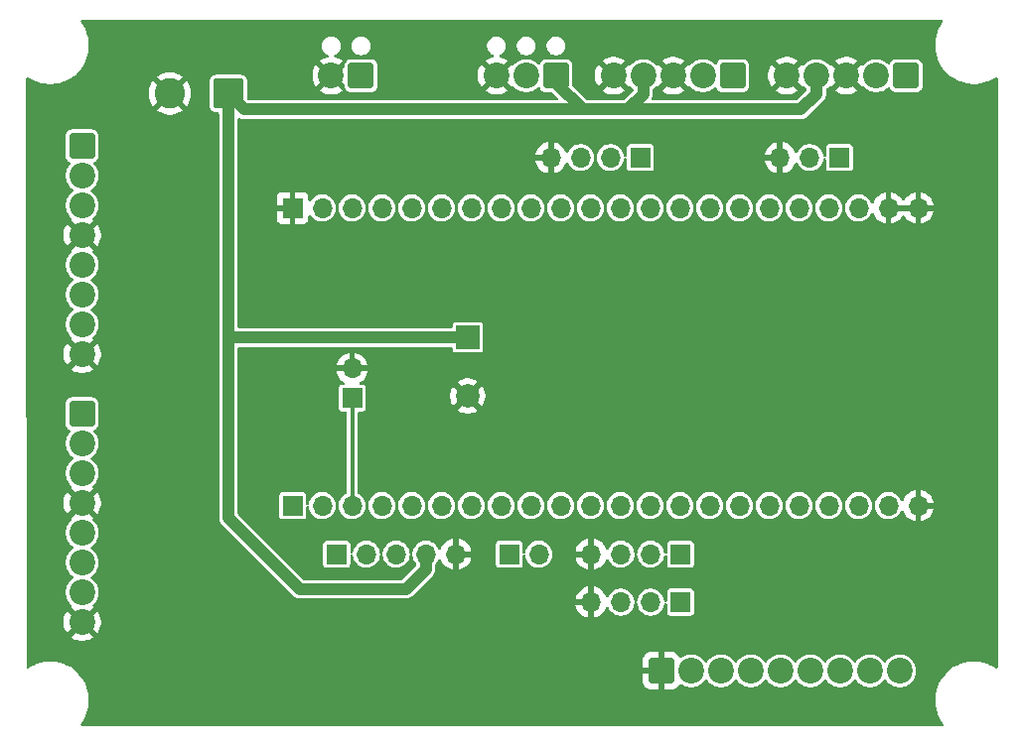
<source format=gbr>
%TF.GenerationSoftware,KiCad,Pcbnew,9.0.0*%
%TF.CreationDate,2025-03-28T17:52:31-06:00*%
%TF.ProjectId,Dark_Passenger_Base_MCU,4461726b-5f50-4617-9373-656e6765725f,1.0*%
%TF.SameCoordinates,Original*%
%TF.FileFunction,Copper,L2,Bot*%
%TF.FilePolarity,Positive*%
%FSLAX46Y46*%
G04 Gerber Fmt 4.6, Leading zero omitted, Abs format (unit mm)*
G04 Created by KiCad (PCBNEW 9.0.0) date 2025-03-28 17:52:31*
%MOMM*%
%LPD*%
G01*
G04 APERTURE LIST*
G04 Aperture macros list*
%AMRoundRect*
0 Rectangle with rounded corners*
0 $1 Rounding radius*
0 $2 $3 $4 $5 $6 $7 $8 $9 X,Y pos of 4 corners*
0 Add a 4 corners polygon primitive as box body*
4,1,4,$2,$3,$4,$5,$6,$7,$8,$9,$2,$3,0*
0 Add four circle primitives for the rounded corners*
1,1,$1+$1,$2,$3*
1,1,$1+$1,$4,$5*
1,1,$1+$1,$6,$7*
1,1,$1+$1,$8,$9*
0 Add four rect primitives between the rounded corners*
20,1,$1+$1,$2,$3,$4,$5,0*
20,1,$1+$1,$4,$5,$6,$7,0*
20,1,$1+$1,$6,$7,$8,$9,0*
20,1,$1+$1,$8,$9,$2,$3,0*%
G04 Aperture macros list end*
%TA.AperFunction,ComponentPad*%
%ADD10R,1.700000X1.700000*%
%TD*%
%TA.AperFunction,ComponentPad*%
%ADD11O,1.700000X1.700000*%
%TD*%
%TA.AperFunction,ComponentPad*%
%ADD12RoundRect,0.249999X-0.850001X0.850001X-0.850001X-0.850001X0.850001X-0.850001X0.850001X0.850001X0*%
%TD*%
%TA.AperFunction,ComponentPad*%
%ADD13C,2.200000*%
%TD*%
%TA.AperFunction,ComponentPad*%
%ADD14RoundRect,0.249999X-0.850001X-0.850001X0.850001X-0.850001X0.850001X0.850001X-0.850001X0.850001X0*%
%TD*%
%TA.AperFunction,ComponentPad*%
%ADD15RoundRect,0.249999X0.850001X0.850001X-0.850001X0.850001X-0.850001X-0.850001X0.850001X-0.850001X0*%
%TD*%
%TA.AperFunction,ComponentPad*%
%ADD16R,2.000000X2.000000*%
%TD*%
%TA.AperFunction,ComponentPad*%
%ADD17C,2.000000*%
%TD*%
%TA.AperFunction,ComponentPad*%
%ADD18RoundRect,0.250000X1.050000X1.050000X-1.050000X1.050000X-1.050000X-1.050000X1.050000X-1.050000X0*%
%TD*%
%TA.AperFunction,ComponentPad*%
%ADD19C,2.600000*%
%TD*%
%TA.AperFunction,Conductor*%
%ADD20C,1.000000*%
%TD*%
%TA.AperFunction,Conductor*%
%ADD21C,0.300000*%
%TD*%
G04 APERTURE END LIST*
D10*
%TO.P,J13,1,Pin_1*%
%TO.N,+3.3V*%
X113919200Y-78841600D03*
D11*
%TO.P,J13,2,Pin_2*%
%TO.N,GPIO15*%
X116459200Y-78841600D03*
%TO.P,J13,3,Pin_3*%
%TO.N,GPIO16*%
X118999200Y-78841600D03*
%TO.P,J13,4,Pin_4*%
%TO.N,+5V*%
X121539200Y-78841600D03*
%TO.P,J13,5,Pin_5*%
%TO.N,GND*%
X124079200Y-78841600D03*
%TD*%
D10*
%TO.P,J1,1,Pin_1*%
%TO.N,+3.3V*%
X110160000Y-74700000D03*
D11*
%TO.P,J1,2,Pin_2*%
X112700000Y-74700000D03*
%TO.P,J1,3,Pin_3*%
%TO.N,RST*%
X115240000Y-74700000D03*
%TO.P,J1,4,Pin_4*%
%TO.N,GPIO4*%
X117780000Y-74700000D03*
%TO.P,J1,5,Pin_5*%
%TO.N,GPIO5*%
X120320000Y-74700000D03*
%TO.P,J1,6,Pin_6*%
%TO.N,GPIO6*%
X122860000Y-74700000D03*
%TO.P,J1,7,Pin_7*%
%TO.N,GPIO7*%
X125400000Y-74700000D03*
%TO.P,J1,8,Pin_8*%
%TO.N,GPIO15*%
X127940000Y-74700000D03*
%TO.P,J1,9,Pin_9*%
%TO.N,GPIO16*%
X130480000Y-74700000D03*
%TO.P,J1,10,Pin_10*%
%TO.N,GPIO17*%
X133020000Y-74700000D03*
%TO.P,J1,11,Pin_11*%
%TO.N,GPIO18*%
X135560000Y-74700000D03*
%TO.P,J1,12,Pin_12*%
%TO.N,SDA*%
X138100000Y-74700000D03*
%TO.P,J1,13,Pin_13*%
%TO.N,unconnected-(J1-Pin_13-Pad13)*%
X140640000Y-74700000D03*
%TO.P,J1,14,Pin_14*%
%TO.N,unconnected-(J1-Pin_14-Pad14)*%
X143180000Y-74700000D03*
%TO.P,J1,15,Pin_15*%
%TO.N,SCL*%
X145720000Y-74700000D03*
%TO.P,J1,16,Pin_16*%
%TO.N,GPIO10*%
X148260000Y-74700000D03*
%TO.P,J1,17,Pin_17*%
%TO.N,GPIO11*%
X150800000Y-74700000D03*
%TO.P,J1,18,Pin_18*%
%TO.N,GPIO12*%
X153340000Y-74700000D03*
%TO.P,J1,19,Pin_19*%
%TO.N,GPIO13*%
X155880000Y-74700000D03*
%TO.P,J1,20,Pin_20*%
%TO.N,GPIO14*%
X158420000Y-74700000D03*
%TO.P,J1,21,Pin_21*%
%TO.N,5VIN*%
X160960000Y-74700000D03*
%TO.P,J1,22,Pin_22*%
%TO.N,GND*%
X163500000Y-74700000D03*
%TD*%
D10*
%TO.P,J11,1,Pin_1*%
%TO.N,+3.3V*%
X143230600Y-82931000D03*
D11*
%TO.P,J11,2,Pin_2*%
%TO.N,SCL*%
X140690600Y-82931000D03*
%TO.P,J11,3,Pin_3*%
%TO.N,SDA*%
X138150600Y-82931000D03*
%TO.P,J11,4,Pin_4*%
%TO.N,GND*%
X135610600Y-82931000D03*
%TD*%
D12*
%TO.P,J15,1,Pin_1*%
%TO.N,+3.3V*%
X92227600Y-43992800D03*
D13*
%TO.P,J15,2,Pin_2*%
%TO.N,GPIO2*%
X92227600Y-46532800D03*
%TO.P,J15,3,Pin_3*%
%TO.N,GPIO41*%
X92227600Y-49072800D03*
%TO.P,J15,4,Pin_4*%
%TO.N,GND*%
X92227600Y-51612800D03*
%TO.P,J15,5,Pin_5*%
%TO.N,+3.3V*%
X92227600Y-54152800D03*
%TO.P,J15,6,Pin_6*%
%TO.N,GPIO40*%
X92227600Y-56692800D03*
%TO.P,J15,7,Pin_7*%
%TO.N,GPIO39*%
X92227600Y-59232800D03*
%TO.P,J15,8,Pin_8*%
%TO.N,GND*%
X92227600Y-61772800D03*
%TD*%
D10*
%TO.P,J16,1,Pin_1*%
%TO.N,RST*%
X115240000Y-65532000D03*
D11*
%TO.P,J16,2,Pin_2*%
%TO.N,GND*%
X115240000Y-62992000D03*
%TD*%
D14*
%TO.P,J18,1,Pin_1*%
%TO.N,GND*%
X141600000Y-88800000D03*
D13*
%TO.P,J18,2,Pin_2*%
%TO.N,GPIO10*%
X144140000Y-88800000D03*
%TO.P,J18,3,Pin_3*%
%TO.N,GPIO11*%
X146680000Y-88800000D03*
%TO.P,J18,4,Pin_4*%
%TO.N,GPIO12*%
X149220000Y-88800000D03*
%TO.P,J18,5,Pin_5*%
%TO.N,GPIO13*%
X151760000Y-88800000D03*
%TO.P,J18,6,Pin_6*%
%TO.N,GPIO14*%
X154300000Y-88800000D03*
%TO.P,J18,7,Pin_7*%
%TO.N,GPIO21*%
X156840000Y-88800000D03*
%TO.P,J18,8,Pin_8*%
%TO.N,GPIO20*%
X159380000Y-88800000D03*
%TO.P,J18,9,Pin_9*%
%TO.N,GPIO19*%
X161920000Y-88800000D03*
%TD*%
D10*
%TO.P,J2,1,Pin_1*%
%TO.N,GND*%
X110160000Y-49300000D03*
D11*
%TO.P,J2,2,Pin_2*%
%TO.N,TX*%
X112700000Y-49300000D03*
%TO.P,J2,3,Pin_3*%
%TO.N,RX*%
X115240000Y-49300000D03*
%TO.P,J2,4,Pin_4*%
%TO.N,GPIO1*%
X117780000Y-49300000D03*
%TO.P,J2,5,Pin_5*%
%TO.N,GPIO2*%
X120320000Y-49300000D03*
%TO.P,J2,6,Pin_6*%
%TO.N,GPIO42*%
X122860000Y-49300000D03*
%TO.P,J2,7,Pin_7*%
%TO.N,GPIO41*%
X125400000Y-49300000D03*
%TO.P,J2,8,Pin_8*%
%TO.N,GPIO40*%
X127940000Y-49300000D03*
%TO.P,J2,9,Pin_9*%
%TO.N,GPIO39*%
X130480000Y-49300000D03*
%TO.P,J2,10,Pin_10*%
%TO.N,GPIO38*%
X133020000Y-49300000D03*
%TO.P,J2,11,Pin_11*%
%TO.N,GPIO37*%
X135560000Y-49300000D03*
%TO.P,J2,12,Pin_12*%
%TO.N,GPIO36*%
X138100000Y-49300000D03*
%TO.P,J2,13,Pin_13*%
%TO.N,GPIO35*%
X140640000Y-49300000D03*
%TO.P,J2,14,Pin_14*%
%TO.N,unconnected-(J2-Pin_14-Pad14)*%
X143180000Y-49300000D03*
%TO.P,J2,15,Pin_15*%
%TO.N,unconnected-(J2-Pin_15-Pad15)*%
X145720000Y-49300000D03*
%TO.P,J2,16,Pin_16*%
%TO.N,GPIO48*%
X148260000Y-49300000D03*
%TO.P,J2,17,Pin_17*%
%TO.N,GPIO47*%
X150800000Y-49300000D03*
%TO.P,J2,18,Pin_18*%
%TO.N,GPIO21*%
X153340000Y-49300000D03*
%TO.P,J2,19,Pin_19*%
%TO.N,GPIO20*%
X155880000Y-49300000D03*
%TO.P,J2,20,Pin_20*%
%TO.N,GPIO19*%
X158420000Y-49300000D03*
%TO.P,J2,21,Pin_21*%
%TO.N,GND*%
X160960000Y-49300000D03*
%TO.P,J2,22,Pin_22*%
X163500000Y-49300000D03*
%TD*%
D10*
%TO.P,J10,1,Pin_1*%
%TO.N,+3.3V*%
X143230600Y-78841600D03*
D11*
%TO.P,J10,2,Pin_2*%
%TO.N,SCL*%
X140690600Y-78841600D03*
%TO.P,J10,3,Pin_3*%
%TO.N,SDA*%
X138150600Y-78841600D03*
%TO.P,J10,4,Pin_4*%
%TO.N,GND*%
X135610600Y-78841600D03*
%TD*%
D15*
%TO.P,J4,1,Pin_1*%
%TO.N,+5V*%
X132624600Y-38000000D03*
D13*
%TO.P,J4,2,Pin_2*%
%TO.N,GPIO42*%
X130084600Y-38000000D03*
%TO.P,J4,3,Pin_3*%
%TO.N,GND*%
X127544600Y-38000000D03*
%TD*%
D16*
%TO.P,C1,1*%
%TO.N,+5V*%
X125090781Y-60335600D03*
D17*
%TO.P,C1,2*%
%TO.N,GND*%
X125090781Y-65335600D03*
%TD*%
D10*
%TO.P,J12,1,Pin_1*%
%TO.N,GPIO47*%
X156799280Y-44998640D03*
D11*
%TO.P,J12,2,Pin_2*%
%TO.N,GPIO48*%
X154259280Y-44998640D03*
%TO.P,J12,3,Pin_3*%
%TO.N,GND*%
X151719280Y-44998640D03*
%TD*%
D15*
%TO.P,J7,1,Pin_1*%
%TO.N,+3.3V*%
X147684600Y-38000000D03*
D13*
%TO.P,J7,2,Pin_2*%
%TO.N,GPIO36*%
X145144600Y-38000000D03*
%TO.P,J7,3,Pin_3*%
%TO.N,GND*%
X142604600Y-38000000D03*
%TO.P,J7,4,Pin_4*%
%TO.N,+5V*%
X140064600Y-38000000D03*
%TO.P,J7,5,Pin_5*%
%TO.N,GND*%
X137524600Y-38000000D03*
%TD*%
D10*
%TO.P,J9,1,Pin_1*%
%TO.N,GPIO17*%
X128620720Y-78841600D03*
D11*
%TO.P,J9,2,Pin_2*%
%TO.N,GPIO18*%
X131160720Y-78841600D03*
%TD*%
D12*
%TO.P,J14,1,Pin_1*%
%TO.N,+3.3V*%
X92227600Y-66852800D03*
D13*
%TO.P,J14,2,Pin_2*%
%TO.N,GPIO7*%
X92227600Y-69392800D03*
%TO.P,J14,3,Pin_3*%
%TO.N,GPIO6*%
X92227600Y-71932800D03*
%TO.P,J14,4,Pin_4*%
%TO.N,GND*%
X92227600Y-74472800D03*
%TO.P,J14,5,Pin_5*%
%TO.N,+3.3V*%
X92227600Y-77012800D03*
%TO.P,J14,6,Pin_6*%
%TO.N,GPIO5*%
X92227600Y-79552800D03*
%TO.P,J14,7,Pin_7*%
%TO.N,GPIO4*%
X92227600Y-82092800D03*
%TO.P,J14,8,Pin_8*%
%TO.N,GND*%
X92227600Y-84632800D03*
%TD*%
D15*
%TO.P,J6,1,Pin_1*%
%TO.N,+3.3V*%
X162458600Y-38000000D03*
D13*
%TO.P,J6,2,Pin_2*%
%TO.N,GPIO35*%
X159918600Y-38000000D03*
%TO.P,J6,3,Pin_3*%
%TO.N,GND*%
X157378600Y-38000000D03*
%TO.P,J6,4,Pin_4*%
%TO.N,+5V*%
X154838600Y-38000000D03*
%TO.P,J6,5,Pin_5*%
%TO.N,GND*%
X152298600Y-38000000D03*
%TD*%
D10*
%TO.P,J8,1,Pin_1*%
%TO.N,+3.3V*%
X139799060Y-44998640D03*
D11*
%TO.P,J8,2,Pin_2*%
%TO.N,GPIO37*%
X137259060Y-44998640D03*
%TO.P,J8,3,Pin_3*%
%TO.N,GPIO38*%
X134719060Y-44998640D03*
%TO.P,J8,4,Pin_4*%
%TO.N,GND*%
X132179060Y-44998640D03*
%TD*%
D15*
%TO.P,J3,1,Pin_1*%
%TO.N,GPIO1*%
X116000000Y-38000000D03*
D13*
%TO.P,J3,2,Pin_2*%
%TO.N,GND*%
X113460000Y-38000000D03*
%TD*%
D18*
%TO.P,J5,1,Pin_1*%
%TO.N,+5V*%
X104700000Y-39527500D03*
D19*
%TO.P,J5,2,Pin_2*%
%TO.N,GND*%
X99700000Y-39527500D03*
%TD*%
D20*
%TO.N,+5V*%
X134899600Y-40894000D02*
X138726234Y-40894000D01*
X138726234Y-40894000D02*
X140064600Y-39555634D01*
X134899600Y-40894000D02*
X106066500Y-40894000D01*
X154838600Y-39555634D02*
X153500234Y-40894000D01*
X106066500Y-40894000D02*
X104700000Y-39527500D01*
X153500234Y-40894000D02*
X138726234Y-40894000D01*
X154838600Y-38000000D02*
X154838600Y-39555634D01*
X140064600Y-39555634D02*
X140064600Y-38000000D01*
X132624600Y-38619000D02*
X134899600Y-40894000D01*
X119812000Y-81838800D02*
X121539200Y-80111600D01*
X125090781Y-60335600D02*
X104786800Y-60335600D01*
X104700000Y-39527500D02*
X104700000Y-60248800D01*
X110769600Y-81838800D02*
X119812000Y-81838800D01*
X132624600Y-38000000D02*
X132624600Y-38619000D01*
X121539200Y-80111600D02*
X121539200Y-78841600D01*
X104700000Y-75769200D02*
X110769600Y-81838800D01*
X104700000Y-60248800D02*
X104700000Y-75769200D01*
X104786800Y-60335600D02*
X104700000Y-60248800D01*
D21*
%TO.N,RST*%
X115240000Y-74700000D02*
X115240000Y-65532000D01*
%TD*%
%TA.AperFunction,Conductor*%
%TO.N,GND*%
G36*
X163034075Y-49107007D02*
G01*
X163000000Y-49234174D01*
X163000000Y-49365826D01*
X163034075Y-49492993D01*
X163066988Y-49550000D01*
X161393012Y-49550000D01*
X161425925Y-49492993D01*
X161460000Y-49365826D01*
X161460000Y-49234174D01*
X161425925Y-49107007D01*
X161393012Y-49050000D01*
X163066988Y-49050000D01*
X163034075Y-49107007D01*
G37*
%TD.AperFunction*%
%TA.AperFunction,Conductor*%
G36*
X165494104Y-33248378D02*
G01*
X165561134Y-33268085D01*
X165606871Y-33320905D01*
X165616791Y-33390067D01*
X165597161Y-33441268D01*
X165417590Y-33710016D01*
X165417573Y-33710044D01*
X165264830Y-33995805D01*
X165264828Y-33995810D01*
X165140821Y-34295188D01*
X165046754Y-34605288D01*
X165046751Y-34605299D01*
X164983540Y-34923089D01*
X164983537Y-34923106D01*
X164958937Y-35172877D01*
X164951777Y-35245579D01*
X164951777Y-35569621D01*
X164961324Y-35666556D01*
X164983537Y-35892093D01*
X164983540Y-35892110D01*
X165046751Y-36209900D01*
X165046754Y-36209911D01*
X165046756Y-36209920D01*
X165046757Y-36209921D01*
X165052767Y-36229735D01*
X165140821Y-36520011D01*
X165264828Y-36819389D01*
X165264830Y-36819394D01*
X165417573Y-37105155D01*
X165417584Y-37105173D01*
X165597612Y-37374604D01*
X165803183Y-37625093D01*
X166032306Y-37854216D01*
X166282795Y-38059787D01*
X166282801Y-38059791D01*
X166552233Y-38239820D01*
X166552242Y-38239825D01*
X166552244Y-38239826D01*
X166838005Y-38392569D01*
X166838007Y-38392569D01*
X166838013Y-38392573D01*
X167137390Y-38516579D01*
X167447479Y-38610643D01*
X167447485Y-38610644D01*
X167447488Y-38610645D01*
X167447499Y-38610648D01*
X167646780Y-38650286D01*
X167765296Y-38673861D01*
X168087779Y-38705623D01*
X168087782Y-38705623D01*
X168411818Y-38705623D01*
X168411821Y-38705623D01*
X168734304Y-38673861D01*
X168891615Y-38642569D01*
X169052100Y-38610648D01*
X169052111Y-38610645D01*
X169052111Y-38610644D01*
X169052121Y-38610643D01*
X169362210Y-38516579D01*
X169661587Y-38392573D01*
X169947367Y-38239820D01*
X170088910Y-38145243D01*
X170155586Y-38124366D01*
X170222967Y-38142850D01*
X170269657Y-38194829D01*
X170281800Y-38248346D01*
X170281800Y-88465801D01*
X170262115Y-88532840D01*
X170209311Y-88578595D01*
X170140153Y-88588539D01*
X170088910Y-88568903D01*
X169937583Y-88467790D01*
X169937555Y-88467773D01*
X169651794Y-88315030D01*
X169651789Y-88315028D01*
X169352411Y-88191021D01*
X169042311Y-88096954D01*
X169042300Y-88096951D01*
X168724510Y-88033740D01*
X168724493Y-88033737D01*
X168480630Y-88009719D01*
X168402021Y-88001977D01*
X168077979Y-88001977D01*
X168005277Y-88009137D01*
X167755506Y-88033737D01*
X167755489Y-88033740D01*
X167437699Y-88096951D01*
X167437688Y-88096954D01*
X167127588Y-88191021D01*
X166828210Y-88315028D01*
X166828205Y-88315030D01*
X166542444Y-88467773D01*
X166542426Y-88467784D01*
X166272995Y-88647812D01*
X166022506Y-88853383D01*
X165793383Y-89082506D01*
X165587812Y-89332995D01*
X165407784Y-89602426D01*
X165407773Y-89602444D01*
X165255030Y-89888205D01*
X165255028Y-89888210D01*
X165131021Y-90187588D01*
X165036954Y-90497688D01*
X165036951Y-90497699D01*
X164973740Y-90815489D01*
X164973737Y-90815506D01*
X164941977Y-91137982D01*
X164941977Y-91462017D01*
X164973737Y-91784493D01*
X164973740Y-91784510D01*
X165036951Y-92102300D01*
X165036954Y-92102311D01*
X165131021Y-92412411D01*
X165255028Y-92711789D01*
X165255030Y-92711794D01*
X165407773Y-92997555D01*
X165407784Y-92997573D01*
X165587812Y-93267004D01*
X165651891Y-93345084D01*
X165679204Y-93409394D01*
X165667413Y-93478262D01*
X165620261Y-93529822D01*
X165555954Y-93547749D01*
X92224802Y-93497881D01*
X92157776Y-93478151D01*
X92112057Y-93425316D01*
X92102160Y-93356150D01*
X92129033Y-93295216D01*
X92152191Y-93266999D01*
X92332220Y-92997567D01*
X92484973Y-92711787D01*
X92608979Y-92412410D01*
X92703043Y-92102321D01*
X92703045Y-92102311D01*
X92703048Y-92102300D01*
X92734969Y-91941815D01*
X92766261Y-91784504D01*
X92798023Y-91462021D01*
X92798023Y-91137979D01*
X92766261Y-90815496D01*
X92742686Y-90696980D01*
X92703048Y-90497699D01*
X92703045Y-90497688D01*
X92703044Y-90497685D01*
X92703043Y-90497679D01*
X92608979Y-90187590D01*
X92484973Y-89888213D01*
X92474298Y-89868242D01*
X92332226Y-89602444D01*
X92332225Y-89602442D01*
X92332220Y-89602433D01*
X92152191Y-89333001D01*
X92152187Y-89332995D01*
X91946616Y-89082506D01*
X91717493Y-88853383D01*
X91467004Y-88647812D01*
X91197573Y-88467784D01*
X91197572Y-88467783D01*
X91197567Y-88467780D01*
X91197562Y-88467777D01*
X91197555Y-88467773D01*
X90911794Y-88315030D01*
X90911789Y-88315028D01*
X90612411Y-88191021D01*
X90302311Y-88096954D01*
X90302300Y-88096951D01*
X89984510Y-88033740D01*
X89984493Y-88033737D01*
X89847722Y-88020267D01*
X89814065Y-88016952D01*
X89662021Y-88001977D01*
X89337979Y-88001977D01*
X89265277Y-88009137D01*
X89015506Y-88033737D01*
X89015489Y-88033740D01*
X88697699Y-88096951D01*
X88697688Y-88096954D01*
X88387588Y-88191021D01*
X88088210Y-88315028D01*
X88088205Y-88315030D01*
X87802444Y-88467773D01*
X87802426Y-88467784D01*
X87705064Y-88532840D01*
X87679383Y-88550000D01*
X87670394Y-88556006D01*
X87603716Y-88576884D01*
X87536336Y-88558399D01*
X87489646Y-88506421D01*
X87477503Y-88452965D01*
X87477300Y-88043293D01*
X87477229Y-87900013D01*
X140000000Y-87900013D01*
X140000000Y-88550000D01*
X141109252Y-88550000D01*
X141087482Y-88587708D01*
X141050000Y-88727591D01*
X141050000Y-88872409D01*
X141087482Y-89012292D01*
X141109252Y-89050000D01*
X140000001Y-89050000D01*
X140000001Y-89699986D01*
X140010494Y-89802696D01*
X140010494Y-89802698D01*
X140065640Y-89969119D01*
X140065645Y-89969130D01*
X140157680Y-90118340D01*
X140157683Y-90118344D01*
X140281655Y-90242316D01*
X140281659Y-90242319D01*
X140430869Y-90334354D01*
X140430880Y-90334359D01*
X140597302Y-90389505D01*
X140700019Y-90399999D01*
X141349999Y-90399999D01*
X141350000Y-90399998D01*
X141350000Y-89290747D01*
X141387708Y-89312518D01*
X141527591Y-89350000D01*
X141672409Y-89350000D01*
X141812292Y-89312518D01*
X141850000Y-89290747D01*
X141850000Y-90399999D01*
X142499972Y-90399999D01*
X142499986Y-90399998D01*
X142602696Y-90389505D01*
X142602698Y-90389505D01*
X142769119Y-90334359D01*
X142769130Y-90334354D01*
X142918340Y-90242319D01*
X142918344Y-90242316D01*
X143042315Y-90118345D01*
X143135974Y-89966501D01*
X143187922Y-89919777D01*
X143256885Y-89908554D01*
X143314398Y-89931279D01*
X143405978Y-89997815D01*
X143602393Y-90097895D01*
X143602396Y-90097896D01*
X143707221Y-90131955D01*
X143812049Y-90166015D01*
X144029778Y-90200500D01*
X144029779Y-90200500D01*
X144250221Y-90200500D01*
X144250222Y-90200500D01*
X144467951Y-90166015D01*
X144677606Y-90097895D01*
X144874022Y-89997815D01*
X145052365Y-89868242D01*
X145208242Y-89712365D01*
X145288117Y-89602426D01*
X145309682Y-89572745D01*
X145365011Y-89530079D01*
X145434625Y-89524100D01*
X145496420Y-89556705D01*
X145510318Y-89572745D01*
X145611752Y-89712358D01*
X145611756Y-89712363D01*
X145767636Y-89868243D01*
X145767641Y-89868247D01*
X145902878Y-89966501D01*
X145945978Y-89997815D01*
X146074375Y-90063237D01*
X146142393Y-90097895D01*
X146142396Y-90097896D01*
X146247221Y-90131955D01*
X146352049Y-90166015D01*
X146569778Y-90200500D01*
X146569779Y-90200500D01*
X146790221Y-90200500D01*
X146790222Y-90200500D01*
X147007951Y-90166015D01*
X147217606Y-90097895D01*
X147414022Y-89997815D01*
X147592365Y-89868242D01*
X147748242Y-89712365D01*
X147828117Y-89602426D01*
X147849682Y-89572745D01*
X147905011Y-89530079D01*
X147974625Y-89524100D01*
X148036420Y-89556705D01*
X148050318Y-89572745D01*
X148151752Y-89712358D01*
X148151756Y-89712363D01*
X148307636Y-89868243D01*
X148307641Y-89868247D01*
X148442878Y-89966501D01*
X148485978Y-89997815D01*
X148614375Y-90063237D01*
X148682393Y-90097895D01*
X148682396Y-90097896D01*
X148787221Y-90131955D01*
X148892049Y-90166015D01*
X149109778Y-90200500D01*
X149109779Y-90200500D01*
X149330221Y-90200500D01*
X149330222Y-90200500D01*
X149547951Y-90166015D01*
X149757606Y-90097895D01*
X149954022Y-89997815D01*
X150132365Y-89868242D01*
X150288242Y-89712365D01*
X150368117Y-89602426D01*
X150389682Y-89572745D01*
X150445011Y-89530079D01*
X150514625Y-89524100D01*
X150576420Y-89556705D01*
X150590318Y-89572745D01*
X150691752Y-89712358D01*
X150691756Y-89712363D01*
X150847636Y-89868243D01*
X150847641Y-89868247D01*
X150982878Y-89966501D01*
X151025978Y-89997815D01*
X151154375Y-90063237D01*
X151222393Y-90097895D01*
X151222396Y-90097896D01*
X151327221Y-90131955D01*
X151432049Y-90166015D01*
X151649778Y-90200500D01*
X151649779Y-90200500D01*
X151870221Y-90200500D01*
X151870222Y-90200500D01*
X152087951Y-90166015D01*
X152297606Y-90097895D01*
X152494022Y-89997815D01*
X152672365Y-89868242D01*
X152828242Y-89712365D01*
X152908117Y-89602426D01*
X152929682Y-89572745D01*
X152985011Y-89530079D01*
X153054625Y-89524100D01*
X153116420Y-89556705D01*
X153130318Y-89572745D01*
X153231752Y-89712358D01*
X153231756Y-89712363D01*
X153387636Y-89868243D01*
X153387641Y-89868247D01*
X153522878Y-89966501D01*
X153565978Y-89997815D01*
X153694375Y-90063237D01*
X153762393Y-90097895D01*
X153762396Y-90097896D01*
X153867221Y-90131955D01*
X153972049Y-90166015D01*
X154189778Y-90200500D01*
X154189779Y-90200500D01*
X154410221Y-90200500D01*
X154410222Y-90200500D01*
X154627951Y-90166015D01*
X154837606Y-90097895D01*
X155034022Y-89997815D01*
X155212365Y-89868242D01*
X155368242Y-89712365D01*
X155448117Y-89602426D01*
X155469682Y-89572745D01*
X155525011Y-89530079D01*
X155594625Y-89524100D01*
X155656420Y-89556705D01*
X155670318Y-89572745D01*
X155771752Y-89712358D01*
X155771756Y-89712363D01*
X155927636Y-89868243D01*
X155927641Y-89868247D01*
X156062878Y-89966501D01*
X156105978Y-89997815D01*
X156234375Y-90063237D01*
X156302393Y-90097895D01*
X156302396Y-90097896D01*
X156407221Y-90131955D01*
X156512049Y-90166015D01*
X156729778Y-90200500D01*
X156729779Y-90200500D01*
X156950221Y-90200500D01*
X156950222Y-90200500D01*
X157167951Y-90166015D01*
X157377606Y-90097895D01*
X157574022Y-89997815D01*
X157752365Y-89868242D01*
X157908242Y-89712365D01*
X157988117Y-89602426D01*
X158009682Y-89572745D01*
X158065011Y-89530079D01*
X158134625Y-89524100D01*
X158196420Y-89556705D01*
X158210318Y-89572745D01*
X158311752Y-89712358D01*
X158311756Y-89712363D01*
X158467636Y-89868243D01*
X158467641Y-89868247D01*
X158602878Y-89966501D01*
X158645978Y-89997815D01*
X158774375Y-90063237D01*
X158842393Y-90097895D01*
X158842396Y-90097896D01*
X158947221Y-90131955D01*
X159052049Y-90166015D01*
X159269778Y-90200500D01*
X159269779Y-90200500D01*
X159490221Y-90200500D01*
X159490222Y-90200500D01*
X159707951Y-90166015D01*
X159917606Y-90097895D01*
X160114022Y-89997815D01*
X160292365Y-89868242D01*
X160448242Y-89712365D01*
X160528117Y-89602426D01*
X160549682Y-89572745D01*
X160605011Y-89530079D01*
X160674625Y-89524100D01*
X160736420Y-89556705D01*
X160750318Y-89572745D01*
X160851752Y-89712358D01*
X160851756Y-89712363D01*
X161007636Y-89868243D01*
X161007641Y-89868247D01*
X161142878Y-89966501D01*
X161185978Y-89997815D01*
X161314375Y-90063237D01*
X161382393Y-90097895D01*
X161382396Y-90097896D01*
X161487221Y-90131955D01*
X161592049Y-90166015D01*
X161809778Y-90200500D01*
X161809779Y-90200500D01*
X162030221Y-90200500D01*
X162030222Y-90200500D01*
X162247951Y-90166015D01*
X162457606Y-90097895D01*
X162654022Y-89997815D01*
X162832365Y-89868242D01*
X162988242Y-89712365D01*
X163117815Y-89534022D01*
X163217895Y-89337606D01*
X163286015Y-89127951D01*
X163320500Y-88910222D01*
X163320500Y-88689778D01*
X163286015Y-88472049D01*
X163234996Y-88315027D01*
X163217896Y-88262396D01*
X163217895Y-88262393D01*
X163181528Y-88191021D01*
X163117815Y-88065978D01*
X163071316Y-88001977D01*
X162988247Y-87887641D01*
X162988243Y-87887636D01*
X162832363Y-87731756D01*
X162832358Y-87731752D01*
X162654025Y-87602187D01*
X162654024Y-87602186D01*
X162654022Y-87602185D01*
X162591096Y-87570122D01*
X162457606Y-87502104D01*
X162457603Y-87502103D01*
X162247952Y-87433985D01*
X162139086Y-87416742D01*
X162030222Y-87399500D01*
X161809778Y-87399500D01*
X161737201Y-87410995D01*
X161592047Y-87433985D01*
X161382396Y-87502103D01*
X161382393Y-87502104D01*
X161185974Y-87602187D01*
X161007641Y-87731752D01*
X161007636Y-87731756D01*
X160851756Y-87887636D01*
X160851752Y-87887641D01*
X160750318Y-88027254D01*
X160694988Y-88069920D01*
X160625375Y-88075899D01*
X160563580Y-88043293D01*
X160549682Y-88027254D01*
X160448247Y-87887641D01*
X160448243Y-87887636D01*
X160292363Y-87731756D01*
X160292358Y-87731752D01*
X160114025Y-87602187D01*
X160114024Y-87602186D01*
X160114022Y-87602185D01*
X160051096Y-87570122D01*
X159917606Y-87502104D01*
X159917603Y-87502103D01*
X159707952Y-87433985D01*
X159599086Y-87416742D01*
X159490222Y-87399500D01*
X159269778Y-87399500D01*
X159197201Y-87410995D01*
X159052047Y-87433985D01*
X158842396Y-87502103D01*
X158842393Y-87502104D01*
X158645974Y-87602187D01*
X158467641Y-87731752D01*
X158467636Y-87731756D01*
X158311756Y-87887636D01*
X158311752Y-87887641D01*
X158210318Y-88027254D01*
X158154988Y-88069920D01*
X158085375Y-88075899D01*
X158023580Y-88043293D01*
X158009682Y-88027254D01*
X157908247Y-87887641D01*
X157908243Y-87887636D01*
X157752363Y-87731756D01*
X157752358Y-87731752D01*
X157574025Y-87602187D01*
X157574024Y-87602186D01*
X157574022Y-87602185D01*
X157511096Y-87570122D01*
X157377606Y-87502104D01*
X157377603Y-87502103D01*
X157167952Y-87433985D01*
X157059086Y-87416742D01*
X156950222Y-87399500D01*
X156729778Y-87399500D01*
X156657201Y-87410995D01*
X156512047Y-87433985D01*
X156302396Y-87502103D01*
X156302393Y-87502104D01*
X156105974Y-87602187D01*
X155927641Y-87731752D01*
X155927636Y-87731756D01*
X155771756Y-87887636D01*
X155771752Y-87887641D01*
X155670318Y-88027254D01*
X155614988Y-88069920D01*
X155545375Y-88075899D01*
X155483580Y-88043293D01*
X155469682Y-88027254D01*
X155368247Y-87887641D01*
X155368243Y-87887636D01*
X155212363Y-87731756D01*
X155212358Y-87731752D01*
X155034025Y-87602187D01*
X155034024Y-87602186D01*
X155034022Y-87602185D01*
X154971096Y-87570122D01*
X154837606Y-87502104D01*
X154837603Y-87502103D01*
X154627952Y-87433985D01*
X154519086Y-87416742D01*
X154410222Y-87399500D01*
X154189778Y-87399500D01*
X154117201Y-87410995D01*
X153972047Y-87433985D01*
X153762396Y-87502103D01*
X153762393Y-87502104D01*
X153565974Y-87602187D01*
X153387641Y-87731752D01*
X153387636Y-87731756D01*
X153231756Y-87887636D01*
X153231752Y-87887641D01*
X153130318Y-88027254D01*
X153074988Y-88069920D01*
X153005375Y-88075899D01*
X152943580Y-88043293D01*
X152929682Y-88027254D01*
X152828247Y-87887641D01*
X152828243Y-87887636D01*
X152672363Y-87731756D01*
X152672358Y-87731752D01*
X152494025Y-87602187D01*
X152494024Y-87602186D01*
X152494022Y-87602185D01*
X152431096Y-87570122D01*
X152297606Y-87502104D01*
X152297603Y-87502103D01*
X152087952Y-87433985D01*
X151979086Y-87416742D01*
X151870222Y-87399500D01*
X151649778Y-87399500D01*
X151577201Y-87410995D01*
X151432047Y-87433985D01*
X151222396Y-87502103D01*
X151222393Y-87502104D01*
X151025974Y-87602187D01*
X150847641Y-87731752D01*
X150847636Y-87731756D01*
X150691756Y-87887636D01*
X150691752Y-87887641D01*
X150590318Y-88027254D01*
X150534988Y-88069920D01*
X150465375Y-88075899D01*
X150403580Y-88043293D01*
X150389682Y-88027254D01*
X150288247Y-87887641D01*
X150288243Y-87887636D01*
X150132363Y-87731756D01*
X150132358Y-87731752D01*
X149954025Y-87602187D01*
X149954024Y-87602186D01*
X149954022Y-87602185D01*
X149891096Y-87570122D01*
X149757606Y-87502104D01*
X149757603Y-87502103D01*
X149547952Y-87433985D01*
X149439086Y-87416742D01*
X149330222Y-87399500D01*
X149109778Y-87399500D01*
X149037201Y-87410995D01*
X148892047Y-87433985D01*
X148682396Y-87502103D01*
X148682393Y-87502104D01*
X148485974Y-87602187D01*
X148307641Y-87731752D01*
X148307636Y-87731756D01*
X148151756Y-87887636D01*
X148151752Y-87887641D01*
X148050318Y-88027254D01*
X147994988Y-88069920D01*
X147925375Y-88075899D01*
X147863580Y-88043293D01*
X147849682Y-88027254D01*
X147748247Y-87887641D01*
X147748243Y-87887636D01*
X147592363Y-87731756D01*
X147592358Y-87731752D01*
X147414025Y-87602187D01*
X147414024Y-87602186D01*
X147414022Y-87602185D01*
X147351096Y-87570122D01*
X147217606Y-87502104D01*
X147217603Y-87502103D01*
X147007952Y-87433985D01*
X146899086Y-87416742D01*
X146790222Y-87399500D01*
X146569778Y-87399500D01*
X146497201Y-87410995D01*
X146352047Y-87433985D01*
X146142396Y-87502103D01*
X146142393Y-87502104D01*
X145945974Y-87602187D01*
X145767641Y-87731752D01*
X145767636Y-87731756D01*
X145611756Y-87887636D01*
X145611752Y-87887641D01*
X145510318Y-88027254D01*
X145454988Y-88069920D01*
X145385375Y-88075899D01*
X145323580Y-88043293D01*
X145309682Y-88027254D01*
X145208247Y-87887641D01*
X145208243Y-87887636D01*
X145052363Y-87731756D01*
X145052358Y-87731752D01*
X144874025Y-87602187D01*
X144874024Y-87602186D01*
X144874022Y-87602185D01*
X144811096Y-87570122D01*
X144677606Y-87502104D01*
X144677603Y-87502103D01*
X144467952Y-87433985D01*
X144359086Y-87416742D01*
X144250222Y-87399500D01*
X144029778Y-87399500D01*
X143957201Y-87410995D01*
X143812047Y-87433985D01*
X143602396Y-87502103D01*
X143602393Y-87502104D01*
X143405974Y-87602187D01*
X143314399Y-87668720D01*
X143248593Y-87692200D01*
X143180539Y-87676374D01*
X143135976Y-87633499D01*
X143042319Y-87481659D01*
X143042316Y-87481655D01*
X142918344Y-87357683D01*
X142918340Y-87357680D01*
X142769130Y-87265645D01*
X142769119Y-87265640D01*
X142602697Y-87210494D01*
X142499986Y-87200000D01*
X141850000Y-87200000D01*
X141850000Y-88309252D01*
X141812292Y-88287482D01*
X141672409Y-88250000D01*
X141527591Y-88250000D01*
X141387708Y-88287482D01*
X141350000Y-88309252D01*
X141350000Y-87200000D01*
X140700028Y-87200000D01*
X140700012Y-87200001D01*
X140597303Y-87210494D01*
X140597301Y-87210494D01*
X140430880Y-87265640D01*
X140430869Y-87265645D01*
X140281659Y-87357680D01*
X140281655Y-87357683D01*
X140157683Y-87481655D01*
X140157680Y-87481659D01*
X140065645Y-87630869D01*
X140065640Y-87630880D01*
X140010494Y-87797302D01*
X140000000Y-87900013D01*
X87477229Y-87900013D01*
X87470520Y-74346871D01*
X90627600Y-74346871D01*
X90627600Y-74598728D01*
X90666997Y-74847469D01*
X90744819Y-75086984D01*
X90859157Y-75311383D01*
X90933348Y-75413497D01*
X90933348Y-75413498D01*
X91703812Y-74643034D01*
X91715082Y-74685092D01*
X91787490Y-74810508D01*
X91889892Y-74912910D01*
X92015308Y-74985318D01*
X92057365Y-74996587D01*
X91286900Y-75767050D01*
X91286901Y-75767051D01*
X91288666Y-75768334D01*
X91331331Y-75823664D01*
X91337309Y-75893278D01*
X91304702Y-75955072D01*
X91303461Y-75956332D01*
X91159351Y-76100442D01*
X91029787Y-76278774D01*
X90929704Y-76475193D01*
X90929703Y-76475196D01*
X90861585Y-76684847D01*
X90827100Y-76902578D01*
X90827100Y-77123021D01*
X90861585Y-77340752D01*
X90929703Y-77550403D01*
X90929704Y-77550406D01*
X90997722Y-77683896D01*
X91026000Y-77739394D01*
X91029787Y-77746825D01*
X91159352Y-77925158D01*
X91159356Y-77925163D01*
X91315236Y-78081043D01*
X91315241Y-78081047D01*
X91454854Y-78182482D01*
X91497520Y-78237812D01*
X91503499Y-78307425D01*
X91470893Y-78369220D01*
X91454854Y-78383118D01*
X91315241Y-78484552D01*
X91315236Y-78484556D01*
X91159356Y-78640436D01*
X91159352Y-78640441D01*
X91029787Y-78818774D01*
X90929704Y-79015193D01*
X90929703Y-79015196D01*
X90861585Y-79224847D01*
X90846106Y-79322577D01*
X90827100Y-79442578D01*
X90827100Y-79663022D01*
X90835991Y-79719158D01*
X90861585Y-79880752D01*
X90929703Y-80090403D01*
X90929704Y-80090406D01*
X91029787Y-80286825D01*
X91159352Y-80465158D01*
X91159356Y-80465163D01*
X91315236Y-80621043D01*
X91315241Y-80621047D01*
X91454854Y-80722482D01*
X91497520Y-80777812D01*
X91503499Y-80847425D01*
X91470893Y-80909220D01*
X91454854Y-80923118D01*
X91315241Y-81024552D01*
X91315236Y-81024556D01*
X91159356Y-81180436D01*
X91159352Y-81180441D01*
X91029787Y-81358774D01*
X90929704Y-81555193D01*
X90929703Y-81555196D01*
X90861585Y-81764847D01*
X90827100Y-81982578D01*
X90827100Y-82203021D01*
X90861585Y-82420752D01*
X90929703Y-82630403D01*
X90929704Y-82630406D01*
X90955484Y-82681000D01*
X91020605Y-82808806D01*
X91029787Y-82826825D01*
X91159352Y-83005158D01*
X91159356Y-83005163D01*
X91303460Y-83149267D01*
X91336945Y-83210590D01*
X91331961Y-83280282D01*
X91290089Y-83336215D01*
X91288664Y-83337266D01*
X91286901Y-83338546D01*
X91286900Y-83338548D01*
X92057365Y-84109012D01*
X92015308Y-84120282D01*
X91889892Y-84192690D01*
X91787490Y-84295092D01*
X91715082Y-84420508D01*
X91703812Y-84462565D01*
X90933348Y-83692100D01*
X90933347Y-83692101D01*
X90859159Y-83794213D01*
X90744819Y-84018615D01*
X90666997Y-84258130D01*
X90627600Y-84506871D01*
X90627600Y-84758728D01*
X90666997Y-85007469D01*
X90744819Y-85246984D01*
X90859157Y-85471383D01*
X90933348Y-85573497D01*
X90933348Y-85573498D01*
X91703812Y-84803034D01*
X91715082Y-84845092D01*
X91787490Y-84970508D01*
X91889892Y-85072910D01*
X92015308Y-85145318D01*
X92057365Y-85156587D01*
X91286900Y-85927050D01*
X91389016Y-86001242D01*
X91613415Y-86115580D01*
X91852930Y-86193402D01*
X92101672Y-86232800D01*
X92353528Y-86232800D01*
X92602269Y-86193402D01*
X92841784Y-86115580D01*
X93066175Y-86001246D01*
X93066181Y-86001242D01*
X93168297Y-85927050D01*
X93168298Y-85927050D01*
X92397834Y-85156587D01*
X92439892Y-85145318D01*
X92565308Y-85072910D01*
X92667710Y-84970508D01*
X92740118Y-84845092D01*
X92751387Y-84803035D01*
X93521850Y-85573498D01*
X93521850Y-85573497D01*
X93596042Y-85471381D01*
X93596046Y-85471375D01*
X93710380Y-85246984D01*
X93788202Y-85007469D01*
X93827600Y-84758728D01*
X93827600Y-84506871D01*
X93788202Y-84258130D01*
X93710380Y-84018615D01*
X93596042Y-83794216D01*
X93521850Y-83692101D01*
X93521850Y-83692100D01*
X92751387Y-84462564D01*
X92740118Y-84420508D01*
X92667710Y-84295092D01*
X92565308Y-84192690D01*
X92439892Y-84120282D01*
X92397832Y-84109012D01*
X93168298Y-83338548D01*
X93166535Y-83337268D01*
X93155119Y-83322464D01*
X93140151Y-83311259D01*
X93134224Y-83295367D01*
X93123868Y-83281938D01*
X93122268Y-83263310D01*
X93115735Y-83245794D01*
X93119340Y-83229221D01*
X93117889Y-83212325D01*
X93126612Y-83195791D01*
X93130587Y-83177522D01*
X93149781Y-83151881D01*
X93150494Y-83150530D01*
X93151607Y-83149399D01*
X93295842Y-83005165D01*
X93425415Y-82826822D01*
X93499716Y-82681000D01*
X134283369Y-82681000D01*
X135177588Y-82681000D01*
X135144675Y-82738007D01*
X135110600Y-82865174D01*
X135110600Y-82996826D01*
X135144675Y-83123993D01*
X135177588Y-83181000D01*
X134283369Y-83181000D01*
X134293842Y-83247126D01*
X134293842Y-83247129D01*
X134359504Y-83449217D01*
X134455979Y-83638557D01*
X134580872Y-83810459D01*
X134580876Y-83810464D01*
X134731135Y-83960723D01*
X134731140Y-83960727D01*
X134903042Y-84085620D01*
X135092382Y-84182095D01*
X135294471Y-84247757D01*
X135360600Y-84258231D01*
X135360600Y-83364012D01*
X135417607Y-83396925D01*
X135544774Y-83431000D01*
X135676426Y-83431000D01*
X135803593Y-83396925D01*
X135860600Y-83364012D01*
X135860600Y-84258230D01*
X135926726Y-84247757D01*
X135926729Y-84247757D01*
X136128817Y-84182095D01*
X136318157Y-84085620D01*
X136490059Y-83960727D01*
X136490064Y-83960723D01*
X136640323Y-83810464D01*
X136640327Y-83810459D01*
X136765220Y-83638557D01*
X136861695Y-83449217D01*
X136871092Y-83420295D01*
X136910528Y-83362618D01*
X136974886Y-83335419D01*
X137043733Y-83347331D01*
X137095210Y-83394574D01*
X137099508Y-83402314D01*
X137166604Y-83533995D01*
X137273041Y-83680494D01*
X137273045Y-83680499D01*
X137401100Y-83808554D01*
X137401105Y-83808558D01*
X137528887Y-83901396D01*
X137547606Y-83914996D01*
X137623694Y-83953765D01*
X137708960Y-83997211D01*
X137708963Y-83997212D01*
X137774837Y-84018615D01*
X137881191Y-84053171D01*
X137964029Y-84066291D01*
X138060049Y-84081500D01*
X138060054Y-84081500D01*
X138241151Y-84081500D01*
X138327859Y-84067765D01*
X138420009Y-84053171D01*
X138592239Y-83997211D01*
X138753594Y-83914996D01*
X138900101Y-83808553D01*
X139028153Y-83680501D01*
X139134596Y-83533994D01*
X139216811Y-83372639D01*
X139272771Y-83200409D01*
X139295603Y-83056254D01*
X139298127Y-83040321D01*
X139328056Y-82977186D01*
X139387368Y-82940255D01*
X139457230Y-82941253D01*
X139515463Y-82979863D01*
X139543073Y-83040321D01*
X139568429Y-83200410D01*
X139624387Y-83372636D01*
X139624388Y-83372639D01*
X139706606Y-83533997D01*
X139813041Y-83680494D01*
X139813045Y-83680499D01*
X139941100Y-83808554D01*
X139941105Y-83808558D01*
X140068887Y-83901396D01*
X140087606Y-83914996D01*
X140163694Y-83953765D01*
X140248960Y-83997211D01*
X140248963Y-83997212D01*
X140314837Y-84018615D01*
X140421191Y-84053171D01*
X140504029Y-84066291D01*
X140600049Y-84081500D01*
X140600054Y-84081500D01*
X140781151Y-84081500D01*
X140867859Y-84067765D01*
X140960009Y-84053171D01*
X141132239Y-83997211D01*
X141293594Y-83914996D01*
X141440101Y-83808553D01*
X141568153Y-83680501D01*
X141674596Y-83533994D01*
X141756811Y-83372639D01*
X141812771Y-83200409D01*
X141833627Y-83068729D01*
X141863556Y-83005595D01*
X141922867Y-82968663D01*
X141992730Y-82969661D01*
X142050963Y-83008271D01*
X142079077Y-83072234D01*
X142080100Y-83088127D01*
X142080100Y-83825856D01*
X142080102Y-83825882D01*
X142083013Y-83850987D01*
X142083015Y-83850991D01*
X142128393Y-83953764D01*
X142128394Y-83953765D01*
X142207835Y-84033206D01*
X142310609Y-84078585D01*
X142335735Y-84081500D01*
X144125464Y-84081499D01*
X144125479Y-84081497D01*
X144125482Y-84081497D01*
X144150587Y-84078586D01*
X144150588Y-84078585D01*
X144150591Y-84078585D01*
X144253365Y-84033206D01*
X144332806Y-83953765D01*
X144378185Y-83850991D01*
X144381100Y-83825865D01*
X144381099Y-82036136D01*
X144381097Y-82036117D01*
X144378186Y-82011012D01*
X144378185Y-82011010D01*
X144378185Y-82011009D01*
X144332806Y-81908235D01*
X144253365Y-81828794D01*
X144253363Y-81828793D01*
X144150592Y-81783415D01*
X144125465Y-81780500D01*
X142335743Y-81780500D01*
X142335717Y-81780502D01*
X142310612Y-81783413D01*
X142310608Y-81783415D01*
X142207835Y-81828793D01*
X142128394Y-81908234D01*
X142083015Y-82011006D01*
X142083015Y-82011008D01*
X142080100Y-82036131D01*
X142080100Y-82773871D01*
X142060415Y-82840910D01*
X142007611Y-82886665D01*
X141938453Y-82896609D01*
X141874897Y-82867584D01*
X141837123Y-82808806D01*
X141833627Y-82793269D01*
X141815845Y-82681000D01*
X141812771Y-82661591D01*
X141756811Y-82489361D01*
X141756811Y-82489360D01*
X141717791Y-82412780D01*
X141674596Y-82328006D01*
X141660996Y-82309287D01*
X141568158Y-82181505D01*
X141568154Y-82181500D01*
X141440099Y-82053445D01*
X141440094Y-82053441D01*
X141293597Y-81947006D01*
X141293596Y-81947005D01*
X141293594Y-81947004D01*
X141217506Y-81908235D01*
X141132239Y-81864788D01*
X141132236Y-81864787D01*
X140960010Y-81808829D01*
X140781151Y-81780500D01*
X140781146Y-81780500D01*
X140600054Y-81780500D01*
X140600049Y-81780500D01*
X140421189Y-81808829D01*
X140248963Y-81864787D01*
X140248960Y-81864788D01*
X140087602Y-81947006D01*
X139941105Y-82053441D01*
X139941100Y-82053445D01*
X139813045Y-82181500D01*
X139813041Y-82181505D01*
X139706606Y-82328002D01*
X139624388Y-82489360D01*
X139624387Y-82489363D01*
X139568429Y-82661589D01*
X139543073Y-82821678D01*
X139513144Y-82884813D01*
X139453832Y-82921744D01*
X139383969Y-82920746D01*
X139325737Y-82882136D01*
X139298127Y-82821678D01*
X139275845Y-82681000D01*
X139272771Y-82661591D01*
X139216811Y-82489361D01*
X139216811Y-82489360D01*
X139177791Y-82412780D01*
X139134596Y-82328006D01*
X139120996Y-82309287D01*
X139028158Y-82181505D01*
X139028154Y-82181500D01*
X138900099Y-82053445D01*
X138900094Y-82053441D01*
X138753597Y-81947006D01*
X138753596Y-81947005D01*
X138753594Y-81947004D01*
X138677506Y-81908235D01*
X138592239Y-81864788D01*
X138592236Y-81864787D01*
X138420010Y-81808829D01*
X138241151Y-81780500D01*
X138241146Y-81780500D01*
X138060054Y-81780500D01*
X138060049Y-81780500D01*
X137881189Y-81808829D01*
X137708963Y-81864787D01*
X137708960Y-81864788D01*
X137547602Y-81947006D01*
X137401105Y-82053441D01*
X137401100Y-82053445D01*
X137273045Y-82181500D01*
X137273041Y-82181505D01*
X137166604Y-82328004D01*
X137099508Y-82459685D01*
X137051533Y-82510480D01*
X136983712Y-82527275D01*
X136917577Y-82504737D01*
X136874127Y-82450021D01*
X136871092Y-82441705D01*
X136861694Y-82412780D01*
X136765220Y-82223442D01*
X136640327Y-82051540D01*
X136640323Y-82051535D01*
X136490064Y-81901276D01*
X136490059Y-81901272D01*
X136318157Y-81776379D01*
X136128815Y-81679903D01*
X135926724Y-81614241D01*
X135860600Y-81603768D01*
X135860600Y-82497988D01*
X135803593Y-82465075D01*
X135676426Y-82431000D01*
X135544774Y-82431000D01*
X135417607Y-82465075D01*
X135360600Y-82497988D01*
X135360600Y-81603768D01*
X135360599Y-81603768D01*
X135294475Y-81614241D01*
X135092384Y-81679903D01*
X134903042Y-81776379D01*
X134731140Y-81901272D01*
X134731135Y-81901276D01*
X134580876Y-82051535D01*
X134580872Y-82051540D01*
X134455979Y-82223442D01*
X134359504Y-82412782D01*
X134293842Y-82614870D01*
X134293842Y-82614873D01*
X134283369Y-82681000D01*
X93499716Y-82681000D01*
X93525495Y-82630406D01*
X93593615Y-82420751D01*
X93628100Y-82203022D01*
X93628100Y-81982578D01*
X93593615Y-81764849D01*
X93544680Y-81614241D01*
X93525496Y-81555196D01*
X93525495Y-81555193D01*
X93490837Y-81487175D01*
X93425415Y-81358778D01*
X93408860Y-81335992D01*
X93295847Y-81180441D01*
X93295843Y-81180436D01*
X93139963Y-81024556D01*
X93139958Y-81024552D01*
X93000345Y-80923118D01*
X92957679Y-80867789D01*
X92951700Y-80798175D01*
X92984305Y-80736380D01*
X93000345Y-80722482D01*
X93138799Y-80621889D01*
X93139965Y-80621042D01*
X93295842Y-80465165D01*
X93425415Y-80286822D01*
X93525495Y-80090406D01*
X93593615Y-79880751D01*
X93628100Y-79663022D01*
X93628100Y-79442578D01*
X93593615Y-79224849D01*
X93556627Y-79111009D01*
X93525496Y-79015196D01*
X93525495Y-79015193D01*
X93469355Y-78905015D01*
X93425415Y-78818778D01*
X93408439Y-78795413D01*
X93295847Y-78640441D01*
X93295843Y-78640436D01*
X93139963Y-78484556D01*
X93139958Y-78484552D01*
X93000345Y-78383118D01*
X92957679Y-78327789D01*
X92951700Y-78258175D01*
X92984305Y-78196380D01*
X93000345Y-78182482D01*
X93139958Y-78081047D01*
X93139956Y-78081047D01*
X93139965Y-78081042D01*
X93295842Y-77925165D01*
X93425415Y-77746822D01*
X93525495Y-77550406D01*
X93593615Y-77340751D01*
X93628100Y-77123022D01*
X93628100Y-76902578D01*
X93593615Y-76684849D01*
X93525495Y-76475194D01*
X93525495Y-76475193D01*
X93490837Y-76407175D01*
X93425415Y-76278778D01*
X93330680Y-76148385D01*
X93295847Y-76100441D01*
X93295843Y-76100436D01*
X93151738Y-75956331D01*
X93118253Y-75895008D01*
X93123237Y-75825316D01*
X93165109Y-75769383D01*
X93166535Y-75768331D01*
X93168298Y-75767050D01*
X92397834Y-74996587D01*
X92439892Y-74985318D01*
X92565308Y-74912910D01*
X92667710Y-74810508D01*
X92740118Y-74685092D01*
X92751387Y-74643035D01*
X93521850Y-75413498D01*
X93521850Y-75413497D01*
X93596042Y-75311381D01*
X93596046Y-75311375D01*
X93710380Y-75086984D01*
X93788202Y-74847469D01*
X93827600Y-74598728D01*
X93827600Y-74346871D01*
X93788202Y-74098130D01*
X93710380Y-73858615D01*
X93596042Y-73634216D01*
X93521850Y-73532101D01*
X93521850Y-73532100D01*
X92751387Y-74302564D01*
X92740118Y-74260508D01*
X92667710Y-74135092D01*
X92565308Y-74032690D01*
X92439892Y-73960282D01*
X92397832Y-73949012D01*
X93168298Y-73178548D01*
X93166535Y-73177268D01*
X93123868Y-73121938D01*
X93117889Y-73052325D01*
X93150494Y-72990530D01*
X93151607Y-72989399D01*
X93295842Y-72845165D01*
X93425415Y-72666822D01*
X93525495Y-72470406D01*
X93593615Y-72260751D01*
X93628100Y-72043022D01*
X93628100Y-71822578D01*
X93593615Y-71604849D01*
X93525495Y-71395194D01*
X93525495Y-71395193D01*
X93490837Y-71327175D01*
X93425415Y-71198778D01*
X93408860Y-71175992D01*
X93295847Y-71020441D01*
X93295843Y-71020436D01*
X93139963Y-70864556D01*
X93139958Y-70864552D01*
X93000345Y-70763118D01*
X92957679Y-70707789D01*
X92951700Y-70638175D01*
X92984305Y-70576380D01*
X93000345Y-70562482D01*
X93139958Y-70461047D01*
X93139956Y-70461047D01*
X93139965Y-70461042D01*
X93295842Y-70305165D01*
X93425415Y-70126822D01*
X93525495Y-69930406D01*
X93593615Y-69720751D01*
X93628100Y-69503022D01*
X93628100Y-69282578D01*
X93593615Y-69064849D01*
X93525495Y-68855194D01*
X93525495Y-68855193D01*
X93490837Y-68787175D01*
X93425415Y-68658778D01*
X93408860Y-68635992D01*
X93295847Y-68480441D01*
X93295843Y-68480436D01*
X93234493Y-68419086D01*
X93201008Y-68357763D01*
X93205992Y-68288071D01*
X93247864Y-68232138D01*
X93276679Y-68216052D01*
X93349943Y-68187161D01*
X93470523Y-68095723D01*
X93561961Y-67975143D01*
X93617477Y-67834365D01*
X93628100Y-67745903D01*
X93628099Y-65959698D01*
X93617477Y-65871235D01*
X93561961Y-65730457D01*
X93561959Y-65730454D01*
X93470523Y-65609876D01*
X93349945Y-65518440D01*
X93349939Y-65518437D01*
X93209166Y-65462923D01*
X93196527Y-65461405D01*
X93120703Y-65452300D01*
X93120697Y-65452300D01*
X91334503Y-65452300D01*
X91246035Y-65462923D01*
X91246031Y-65462924D01*
X91105260Y-65518437D01*
X91105254Y-65518440D01*
X90984676Y-65609876D01*
X90893240Y-65730454D01*
X90893237Y-65730460D01*
X90837723Y-65871233D01*
X90837723Y-65871235D01*
X90827100Y-65959697D01*
X90827100Y-65959698D01*
X90827100Y-65959702D01*
X90827100Y-67745896D01*
X90827101Y-67745902D01*
X90837723Y-67834365D01*
X90837723Y-67834366D01*
X90837724Y-67834368D01*
X90893237Y-67975139D01*
X90893240Y-67975145D01*
X90984676Y-68095723D01*
X91105254Y-68187159D01*
X91105257Y-68187161D01*
X91105260Y-68187162D01*
X91178515Y-68216051D01*
X91233659Y-68258957D01*
X91256852Y-68324865D01*
X91240731Y-68392849D01*
X91220707Y-68419086D01*
X91159351Y-68480442D01*
X91029787Y-68658774D01*
X90929704Y-68855193D01*
X90929703Y-68855196D01*
X90861585Y-69064847D01*
X90827100Y-69282578D01*
X90827100Y-69503021D01*
X90861585Y-69720752D01*
X90929703Y-69930403D01*
X90929704Y-69930406D01*
X91029787Y-70126825D01*
X91159352Y-70305158D01*
X91159356Y-70305163D01*
X91315236Y-70461043D01*
X91315241Y-70461047D01*
X91454854Y-70562482D01*
X91497520Y-70617812D01*
X91503499Y-70687425D01*
X91470893Y-70749220D01*
X91454854Y-70763118D01*
X91315241Y-70864552D01*
X91315236Y-70864556D01*
X91159356Y-71020436D01*
X91159352Y-71020441D01*
X91029787Y-71198774D01*
X90929704Y-71395193D01*
X90929703Y-71395196D01*
X90861585Y-71604847D01*
X90827100Y-71822578D01*
X90827100Y-72043021D01*
X90861585Y-72260752D01*
X90929703Y-72470403D01*
X90929704Y-72470406D01*
X91029787Y-72666825D01*
X91159352Y-72845158D01*
X91159356Y-72845163D01*
X91303460Y-72989267D01*
X91336945Y-73050590D01*
X91331961Y-73120282D01*
X91290089Y-73176215D01*
X91288664Y-73177266D01*
X91286901Y-73178546D01*
X91286900Y-73178548D01*
X92057365Y-73949012D01*
X92015308Y-73960282D01*
X91889892Y-74032690D01*
X91787490Y-74135092D01*
X91715082Y-74260508D01*
X91703812Y-74302565D01*
X90933348Y-73532100D01*
X90933347Y-73532101D01*
X90859159Y-73634213D01*
X90744819Y-73858615D01*
X90666997Y-74098130D01*
X90627600Y-74346871D01*
X87470520Y-74346871D01*
X87467555Y-68357763D01*
X87466366Y-65956052D01*
X87465427Y-64059512D01*
X87459202Y-51486871D01*
X90627600Y-51486871D01*
X90627600Y-51738728D01*
X90666997Y-51987469D01*
X90744819Y-52226984D01*
X90859157Y-52451383D01*
X90933348Y-52553497D01*
X90933348Y-52553498D01*
X91703812Y-51783034D01*
X91715082Y-51825092D01*
X91787490Y-51950508D01*
X91889892Y-52052910D01*
X92015308Y-52125318D01*
X92057365Y-52136587D01*
X91286900Y-52907050D01*
X91286901Y-52907051D01*
X91288666Y-52908334D01*
X91331331Y-52963664D01*
X91337309Y-53033278D01*
X91304702Y-53095072D01*
X91303461Y-53096332D01*
X91159351Y-53240442D01*
X91029787Y-53418774D01*
X90929704Y-53615193D01*
X90929703Y-53615196D01*
X90861585Y-53824847D01*
X90827100Y-54042578D01*
X90827100Y-54263021D01*
X90861585Y-54480752D01*
X90929703Y-54690403D01*
X90929704Y-54690406D01*
X91029787Y-54886825D01*
X91159352Y-55065158D01*
X91159356Y-55065163D01*
X91315236Y-55221043D01*
X91315241Y-55221047D01*
X91454854Y-55322482D01*
X91497520Y-55377812D01*
X91503499Y-55447425D01*
X91470893Y-55509220D01*
X91454854Y-55523118D01*
X91315241Y-55624552D01*
X91315236Y-55624556D01*
X91159356Y-55780436D01*
X91159352Y-55780441D01*
X91029787Y-55958774D01*
X90929704Y-56155193D01*
X90929703Y-56155196D01*
X90861585Y-56364847D01*
X90827100Y-56582578D01*
X90827100Y-56803021D01*
X90861585Y-57020752D01*
X90929703Y-57230403D01*
X90929704Y-57230406D01*
X91029787Y-57426825D01*
X91159352Y-57605158D01*
X91159356Y-57605163D01*
X91315236Y-57761043D01*
X91315241Y-57761047D01*
X91454854Y-57862482D01*
X91497520Y-57917812D01*
X91503499Y-57987425D01*
X91470893Y-58049220D01*
X91454854Y-58063118D01*
X91315241Y-58164552D01*
X91315236Y-58164556D01*
X91159356Y-58320436D01*
X91159352Y-58320441D01*
X91029787Y-58498774D01*
X90929704Y-58695193D01*
X90929703Y-58695196D01*
X90861585Y-58904847D01*
X90827100Y-59122578D01*
X90827100Y-59343021D01*
X90861585Y-59560752D01*
X90929703Y-59770403D01*
X90929704Y-59770406D01*
X91029787Y-59966825D01*
X91159352Y-60145158D01*
X91159356Y-60145163D01*
X91303460Y-60289267D01*
X91336945Y-60350590D01*
X91331961Y-60420282D01*
X91290089Y-60476215D01*
X91288664Y-60477266D01*
X91286901Y-60478546D01*
X91286900Y-60478548D01*
X92057365Y-61249012D01*
X92015308Y-61260282D01*
X91889892Y-61332690D01*
X91787490Y-61435092D01*
X91715082Y-61560508D01*
X91703812Y-61602565D01*
X90933348Y-60832100D01*
X90933347Y-60832101D01*
X90859159Y-60934213D01*
X90744819Y-61158615D01*
X90666997Y-61398130D01*
X90627600Y-61646871D01*
X90627600Y-61898728D01*
X90666997Y-62147469D01*
X90744819Y-62386984D01*
X90859157Y-62611383D01*
X90933348Y-62713497D01*
X90933348Y-62713498D01*
X91703812Y-61943034D01*
X91715082Y-61985092D01*
X91787490Y-62110508D01*
X91889892Y-62212910D01*
X92015308Y-62285318D01*
X92057365Y-62296587D01*
X91286900Y-63067050D01*
X91389016Y-63141242D01*
X91613415Y-63255580D01*
X91852930Y-63333402D01*
X92101672Y-63372800D01*
X92353528Y-63372800D01*
X92602269Y-63333402D01*
X92841784Y-63255580D01*
X93066175Y-63141246D01*
X93066181Y-63141242D01*
X93168297Y-63067050D01*
X93168298Y-63067050D01*
X92397834Y-62296587D01*
X92439892Y-62285318D01*
X92565308Y-62212910D01*
X92667710Y-62110508D01*
X92740118Y-61985092D01*
X92751387Y-61943035D01*
X93521850Y-62713498D01*
X93521850Y-62713497D01*
X93596042Y-62611381D01*
X93596046Y-62611375D01*
X93710380Y-62386984D01*
X93788202Y-62147469D01*
X93827600Y-61898728D01*
X93827600Y-61646871D01*
X93788202Y-61398130D01*
X93710380Y-61158615D01*
X93596042Y-60934216D01*
X93521850Y-60832101D01*
X93521850Y-60832100D01*
X92751387Y-61602564D01*
X92740118Y-61560508D01*
X92667710Y-61435092D01*
X92565308Y-61332690D01*
X92439892Y-61260282D01*
X92397832Y-61249012D01*
X93168298Y-60478548D01*
X93166535Y-60477268D01*
X93123868Y-60421938D01*
X93117889Y-60352325D01*
X93150494Y-60290530D01*
X93151607Y-60289399D01*
X93295842Y-60145165D01*
X93425415Y-59966822D01*
X93525495Y-59770406D01*
X93593615Y-59560751D01*
X93628100Y-59343022D01*
X93628100Y-59122578D01*
X93593615Y-58904849D01*
X93525495Y-58695194D01*
X93525495Y-58695193D01*
X93490837Y-58627175D01*
X93425415Y-58498778D01*
X93408860Y-58475992D01*
X93295847Y-58320441D01*
X93295843Y-58320436D01*
X93139963Y-58164556D01*
X93139958Y-58164552D01*
X93000345Y-58063118D01*
X92957679Y-58007789D01*
X92951700Y-57938175D01*
X92984305Y-57876380D01*
X93000345Y-57862482D01*
X93139958Y-57761047D01*
X93139956Y-57761047D01*
X93139965Y-57761042D01*
X93295842Y-57605165D01*
X93425415Y-57426822D01*
X93525495Y-57230406D01*
X93593615Y-57020751D01*
X93628100Y-56803022D01*
X93628100Y-56582578D01*
X93593615Y-56364849D01*
X93525495Y-56155194D01*
X93525495Y-56155193D01*
X93490837Y-56087175D01*
X93425415Y-55958778D01*
X93408860Y-55935992D01*
X93295847Y-55780441D01*
X93295843Y-55780436D01*
X93139963Y-55624556D01*
X93139958Y-55624552D01*
X93000345Y-55523118D01*
X92957679Y-55467789D01*
X92951700Y-55398175D01*
X92984305Y-55336380D01*
X93000345Y-55322482D01*
X93139958Y-55221047D01*
X93139956Y-55221047D01*
X93139965Y-55221042D01*
X93295842Y-55065165D01*
X93425415Y-54886822D01*
X93525495Y-54690406D01*
X93593615Y-54480751D01*
X93628100Y-54263022D01*
X93628100Y-54042578D01*
X93593615Y-53824849D01*
X93525495Y-53615194D01*
X93525495Y-53615193D01*
X93490837Y-53547175D01*
X93425415Y-53418778D01*
X93408860Y-53395992D01*
X93295847Y-53240441D01*
X93295843Y-53240436D01*
X93151738Y-53096331D01*
X93118253Y-53035008D01*
X93123237Y-52965316D01*
X93165109Y-52909383D01*
X93166535Y-52908331D01*
X93168298Y-52907050D01*
X92397834Y-52136587D01*
X92439892Y-52125318D01*
X92565308Y-52052910D01*
X92667710Y-51950508D01*
X92740118Y-51825092D01*
X92751387Y-51783035D01*
X93521850Y-52553498D01*
X93521850Y-52553497D01*
X93596042Y-52451381D01*
X93596046Y-52451375D01*
X93710380Y-52226984D01*
X93788202Y-51987469D01*
X93827600Y-51738728D01*
X93827600Y-51486871D01*
X93788202Y-51238130D01*
X93710380Y-50998615D01*
X93596042Y-50774216D01*
X93521850Y-50672101D01*
X93521850Y-50672100D01*
X92751387Y-51442564D01*
X92740118Y-51400508D01*
X92667710Y-51275092D01*
X92565308Y-51172690D01*
X92439892Y-51100282D01*
X92397832Y-51089012D01*
X93168298Y-50318548D01*
X93166535Y-50317268D01*
X93123868Y-50261938D01*
X93117889Y-50192325D01*
X93150494Y-50130530D01*
X93151607Y-50129399D01*
X93295842Y-49985165D01*
X93425415Y-49806822D01*
X93525495Y-49610406D01*
X93593615Y-49400751D01*
X93628100Y-49183022D01*
X93628100Y-48962578D01*
X93593615Y-48744849D01*
X93559555Y-48640021D01*
X93525496Y-48535196D01*
X93525495Y-48535193D01*
X93467075Y-48420540D01*
X93425415Y-48338778D01*
X93375643Y-48270272D01*
X93295847Y-48160441D01*
X93295843Y-48160436D01*
X93139963Y-48004556D01*
X93139958Y-48004552D01*
X93000345Y-47903118D01*
X92957679Y-47847789D01*
X92951700Y-47778175D01*
X92984305Y-47716380D01*
X93000345Y-47702482D01*
X93139958Y-47601047D01*
X93139956Y-47601047D01*
X93139965Y-47601042D01*
X93295842Y-47445165D01*
X93425415Y-47266822D01*
X93525495Y-47070406D01*
X93593615Y-46860751D01*
X93628100Y-46643022D01*
X93628100Y-46422578D01*
X93593615Y-46204849D01*
X93548128Y-46064851D01*
X93525496Y-45995196D01*
X93525495Y-45995193D01*
X93473681Y-45893504D01*
X93425415Y-45798778D01*
X93388620Y-45748134D01*
X93295847Y-45620441D01*
X93295843Y-45620436D01*
X93234493Y-45559086D01*
X93201008Y-45497763D01*
X93205992Y-45428071D01*
X93247864Y-45372138D01*
X93276679Y-45356052D01*
X93349943Y-45327161D01*
X93470523Y-45235723D01*
X93561961Y-45115143D01*
X93617477Y-44974365D01*
X93628100Y-44885903D01*
X93628099Y-43099698D01*
X93617477Y-43011235D01*
X93561961Y-42870457D01*
X93561959Y-42870454D01*
X93470523Y-42749876D01*
X93349945Y-42658440D01*
X93349939Y-42658437D01*
X93209166Y-42602923D01*
X93196527Y-42601405D01*
X93120703Y-42592300D01*
X93120697Y-42592300D01*
X91334503Y-42592300D01*
X91246035Y-42602923D01*
X91246031Y-42602924D01*
X91105260Y-42658437D01*
X91105254Y-42658440D01*
X90984676Y-42749876D01*
X90893240Y-42870454D01*
X90893237Y-42870460D01*
X90837723Y-43011233D01*
X90837723Y-43011235D01*
X90827100Y-43099697D01*
X90827100Y-43099698D01*
X90827100Y-43099702D01*
X90827100Y-44885896D01*
X90829820Y-44908550D01*
X90837723Y-44974365D01*
X90837723Y-44974366D01*
X90837724Y-44974368D01*
X90893237Y-45115139D01*
X90893240Y-45115145D01*
X90984676Y-45235723D01*
X91105254Y-45327159D01*
X91105257Y-45327161D01*
X91105260Y-45327162D01*
X91178515Y-45356051D01*
X91233659Y-45398957D01*
X91256852Y-45464865D01*
X91240731Y-45532849D01*
X91220707Y-45559086D01*
X91159351Y-45620442D01*
X91029787Y-45798774D01*
X90929704Y-45995193D01*
X90929703Y-45995196D01*
X90861585Y-46204847D01*
X90827100Y-46422578D01*
X90827100Y-46643021D01*
X90861585Y-46860752D01*
X90929703Y-47070403D01*
X90929704Y-47070406D01*
X91029787Y-47266825D01*
X91159352Y-47445158D01*
X91159356Y-47445163D01*
X91315236Y-47601043D01*
X91315241Y-47601047D01*
X91454854Y-47702482D01*
X91497520Y-47757812D01*
X91503499Y-47827425D01*
X91470893Y-47889220D01*
X91454854Y-47903118D01*
X91315241Y-48004552D01*
X91315236Y-48004556D01*
X91159356Y-48160436D01*
X91159352Y-48160441D01*
X91029787Y-48338774D01*
X90929704Y-48535193D01*
X90929703Y-48535196D01*
X90861585Y-48744847D01*
X90843606Y-48858361D01*
X90827100Y-48962578D01*
X90827100Y-49183022D01*
X90835202Y-49234174D01*
X90861585Y-49400752D01*
X90929703Y-49610403D01*
X90929704Y-49610406D01*
X91029787Y-49806825D01*
X91159352Y-49985158D01*
X91159356Y-49985163D01*
X91303460Y-50129267D01*
X91336945Y-50190590D01*
X91331961Y-50260282D01*
X91290089Y-50316215D01*
X91288664Y-50317266D01*
X91286901Y-50318546D01*
X91286900Y-50318548D01*
X92057365Y-51089012D01*
X92015308Y-51100282D01*
X91889892Y-51172690D01*
X91787490Y-51275092D01*
X91715082Y-51400508D01*
X91703812Y-51442565D01*
X90933348Y-50672100D01*
X90933347Y-50672101D01*
X90859159Y-50774213D01*
X90744819Y-50998615D01*
X90666997Y-51238130D01*
X90627600Y-51486871D01*
X87459202Y-51486871D01*
X87453223Y-39409514D01*
X97900000Y-39409514D01*
X97900000Y-39645485D01*
X97930799Y-39879414D01*
X97991870Y-40107337D01*
X98082160Y-40325319D01*
X98082165Y-40325328D01*
X98200144Y-40529671D01*
X98200145Y-40529672D01*
X98262721Y-40611223D01*
X99098958Y-39774987D01*
X99123978Y-39835390D01*
X99195112Y-39941851D01*
X99285649Y-40032388D01*
X99392110Y-40103522D01*
X99452511Y-40128541D01*
X98616275Y-40964777D01*
X98697827Y-41027354D01*
X98697828Y-41027355D01*
X98902171Y-41145334D01*
X98902180Y-41145339D01*
X99120163Y-41235629D01*
X99120161Y-41235629D01*
X99348085Y-41296700D01*
X99582014Y-41327499D01*
X99582029Y-41327500D01*
X99817971Y-41327500D01*
X99817985Y-41327499D01*
X100051914Y-41296700D01*
X100279837Y-41235629D01*
X100497819Y-41145339D01*
X100497828Y-41145334D01*
X100702181Y-41027350D01*
X100783723Y-40964779D01*
X100783723Y-40964776D01*
X99947487Y-40128541D01*
X100007890Y-40103522D01*
X100114351Y-40032388D01*
X100204888Y-39941851D01*
X100276022Y-39835390D01*
X100301041Y-39774987D01*
X101137276Y-40611223D01*
X101137279Y-40611223D01*
X101199850Y-40529681D01*
X101317834Y-40325328D01*
X101317839Y-40325319D01*
X101408129Y-40107337D01*
X101469200Y-39879414D01*
X101499999Y-39645485D01*
X101500000Y-39645471D01*
X101500000Y-39409528D01*
X101499999Y-39409514D01*
X101469200Y-39175585D01*
X101408129Y-38947662D01*
X101317839Y-38729680D01*
X101317834Y-38729671D01*
X101199855Y-38525328D01*
X101199849Y-38525319D01*
X101185164Y-38506181D01*
X101185162Y-38506179D01*
X101137277Y-38443775D01*
X100301041Y-39280011D01*
X100276022Y-39219610D01*
X100204888Y-39113149D01*
X100114351Y-39022612D01*
X100007890Y-38951478D01*
X99947488Y-38926458D01*
X100439547Y-38434398D01*
X103099500Y-38434398D01*
X103099500Y-40620602D01*
X103105126Y-40667454D01*
X103110122Y-40709061D01*
X103165639Y-40849843D01*
X103257077Y-40970422D01*
X103377656Y-41061860D01*
X103377657Y-41061860D01*
X103377658Y-41061861D01*
X103518436Y-41117377D01*
X103606898Y-41128000D01*
X103775500Y-41128000D01*
X103842539Y-41147685D01*
X103888294Y-41200489D01*
X103899500Y-41252000D01*
X103899500Y-75848046D01*
X103930261Y-76002689D01*
X103930264Y-76002701D01*
X103990602Y-76148372D01*
X103990609Y-76148385D01*
X104078210Y-76279488D01*
X104078213Y-76279492D01*
X110259307Y-82460586D01*
X110259311Y-82460589D01*
X110390414Y-82548190D01*
X110390418Y-82548192D01*
X110390421Y-82548194D01*
X110536103Y-82608538D01*
X110646029Y-82630403D01*
X110690753Y-82639299D01*
X110690757Y-82639300D01*
X110690758Y-82639300D01*
X119890844Y-82639300D01*
X119890845Y-82639299D01*
X120045497Y-82608537D01*
X120051852Y-82605904D01*
X120057651Y-82603503D01*
X120191172Y-82548197D01*
X120191172Y-82548196D01*
X120191179Y-82548194D01*
X120322289Y-82460589D01*
X122160989Y-80621889D01*
X122248594Y-80490779D01*
X122308938Y-80345097D01*
X122339700Y-80190442D01*
X122339700Y-80032757D01*
X122339700Y-79719516D01*
X122359385Y-79652477D01*
X122376019Y-79631835D01*
X122416753Y-79591101D01*
X122523196Y-79444594D01*
X122590290Y-79312914D01*
X122638265Y-79262119D01*
X122706086Y-79245324D01*
X122772221Y-79267862D01*
X122815672Y-79322577D01*
X122818706Y-79330892D01*
X122828104Y-79359817D01*
X122924579Y-79549157D01*
X123049472Y-79721059D01*
X123049476Y-79721064D01*
X123199735Y-79871323D01*
X123199740Y-79871327D01*
X123371642Y-79996220D01*
X123560982Y-80092695D01*
X123763071Y-80158357D01*
X123829200Y-80168831D01*
X123829200Y-79274612D01*
X123886207Y-79307525D01*
X124013374Y-79341600D01*
X124145026Y-79341600D01*
X124272193Y-79307525D01*
X124329200Y-79274612D01*
X124329200Y-80168830D01*
X124395326Y-80158357D01*
X124395329Y-80158357D01*
X124597417Y-80092695D01*
X124786757Y-79996220D01*
X124958659Y-79871327D01*
X124958664Y-79871323D01*
X125108923Y-79721064D01*
X125108927Y-79721059D01*
X125233820Y-79549157D01*
X125330295Y-79359817D01*
X125395957Y-79157729D01*
X125395957Y-79157726D01*
X125406431Y-79091600D01*
X124512212Y-79091600D01*
X124545125Y-79034593D01*
X124579200Y-78907426D01*
X124579200Y-78775774D01*
X124545125Y-78648607D01*
X124512212Y-78591600D01*
X125406431Y-78591600D01*
X125395957Y-78525473D01*
X125395957Y-78525470D01*
X125330295Y-78323382D01*
X125233820Y-78134042D01*
X125148087Y-78016039D01*
X125108927Y-77962140D01*
X125108923Y-77962135D01*
X125093519Y-77946731D01*
X127470220Y-77946731D01*
X127470220Y-79736456D01*
X127470222Y-79736482D01*
X127473133Y-79761587D01*
X127473135Y-79761591D01*
X127518513Y-79864364D01*
X127518514Y-79864365D01*
X127597955Y-79943806D01*
X127700729Y-79989185D01*
X127725855Y-79992100D01*
X129515584Y-79992099D01*
X129515599Y-79992097D01*
X129515602Y-79992097D01*
X129540707Y-79989186D01*
X129540708Y-79989185D01*
X129540711Y-79989185D01*
X129643485Y-79943806D01*
X129722926Y-79864365D01*
X129768305Y-79761591D01*
X129771220Y-79736465D01*
X129771219Y-78998725D01*
X129790903Y-78931689D01*
X129843707Y-78885934D01*
X129912866Y-78875990D01*
X129976422Y-78905015D01*
X130014196Y-78963793D01*
X130017692Y-78979329D01*
X130038549Y-79111010D01*
X130094507Y-79283236D01*
X130094508Y-79283239D01*
X130176726Y-79444597D01*
X130283161Y-79591094D01*
X130283165Y-79591099D01*
X130411220Y-79719154D01*
X130411225Y-79719158D01*
X130494998Y-79780022D01*
X130557726Y-79825596D01*
X130633814Y-79864365D01*
X130719080Y-79907811D01*
X130719083Y-79907812D01*
X130805196Y-79935791D01*
X130891311Y-79963771D01*
X130974149Y-79976891D01*
X131070169Y-79992100D01*
X131070174Y-79992100D01*
X131251271Y-79992100D01*
X131337979Y-79978365D01*
X131430129Y-79963771D01*
X131602359Y-79907811D01*
X131763714Y-79825596D01*
X131910221Y-79719153D01*
X132038273Y-79591101D01*
X132144716Y-79444594D01*
X132226931Y-79283239D01*
X132282891Y-79111009D01*
X132294994Y-79034593D01*
X132311220Y-78932151D01*
X132311220Y-78751048D01*
X132294908Y-78648062D01*
X132285965Y-78591600D01*
X134283369Y-78591600D01*
X135177588Y-78591600D01*
X135144675Y-78648607D01*
X135110600Y-78775774D01*
X135110600Y-78907426D01*
X135144675Y-79034593D01*
X135177588Y-79091600D01*
X134283369Y-79091600D01*
X134293842Y-79157726D01*
X134293842Y-79157729D01*
X134359504Y-79359817D01*
X134455979Y-79549157D01*
X134580872Y-79721059D01*
X134580876Y-79721064D01*
X134731135Y-79871323D01*
X134731140Y-79871327D01*
X134903042Y-79996220D01*
X135092382Y-80092695D01*
X135294471Y-80158357D01*
X135360600Y-80168831D01*
X135360600Y-79274612D01*
X135417607Y-79307525D01*
X135544774Y-79341600D01*
X135676426Y-79341600D01*
X135803593Y-79307525D01*
X135860600Y-79274612D01*
X135860600Y-80168830D01*
X135926726Y-80158357D01*
X135926729Y-80158357D01*
X136128817Y-80092695D01*
X136318157Y-79996220D01*
X136490059Y-79871327D01*
X136490064Y-79871323D01*
X136640323Y-79721064D01*
X136640327Y-79721059D01*
X136765220Y-79549157D01*
X136861695Y-79359817D01*
X136871092Y-79330895D01*
X136910528Y-79273218D01*
X136974886Y-79246019D01*
X137043733Y-79257931D01*
X137095210Y-79305174D01*
X137099508Y-79312914D01*
X137166604Y-79444595D01*
X137273041Y-79591094D01*
X137273045Y-79591099D01*
X137401100Y-79719154D01*
X137401105Y-79719158D01*
X137484878Y-79780022D01*
X137547606Y-79825596D01*
X137623694Y-79864365D01*
X137708960Y-79907811D01*
X137708963Y-79907812D01*
X137795076Y-79935791D01*
X137881191Y-79963771D01*
X137964029Y-79976891D01*
X138060049Y-79992100D01*
X138060054Y-79992100D01*
X138241151Y-79992100D01*
X138327859Y-79978365D01*
X138420009Y-79963771D01*
X138592239Y-79907811D01*
X138753594Y-79825596D01*
X138900101Y-79719153D01*
X139028153Y-79591101D01*
X139134596Y-79444594D01*
X139216811Y-79283239D01*
X139272771Y-79111009D01*
X139287947Y-79015193D01*
X139298127Y-78950921D01*
X139328056Y-78887786D01*
X139387368Y-78850855D01*
X139457230Y-78851853D01*
X139515463Y-78890463D01*
X139543073Y-78950921D01*
X139568429Y-79111010D01*
X139624387Y-79283236D01*
X139624388Y-79283239D01*
X139706606Y-79444597D01*
X139813041Y-79591094D01*
X139813045Y-79591099D01*
X139941100Y-79719154D01*
X139941105Y-79719158D01*
X140024878Y-79780022D01*
X140087606Y-79825596D01*
X140163694Y-79864365D01*
X140248960Y-79907811D01*
X140248963Y-79907812D01*
X140335076Y-79935791D01*
X140421191Y-79963771D01*
X140504029Y-79976891D01*
X140600049Y-79992100D01*
X140600054Y-79992100D01*
X140781151Y-79992100D01*
X140867859Y-79978365D01*
X140960009Y-79963771D01*
X141132239Y-79907811D01*
X141293594Y-79825596D01*
X141440101Y-79719153D01*
X141568153Y-79591101D01*
X141674596Y-79444594D01*
X141756811Y-79283239D01*
X141812771Y-79111009D01*
X141833627Y-78979329D01*
X141863556Y-78916195D01*
X141922867Y-78879263D01*
X141992730Y-78880261D01*
X142050963Y-78918871D01*
X142079077Y-78982834D01*
X142080100Y-78998727D01*
X142080100Y-79736456D01*
X142080102Y-79736482D01*
X142083013Y-79761587D01*
X142083015Y-79761591D01*
X142128393Y-79864364D01*
X142128394Y-79864365D01*
X142207835Y-79943806D01*
X142310609Y-79989185D01*
X142335735Y-79992100D01*
X144125464Y-79992099D01*
X144125479Y-79992097D01*
X144125482Y-79992097D01*
X144150587Y-79989186D01*
X144150588Y-79989185D01*
X144150591Y-79989185D01*
X144253365Y-79943806D01*
X144332806Y-79864365D01*
X144378185Y-79761591D01*
X144381100Y-79736465D01*
X144381099Y-77946736D01*
X144381097Y-77946717D01*
X144378186Y-77921612D01*
X144378185Y-77921610D01*
X144378185Y-77921609D01*
X144332806Y-77818835D01*
X144253365Y-77739394D01*
X144253363Y-77739393D01*
X144150592Y-77694015D01*
X144125465Y-77691100D01*
X142335743Y-77691100D01*
X142335717Y-77691102D01*
X142310612Y-77694013D01*
X142310608Y-77694015D01*
X142207835Y-77739393D01*
X142128394Y-77818834D01*
X142083015Y-77921606D01*
X142083015Y-77921608D01*
X142080100Y-77946731D01*
X142080100Y-78684471D01*
X142060415Y-78751510D01*
X142007611Y-78797265D01*
X141938453Y-78807209D01*
X141874897Y-78778184D01*
X141837123Y-78719406D01*
X141833627Y-78703869D01*
X141815845Y-78591600D01*
X141812771Y-78572191D01*
X141769130Y-78437875D01*
X141756812Y-78399963D01*
X141756811Y-78399960D01*
X141697114Y-78282800D01*
X141674596Y-78238606D01*
X141660996Y-78219887D01*
X141568158Y-78092105D01*
X141568154Y-78092100D01*
X141440099Y-77964045D01*
X141440094Y-77964041D01*
X141293597Y-77857606D01*
X141293596Y-77857605D01*
X141293594Y-77857604D01*
X141217506Y-77818835D01*
X141132239Y-77775388D01*
X141132236Y-77775387D01*
X140960010Y-77719429D01*
X140781151Y-77691100D01*
X140781146Y-77691100D01*
X140600054Y-77691100D01*
X140600049Y-77691100D01*
X140421189Y-77719429D01*
X140248963Y-77775387D01*
X140248960Y-77775388D01*
X140087602Y-77857606D01*
X139941105Y-77964041D01*
X139941100Y-77964045D01*
X139813045Y-78092100D01*
X139813041Y-78092105D01*
X139706606Y-78238602D01*
X139624388Y-78399960D01*
X139624387Y-78399963D01*
X139568429Y-78572189D01*
X139543073Y-78732278D01*
X139513144Y-78795413D01*
X139453832Y-78832344D01*
X139383969Y-78831346D01*
X139325737Y-78792736D01*
X139298127Y-78732278D01*
X139275845Y-78591600D01*
X139272771Y-78572191D01*
X139229130Y-78437875D01*
X139216812Y-78399963D01*
X139216811Y-78399960D01*
X139157114Y-78282800D01*
X139134596Y-78238606D01*
X139120996Y-78219887D01*
X139028158Y-78092105D01*
X139028154Y-78092100D01*
X138900099Y-77964045D01*
X138900094Y-77964041D01*
X138753597Y-77857606D01*
X138753596Y-77857605D01*
X138753594Y-77857604D01*
X138677506Y-77818835D01*
X138592239Y-77775388D01*
X138592236Y-77775387D01*
X138420010Y-77719429D01*
X138241151Y-77691100D01*
X138241146Y-77691100D01*
X138060054Y-77691100D01*
X138060049Y-77691100D01*
X137881189Y-77719429D01*
X137708963Y-77775387D01*
X137708960Y-77775388D01*
X137547602Y-77857606D01*
X137401105Y-77964041D01*
X137401100Y-77964045D01*
X137273045Y-78092100D01*
X137273041Y-78092105D01*
X137166604Y-78238604D01*
X137099508Y-78370285D01*
X137051533Y-78421080D01*
X136983712Y-78437875D01*
X136917577Y-78415337D01*
X136874127Y-78360621D01*
X136871092Y-78352305D01*
X136861694Y-78323380D01*
X136765220Y-78134042D01*
X136640327Y-77962140D01*
X136640323Y-77962135D01*
X136490064Y-77811876D01*
X136490059Y-77811872D01*
X136318157Y-77686979D01*
X136128815Y-77590503D01*
X135926724Y-77524841D01*
X135860600Y-77514368D01*
X135860600Y-78408588D01*
X135803593Y-78375675D01*
X135676426Y-78341600D01*
X135544774Y-78341600D01*
X135417607Y-78375675D01*
X135360600Y-78408588D01*
X135360600Y-77514368D01*
X135360599Y-77514368D01*
X135294475Y-77524841D01*
X135092384Y-77590503D01*
X134903042Y-77686979D01*
X134731140Y-77811872D01*
X134731135Y-77811876D01*
X134580876Y-77962135D01*
X134580872Y-77962140D01*
X134455979Y-78134042D01*
X134359504Y-78323382D01*
X134293842Y-78525470D01*
X134293842Y-78525473D01*
X134283369Y-78591600D01*
X132285965Y-78591600D01*
X132282891Y-78572191D01*
X132239250Y-78437875D01*
X132226932Y-78399963D01*
X132226931Y-78399960D01*
X132167234Y-78282800D01*
X132144716Y-78238606D01*
X132131116Y-78219887D01*
X132038278Y-78092105D01*
X132038274Y-78092100D01*
X131910219Y-77964045D01*
X131910214Y-77964041D01*
X131763717Y-77857606D01*
X131763716Y-77857605D01*
X131763714Y-77857604D01*
X131687626Y-77818835D01*
X131602359Y-77775388D01*
X131602356Y-77775387D01*
X131430130Y-77719429D01*
X131251271Y-77691100D01*
X131251266Y-77691100D01*
X131070174Y-77691100D01*
X131070169Y-77691100D01*
X130891309Y-77719429D01*
X130719083Y-77775387D01*
X130719080Y-77775388D01*
X130557722Y-77857606D01*
X130411225Y-77964041D01*
X130411220Y-77964045D01*
X130283165Y-78092100D01*
X130283161Y-78092105D01*
X130176726Y-78238602D01*
X130094508Y-78399960D01*
X130094507Y-78399963D01*
X130038549Y-78572189D01*
X130017692Y-78703871D01*
X129987762Y-78767005D01*
X129928451Y-78803936D01*
X129858588Y-78802938D01*
X129800356Y-78764328D01*
X129772242Y-78700364D01*
X129771219Y-78684472D01*
X129771219Y-77946743D01*
X129771219Y-77946736D01*
X129771217Y-77946717D01*
X129768306Y-77921612D01*
X129768305Y-77921610D01*
X129768305Y-77921609D01*
X129722926Y-77818835D01*
X129643485Y-77739394D01*
X129643483Y-77739393D01*
X129540712Y-77694015D01*
X129515585Y-77691100D01*
X127725863Y-77691100D01*
X127725837Y-77691102D01*
X127700732Y-77694013D01*
X127700728Y-77694015D01*
X127597955Y-77739393D01*
X127518514Y-77818834D01*
X127473135Y-77921606D01*
X127473135Y-77921608D01*
X127470220Y-77946731D01*
X125093519Y-77946731D01*
X124958664Y-77811876D01*
X124958659Y-77811872D01*
X124786757Y-77686979D01*
X124597415Y-77590503D01*
X124395324Y-77524841D01*
X124329200Y-77514368D01*
X124329200Y-78408588D01*
X124272193Y-78375675D01*
X124145026Y-78341600D01*
X124013374Y-78341600D01*
X123886207Y-78375675D01*
X123829200Y-78408588D01*
X123829200Y-77514368D01*
X123829199Y-77514368D01*
X123763075Y-77524841D01*
X123560984Y-77590503D01*
X123371642Y-77686979D01*
X123199740Y-77811872D01*
X123199735Y-77811876D01*
X123049476Y-77962135D01*
X123049472Y-77962140D01*
X122924579Y-78134042D01*
X122828105Y-78323381D01*
X122818706Y-78352308D01*
X122779268Y-78409983D01*
X122714909Y-78437181D01*
X122646062Y-78425266D01*
X122594587Y-78378021D01*
X122590290Y-78370284D01*
X122545714Y-78282800D01*
X122523196Y-78238606D01*
X122509596Y-78219887D01*
X122416758Y-78092105D01*
X122416754Y-78092100D01*
X122288699Y-77964045D01*
X122288694Y-77964041D01*
X122142197Y-77857606D01*
X122142196Y-77857605D01*
X122142194Y-77857604D01*
X122066106Y-77818835D01*
X121980839Y-77775388D01*
X121980836Y-77775387D01*
X121808610Y-77719429D01*
X121629751Y-77691100D01*
X121629746Y-77691100D01*
X121448654Y-77691100D01*
X121448649Y-77691100D01*
X121269789Y-77719429D01*
X121097563Y-77775387D01*
X121097560Y-77775388D01*
X120936202Y-77857606D01*
X120789705Y-77964041D01*
X120789700Y-77964045D01*
X120661645Y-78092100D01*
X120661641Y-78092105D01*
X120555206Y-78238602D01*
X120472988Y-78399960D01*
X120472987Y-78399963D01*
X120417029Y-78572189D01*
X120391673Y-78732278D01*
X120361744Y-78795413D01*
X120302432Y-78832344D01*
X120232569Y-78831346D01*
X120174337Y-78792736D01*
X120146727Y-78732278D01*
X120124445Y-78591600D01*
X120121371Y-78572191D01*
X120077730Y-78437875D01*
X120065412Y-78399963D01*
X120065411Y-78399960D01*
X120005714Y-78282800D01*
X119983196Y-78238606D01*
X119969596Y-78219887D01*
X119876758Y-78092105D01*
X119876754Y-78092100D01*
X119748699Y-77964045D01*
X119748694Y-77964041D01*
X119602197Y-77857606D01*
X119602196Y-77857605D01*
X119602194Y-77857604D01*
X119526106Y-77818835D01*
X119440839Y-77775388D01*
X119440836Y-77775387D01*
X119268610Y-77719429D01*
X119089751Y-77691100D01*
X119089746Y-77691100D01*
X118908654Y-77691100D01*
X118908649Y-77691100D01*
X118729789Y-77719429D01*
X118557563Y-77775387D01*
X118557560Y-77775388D01*
X118396202Y-77857606D01*
X118249705Y-77964041D01*
X118249700Y-77964045D01*
X118121645Y-78092100D01*
X118121641Y-78092105D01*
X118015206Y-78238602D01*
X117932988Y-78399960D01*
X117932987Y-78399963D01*
X117877029Y-78572189D01*
X117851673Y-78732278D01*
X117821744Y-78795413D01*
X117762432Y-78832344D01*
X117692569Y-78831346D01*
X117634337Y-78792736D01*
X117606727Y-78732278D01*
X117584445Y-78591600D01*
X117581371Y-78572191D01*
X117537730Y-78437875D01*
X117525412Y-78399963D01*
X117525411Y-78399960D01*
X117465714Y-78282800D01*
X117443196Y-78238606D01*
X117429596Y-78219887D01*
X117336758Y-78092105D01*
X117336754Y-78092100D01*
X117208699Y-77964045D01*
X117208694Y-77964041D01*
X117062197Y-77857606D01*
X117062196Y-77857605D01*
X117062194Y-77857604D01*
X116986106Y-77818835D01*
X116900839Y-77775388D01*
X116900836Y-77775387D01*
X116728610Y-77719429D01*
X116549751Y-77691100D01*
X116549746Y-77691100D01*
X116368654Y-77691100D01*
X116368649Y-77691100D01*
X116189789Y-77719429D01*
X116017563Y-77775387D01*
X116017560Y-77775388D01*
X115856202Y-77857606D01*
X115709705Y-77964041D01*
X115709700Y-77964045D01*
X115581645Y-78092100D01*
X115581641Y-78092105D01*
X115475206Y-78238602D01*
X115392988Y-78399960D01*
X115392987Y-78399963D01*
X115337029Y-78572189D01*
X115316172Y-78703871D01*
X115286242Y-78767005D01*
X115226931Y-78803936D01*
X115157068Y-78802938D01*
X115098836Y-78764328D01*
X115070722Y-78700364D01*
X115069699Y-78684472D01*
X115069699Y-77946743D01*
X115069699Y-77946736D01*
X115069697Y-77946717D01*
X115066786Y-77921612D01*
X115066785Y-77921610D01*
X115066785Y-77921609D01*
X115021406Y-77818835D01*
X114941965Y-77739394D01*
X114941963Y-77739393D01*
X114839192Y-77694015D01*
X114814065Y-77691100D01*
X113024343Y-77691100D01*
X113024317Y-77691102D01*
X112999212Y-77694013D01*
X112999208Y-77694015D01*
X112896435Y-77739393D01*
X112816994Y-77818834D01*
X112771615Y-77921606D01*
X112771615Y-77921608D01*
X112768700Y-77946731D01*
X112768700Y-79736456D01*
X112768702Y-79736482D01*
X112771613Y-79761587D01*
X112771615Y-79761591D01*
X112816993Y-79864364D01*
X112816994Y-79864365D01*
X112896435Y-79943806D01*
X112999209Y-79989185D01*
X113024335Y-79992100D01*
X114814064Y-79992099D01*
X114814079Y-79992097D01*
X114814082Y-79992097D01*
X114839187Y-79989186D01*
X114839188Y-79989185D01*
X114839191Y-79989185D01*
X114941965Y-79943806D01*
X115021406Y-79864365D01*
X115066785Y-79761591D01*
X115069700Y-79736465D01*
X115069699Y-78998725D01*
X115089383Y-78931689D01*
X115142187Y-78885934D01*
X115211346Y-78875990D01*
X115274902Y-78905015D01*
X115312676Y-78963793D01*
X115316172Y-78979329D01*
X115337029Y-79111010D01*
X115392987Y-79283236D01*
X115392988Y-79283239D01*
X115475206Y-79444597D01*
X115581641Y-79591094D01*
X115581645Y-79591099D01*
X115709700Y-79719154D01*
X115709705Y-79719158D01*
X115793478Y-79780022D01*
X115856206Y-79825596D01*
X115932294Y-79864365D01*
X116017560Y-79907811D01*
X116017563Y-79907812D01*
X116103676Y-79935791D01*
X116189791Y-79963771D01*
X116272629Y-79976891D01*
X116368649Y-79992100D01*
X116368654Y-79992100D01*
X116549751Y-79992100D01*
X116636459Y-79978365D01*
X116728609Y-79963771D01*
X116900839Y-79907811D01*
X117062194Y-79825596D01*
X117208701Y-79719153D01*
X117336753Y-79591101D01*
X117443196Y-79444594D01*
X117525411Y-79283239D01*
X117581371Y-79111009D01*
X117596547Y-79015193D01*
X117606727Y-78950921D01*
X117636656Y-78887786D01*
X117695968Y-78850855D01*
X117765830Y-78851853D01*
X117824063Y-78890463D01*
X117851673Y-78950921D01*
X117877029Y-79111010D01*
X117932987Y-79283236D01*
X117932988Y-79283239D01*
X118015206Y-79444597D01*
X118121641Y-79591094D01*
X118121645Y-79591099D01*
X118249700Y-79719154D01*
X118249705Y-79719158D01*
X118333478Y-79780022D01*
X118396206Y-79825596D01*
X118472294Y-79864365D01*
X118557560Y-79907811D01*
X118557563Y-79907812D01*
X118643676Y-79935791D01*
X118729791Y-79963771D01*
X118812629Y-79976891D01*
X118908649Y-79992100D01*
X118908654Y-79992100D01*
X119089751Y-79992100D01*
X119176459Y-79978365D01*
X119268609Y-79963771D01*
X119440839Y-79907811D01*
X119602194Y-79825596D01*
X119748701Y-79719153D01*
X119876753Y-79591101D01*
X119983196Y-79444594D01*
X120065411Y-79283239D01*
X120121371Y-79111009D01*
X120136547Y-79015193D01*
X120146727Y-78950921D01*
X120176656Y-78887786D01*
X120235968Y-78850855D01*
X120305830Y-78851853D01*
X120364063Y-78890463D01*
X120391673Y-78950921D01*
X120417029Y-79111010D01*
X120472987Y-79283236D01*
X120472988Y-79283239D01*
X120555206Y-79444597D01*
X120661641Y-79591094D01*
X120661645Y-79591099D01*
X120702381Y-79631835D01*
X120717084Y-79658762D01*
X120733677Y-79684581D01*
X120734568Y-79690781D01*
X120735866Y-79693158D01*
X120738700Y-79719516D01*
X120738700Y-79728660D01*
X120719015Y-79795699D01*
X120702381Y-79816341D01*
X119516741Y-81001981D01*
X119455418Y-81035466D01*
X119429060Y-81038300D01*
X111152540Y-81038300D01*
X111085501Y-81018615D01*
X111064859Y-81001981D01*
X105536819Y-75473941D01*
X105503334Y-75412618D01*
X105500500Y-75386260D01*
X105500500Y-73805131D01*
X109009500Y-73805131D01*
X109009500Y-75594856D01*
X109009502Y-75594882D01*
X109012413Y-75619987D01*
X109012415Y-75619991D01*
X109057793Y-75722764D01*
X109057794Y-75722765D01*
X109137235Y-75802206D01*
X109240009Y-75847585D01*
X109265135Y-75850500D01*
X111054864Y-75850499D01*
X111054879Y-75850497D01*
X111054882Y-75850497D01*
X111079987Y-75847586D01*
X111079988Y-75847585D01*
X111079991Y-75847585D01*
X111182765Y-75802206D01*
X111262206Y-75722765D01*
X111307585Y-75619991D01*
X111310500Y-75594865D01*
X111310499Y-74857125D01*
X111330183Y-74790089D01*
X111382987Y-74744334D01*
X111452146Y-74734390D01*
X111515702Y-74763415D01*
X111553476Y-74822193D01*
X111556972Y-74837729D01*
X111577829Y-74969410D01*
X111633787Y-75141636D01*
X111633788Y-75141639D01*
X111716006Y-75302997D01*
X111822441Y-75449494D01*
X111822445Y-75449499D01*
X111950500Y-75577554D01*
X111950505Y-75577558D01*
X112045789Y-75646785D01*
X112097006Y-75683996D01*
X112173094Y-75722765D01*
X112258360Y-75766211D01*
X112258363Y-75766212D01*
X112344476Y-75794191D01*
X112430591Y-75822171D01*
X112513429Y-75835291D01*
X112609449Y-75850500D01*
X112609454Y-75850500D01*
X112790551Y-75850500D01*
X112877259Y-75836765D01*
X112969409Y-75822171D01*
X113141639Y-75766211D01*
X113302994Y-75683996D01*
X113449501Y-75577553D01*
X113577553Y-75449501D01*
X113683996Y-75302994D01*
X113766211Y-75141639D01*
X113822171Y-74969409D01*
X113836422Y-74879425D01*
X113847527Y-74809321D01*
X113877456Y-74746186D01*
X113936768Y-74709255D01*
X114006630Y-74710253D01*
X114064863Y-74748863D01*
X114092473Y-74809321D01*
X114117829Y-74969410D01*
X114173787Y-75141636D01*
X114173788Y-75141639D01*
X114256006Y-75302997D01*
X114362441Y-75449494D01*
X114362445Y-75449499D01*
X114490500Y-75577554D01*
X114490505Y-75577558D01*
X114585789Y-75646785D01*
X114637006Y-75683996D01*
X114713094Y-75722765D01*
X114798360Y-75766211D01*
X114798363Y-75766212D01*
X114884476Y-75794191D01*
X114970591Y-75822171D01*
X115053429Y-75835291D01*
X115149449Y-75850500D01*
X115149454Y-75850500D01*
X115330551Y-75850500D01*
X115417259Y-75836765D01*
X115509409Y-75822171D01*
X115681639Y-75766211D01*
X115842994Y-75683996D01*
X115989501Y-75577553D01*
X116117553Y-75449501D01*
X116223996Y-75302994D01*
X116306211Y-75141639D01*
X116362171Y-74969409D01*
X116376422Y-74879425D01*
X116387527Y-74809321D01*
X116417456Y-74746186D01*
X116476768Y-74709255D01*
X116546630Y-74710253D01*
X116604863Y-74748863D01*
X116632473Y-74809321D01*
X116657829Y-74969410D01*
X116713787Y-75141636D01*
X116713788Y-75141639D01*
X116796006Y-75302997D01*
X116902441Y-75449494D01*
X116902445Y-75449499D01*
X117030500Y-75577554D01*
X117030505Y-75577558D01*
X117125789Y-75646785D01*
X117177006Y-75683996D01*
X117253094Y-75722765D01*
X117338360Y-75766211D01*
X117338363Y-75766212D01*
X117424476Y-75794191D01*
X117510591Y-75822171D01*
X117593429Y-75835291D01*
X117689449Y-75850500D01*
X117689454Y-75850500D01*
X117870551Y-75850500D01*
X117957259Y-75836765D01*
X118049409Y-75822171D01*
X118221639Y-75766211D01*
X118382994Y-75683996D01*
X118529501Y-75577553D01*
X118657553Y-75449501D01*
X118763996Y-75302994D01*
X118846211Y-75141639D01*
X118902171Y-74969409D01*
X118916422Y-74879425D01*
X118927527Y-74809321D01*
X118957456Y-74746186D01*
X119016768Y-74709255D01*
X119086630Y-74710253D01*
X119144863Y-74748863D01*
X119172473Y-74809321D01*
X119197829Y-74969410D01*
X119253787Y-75141636D01*
X119253788Y-75141639D01*
X119336006Y-75302997D01*
X119442441Y-75449494D01*
X119442445Y-75449499D01*
X119570500Y-75577554D01*
X119570505Y-75577558D01*
X119665789Y-75646785D01*
X119717006Y-75683996D01*
X119793094Y-75722765D01*
X119878360Y-75766211D01*
X119878363Y-75766212D01*
X119964476Y-75794191D01*
X120050591Y-75822171D01*
X120133429Y-75835291D01*
X120229449Y-75850500D01*
X120229454Y-75850500D01*
X120410551Y-75850500D01*
X120497259Y-75836765D01*
X120589409Y-75822171D01*
X120761639Y-75766211D01*
X120922994Y-75683996D01*
X121069501Y-75577553D01*
X121197553Y-75449501D01*
X121303996Y-75302994D01*
X121386211Y-75141639D01*
X121442171Y-74969409D01*
X121456422Y-74879425D01*
X121467527Y-74809321D01*
X121497456Y-74746186D01*
X121556768Y-74709255D01*
X121626630Y-74710253D01*
X121684863Y-74748863D01*
X121712473Y-74809321D01*
X121737829Y-74969410D01*
X121793787Y-75141636D01*
X121793788Y-75141639D01*
X121876006Y-75302997D01*
X121982441Y-75449494D01*
X121982445Y-75449499D01*
X122110500Y-75577554D01*
X122110505Y-75577558D01*
X122205789Y-75646785D01*
X122257006Y-75683996D01*
X122333094Y-75722765D01*
X122418360Y-75766211D01*
X122418363Y-75766212D01*
X122504476Y-75794191D01*
X122590591Y-75822171D01*
X122673429Y-75835291D01*
X122769449Y-75850500D01*
X122769454Y-75850500D01*
X122950551Y-75850500D01*
X123037259Y-75836765D01*
X123129409Y-75822171D01*
X123301639Y-75766211D01*
X123462994Y-75683996D01*
X123609501Y-75577553D01*
X123737553Y-75449501D01*
X123843996Y-75302994D01*
X123926211Y-75141639D01*
X123982171Y-74969409D01*
X123996422Y-74879425D01*
X124007527Y-74809321D01*
X124037456Y-74746186D01*
X124096768Y-74709255D01*
X124166630Y-74710253D01*
X124224863Y-74748863D01*
X124252473Y-74809321D01*
X124277829Y-74969410D01*
X124333787Y-75141636D01*
X124333788Y-75141639D01*
X124416006Y-75302997D01*
X124522441Y-75449494D01*
X124522445Y-75449499D01*
X124650500Y-75577554D01*
X124650505Y-75577558D01*
X124745789Y-75646785D01*
X124797006Y-75683996D01*
X124873094Y-75722765D01*
X124958360Y-75766211D01*
X124958363Y-75766212D01*
X125044476Y-75794191D01*
X125130591Y-75822171D01*
X125213429Y-75835291D01*
X125309449Y-75850500D01*
X125309454Y-75850500D01*
X125490551Y-75850500D01*
X125577259Y-75836765D01*
X125669409Y-75822171D01*
X125841639Y-75766211D01*
X126002994Y-75683996D01*
X126149501Y-75577553D01*
X126277553Y-75449501D01*
X126383996Y-75302994D01*
X126466211Y-75141639D01*
X126522171Y-74969409D01*
X126536422Y-74879425D01*
X126547527Y-74809321D01*
X126577456Y-74746186D01*
X126636768Y-74709255D01*
X126706630Y-74710253D01*
X126764863Y-74748863D01*
X126792473Y-74809321D01*
X126817829Y-74969410D01*
X126873787Y-75141636D01*
X126873788Y-75141639D01*
X126956006Y-75302997D01*
X127062441Y-75449494D01*
X127062445Y-75449499D01*
X127190500Y-75577554D01*
X127190505Y-75577558D01*
X127285789Y-75646785D01*
X127337006Y-75683996D01*
X127413094Y-75722765D01*
X127498360Y-75766211D01*
X127498363Y-75766212D01*
X127584476Y-75794191D01*
X127670591Y-75822171D01*
X127753429Y-75835291D01*
X127849449Y-75850500D01*
X127849454Y-75850500D01*
X128030551Y-75850500D01*
X128117259Y-75836765D01*
X128209409Y-75822171D01*
X128381639Y-75766211D01*
X128542994Y-75683996D01*
X128689501Y-75577553D01*
X128817553Y-75449501D01*
X128923996Y-75302994D01*
X129006211Y-75141639D01*
X129062171Y-74969409D01*
X129076422Y-74879425D01*
X129087527Y-74809321D01*
X129117456Y-74746186D01*
X129176768Y-74709255D01*
X129246630Y-74710253D01*
X129304863Y-74748863D01*
X129332473Y-74809321D01*
X129357829Y-74969410D01*
X129413787Y-75141636D01*
X129413788Y-75141639D01*
X129496006Y-75302997D01*
X129602441Y-75449494D01*
X129602445Y-75449499D01*
X129730500Y-75577554D01*
X129730505Y-75577558D01*
X129825789Y-75646785D01*
X129877006Y-75683996D01*
X129953094Y-75722765D01*
X130038360Y-75766211D01*
X130038363Y-75766212D01*
X130124476Y-75794191D01*
X130210591Y-75822171D01*
X130293429Y-75835291D01*
X130389449Y-75850500D01*
X130389454Y-75850500D01*
X130570551Y-75850500D01*
X130657259Y-75836765D01*
X130749409Y-75822171D01*
X130921639Y-75766211D01*
X131082994Y-75683996D01*
X131229501Y-75577553D01*
X131357553Y-75449501D01*
X131463996Y-75302994D01*
X131546211Y-75141639D01*
X131602171Y-74969409D01*
X131616422Y-74879425D01*
X131627527Y-74809321D01*
X131657456Y-74746186D01*
X131716768Y-74709255D01*
X131786630Y-74710253D01*
X131844863Y-74748863D01*
X131872473Y-74809321D01*
X131897829Y-74969410D01*
X131953787Y-75141636D01*
X131953788Y-75141639D01*
X132036006Y-75302997D01*
X132142441Y-75449494D01*
X132142445Y-75449499D01*
X132270500Y-75577554D01*
X132270505Y-75577558D01*
X132365789Y-75646785D01*
X132417006Y-75683996D01*
X132493094Y-75722765D01*
X132578360Y-75766211D01*
X132578363Y-75766212D01*
X132664476Y-75794191D01*
X132750591Y-75822171D01*
X132833429Y-75835291D01*
X132929449Y-75850500D01*
X132929454Y-75850500D01*
X133110551Y-75850500D01*
X133197259Y-75836765D01*
X133289409Y-75822171D01*
X133461639Y-75766211D01*
X133622994Y-75683996D01*
X133769501Y-75577553D01*
X133897553Y-75449501D01*
X134003996Y-75302994D01*
X134086211Y-75141639D01*
X134142171Y-74969409D01*
X134156422Y-74879425D01*
X134167527Y-74809321D01*
X134197456Y-74746186D01*
X134256768Y-74709255D01*
X134326630Y-74710253D01*
X134384863Y-74748863D01*
X134412473Y-74809321D01*
X134437829Y-74969410D01*
X134493787Y-75141636D01*
X134493788Y-75141639D01*
X134576006Y-75302997D01*
X134682441Y-75449494D01*
X134682445Y-75449499D01*
X134810500Y-75577554D01*
X134810505Y-75577558D01*
X134905789Y-75646785D01*
X134957006Y-75683996D01*
X135033094Y-75722765D01*
X135118360Y-75766211D01*
X135118363Y-75766212D01*
X135204476Y-75794191D01*
X135290591Y-75822171D01*
X135373429Y-75835291D01*
X135469449Y-75850500D01*
X135469454Y-75850500D01*
X135650551Y-75850500D01*
X135737259Y-75836765D01*
X135829409Y-75822171D01*
X136001639Y-75766211D01*
X136162994Y-75683996D01*
X136309501Y-75577553D01*
X136437553Y-75449501D01*
X136543996Y-75302994D01*
X136626211Y-75141639D01*
X136682171Y-74969409D01*
X136696422Y-74879425D01*
X136707527Y-74809321D01*
X136737456Y-74746186D01*
X136796768Y-74709255D01*
X136866630Y-74710253D01*
X136924863Y-74748863D01*
X136952473Y-74809321D01*
X136977829Y-74969410D01*
X137033787Y-75141636D01*
X137033788Y-75141639D01*
X137116006Y-75302997D01*
X137222441Y-75449494D01*
X137222445Y-75449499D01*
X137350500Y-75577554D01*
X137350505Y-75577558D01*
X137445789Y-75646785D01*
X137497006Y-75683996D01*
X137573094Y-75722765D01*
X137658360Y-75766211D01*
X137658363Y-75766212D01*
X137744476Y-75794191D01*
X137830591Y-75822171D01*
X137913429Y-75835291D01*
X138009449Y-75850500D01*
X138009454Y-75850500D01*
X138190551Y-75850500D01*
X138277259Y-75836765D01*
X138369409Y-75822171D01*
X138541639Y-75766211D01*
X138702994Y-75683996D01*
X138849501Y-75577553D01*
X138977553Y-75449501D01*
X139083996Y-75302994D01*
X139166211Y-75141639D01*
X139222171Y-74969409D01*
X139236422Y-74879425D01*
X139247527Y-74809321D01*
X139277456Y-74746186D01*
X139336768Y-74709255D01*
X139406630Y-74710253D01*
X139464863Y-74748863D01*
X139492473Y-74809321D01*
X139517829Y-74969410D01*
X139573787Y-75141636D01*
X139573788Y-75141639D01*
X139656006Y-75302997D01*
X139762441Y-75449494D01*
X139762445Y-75449499D01*
X139890500Y-75577554D01*
X139890505Y-75577558D01*
X139985789Y-75646785D01*
X140037006Y-75683996D01*
X140113094Y-75722765D01*
X140198360Y-75766211D01*
X140198363Y-75766212D01*
X140284476Y-75794191D01*
X140370591Y-75822171D01*
X140453429Y-75835291D01*
X140549449Y-75850500D01*
X140549454Y-75850500D01*
X140730551Y-75850500D01*
X140817259Y-75836765D01*
X140909409Y-75822171D01*
X141081639Y-75766211D01*
X141242994Y-75683996D01*
X141389501Y-75577553D01*
X141517553Y-75449501D01*
X141623996Y-75302994D01*
X141706211Y-75141639D01*
X141762171Y-74969409D01*
X141776422Y-74879425D01*
X141787527Y-74809321D01*
X141817456Y-74746186D01*
X141876768Y-74709255D01*
X141946630Y-74710253D01*
X142004863Y-74748863D01*
X142032473Y-74809321D01*
X142057829Y-74969410D01*
X142113787Y-75141636D01*
X142113788Y-75141639D01*
X142196006Y-75302997D01*
X142302441Y-75449494D01*
X142302445Y-75449499D01*
X142430500Y-75577554D01*
X142430505Y-75577558D01*
X142525789Y-75646785D01*
X142577006Y-75683996D01*
X142653094Y-75722765D01*
X142738360Y-75766211D01*
X142738363Y-75766212D01*
X142824476Y-75794191D01*
X142910591Y-75822171D01*
X142993429Y-75835291D01*
X143089449Y-75850500D01*
X143089454Y-75850500D01*
X143270551Y-75850500D01*
X143357259Y-75836765D01*
X143449409Y-75822171D01*
X143621639Y-75766211D01*
X143782994Y-75683996D01*
X143929501Y-75577553D01*
X144057553Y-75449501D01*
X144163996Y-75302994D01*
X144246211Y-75141639D01*
X144302171Y-74969409D01*
X144316422Y-74879425D01*
X144327527Y-74809321D01*
X144357456Y-74746186D01*
X144416768Y-74709255D01*
X144486630Y-74710253D01*
X144544863Y-74748863D01*
X144572473Y-74809321D01*
X144597829Y-74969410D01*
X144653787Y-75141636D01*
X144653788Y-75141639D01*
X144736006Y-75302997D01*
X144842441Y-75449494D01*
X144842445Y-75449499D01*
X144970500Y-75577554D01*
X144970505Y-75577558D01*
X145065789Y-75646785D01*
X145117006Y-75683996D01*
X145193094Y-75722765D01*
X145278360Y-75766211D01*
X145278363Y-75766212D01*
X145364476Y-75794191D01*
X145450591Y-75822171D01*
X145533429Y-75835291D01*
X145629449Y-75850500D01*
X145629454Y-75850500D01*
X145810551Y-75850500D01*
X145897259Y-75836765D01*
X145989409Y-75822171D01*
X146161639Y-75766211D01*
X146322994Y-75683996D01*
X146469501Y-75577553D01*
X146597553Y-75449501D01*
X146703996Y-75302994D01*
X146786211Y-75141639D01*
X146842171Y-74969409D01*
X146856422Y-74879425D01*
X146867527Y-74809321D01*
X146897456Y-74746186D01*
X146956768Y-74709255D01*
X147026630Y-74710253D01*
X147084863Y-74748863D01*
X147112473Y-74809321D01*
X147137829Y-74969410D01*
X147193787Y-75141636D01*
X147193788Y-75141639D01*
X147276006Y-75302997D01*
X147382441Y-75449494D01*
X147382445Y-75449499D01*
X147510500Y-75577554D01*
X147510505Y-75577558D01*
X147605789Y-75646785D01*
X147657006Y-75683996D01*
X147733094Y-75722765D01*
X147818360Y-75766211D01*
X147818363Y-75766212D01*
X147904476Y-75794191D01*
X147990591Y-75822171D01*
X148073429Y-75835291D01*
X148169449Y-75850500D01*
X148169454Y-75850500D01*
X148350551Y-75850500D01*
X148437259Y-75836765D01*
X148529409Y-75822171D01*
X148701639Y-75766211D01*
X148862994Y-75683996D01*
X149009501Y-75577553D01*
X149137553Y-75449501D01*
X149243996Y-75302994D01*
X149326211Y-75141639D01*
X149382171Y-74969409D01*
X149396422Y-74879425D01*
X149407527Y-74809321D01*
X149437456Y-74746186D01*
X149496768Y-74709255D01*
X149566630Y-74710253D01*
X149624863Y-74748863D01*
X149652473Y-74809321D01*
X149677829Y-74969410D01*
X149733787Y-75141636D01*
X149733788Y-75141639D01*
X149816006Y-75302997D01*
X149922441Y-75449494D01*
X149922445Y-75449499D01*
X150050500Y-75577554D01*
X150050505Y-75577558D01*
X150145789Y-75646785D01*
X150197006Y-75683996D01*
X150273094Y-75722765D01*
X150358360Y-75766211D01*
X150358363Y-75766212D01*
X150444476Y-75794191D01*
X150530591Y-75822171D01*
X150613429Y-75835291D01*
X150709449Y-75850500D01*
X150709454Y-75850500D01*
X150890551Y-75850500D01*
X150977259Y-75836765D01*
X151069409Y-75822171D01*
X151241639Y-75766211D01*
X151402994Y-75683996D01*
X151549501Y-75577553D01*
X151677553Y-75449501D01*
X151783996Y-75302994D01*
X151866211Y-75141639D01*
X151922171Y-74969409D01*
X151936422Y-74879425D01*
X151947527Y-74809321D01*
X151977456Y-74746186D01*
X152036768Y-74709255D01*
X152106630Y-74710253D01*
X152164863Y-74748863D01*
X152192473Y-74809321D01*
X152217829Y-74969410D01*
X152273787Y-75141636D01*
X152273788Y-75141639D01*
X152356006Y-75302997D01*
X152462441Y-75449494D01*
X152462445Y-75449499D01*
X152590500Y-75577554D01*
X152590505Y-75577558D01*
X152685789Y-75646785D01*
X152737006Y-75683996D01*
X152813094Y-75722765D01*
X152898360Y-75766211D01*
X152898363Y-75766212D01*
X152984476Y-75794191D01*
X153070591Y-75822171D01*
X153153429Y-75835291D01*
X153249449Y-75850500D01*
X153249454Y-75850500D01*
X153430551Y-75850500D01*
X153517259Y-75836765D01*
X153609409Y-75822171D01*
X153781639Y-75766211D01*
X153942994Y-75683996D01*
X154089501Y-75577553D01*
X154217553Y-75449501D01*
X154323996Y-75302994D01*
X154406211Y-75141639D01*
X154462171Y-74969409D01*
X154476422Y-74879425D01*
X154487527Y-74809321D01*
X154517456Y-74746186D01*
X154576768Y-74709255D01*
X154646630Y-74710253D01*
X154704863Y-74748863D01*
X154732473Y-74809321D01*
X154757829Y-74969410D01*
X154813787Y-75141636D01*
X154813788Y-75141639D01*
X154896006Y-75302997D01*
X155002441Y-75449494D01*
X155002445Y-75449499D01*
X155130500Y-75577554D01*
X155130505Y-75577558D01*
X155225789Y-75646785D01*
X155277006Y-75683996D01*
X155353094Y-75722765D01*
X155438360Y-75766211D01*
X155438363Y-75766212D01*
X155524476Y-75794191D01*
X155610591Y-75822171D01*
X155693429Y-75835291D01*
X155789449Y-75850500D01*
X155789454Y-75850500D01*
X155970551Y-75850500D01*
X156057259Y-75836765D01*
X156149409Y-75822171D01*
X156321639Y-75766211D01*
X156482994Y-75683996D01*
X156629501Y-75577553D01*
X156757553Y-75449501D01*
X156863996Y-75302994D01*
X156946211Y-75141639D01*
X157002171Y-74969409D01*
X157016422Y-74879425D01*
X157027527Y-74809321D01*
X157057456Y-74746186D01*
X157116768Y-74709255D01*
X157186630Y-74710253D01*
X157244863Y-74748863D01*
X157272473Y-74809321D01*
X157297829Y-74969410D01*
X157353787Y-75141636D01*
X157353788Y-75141639D01*
X157436006Y-75302997D01*
X157542441Y-75449494D01*
X157542445Y-75449499D01*
X157670500Y-75577554D01*
X157670505Y-75577558D01*
X157765789Y-75646785D01*
X157817006Y-75683996D01*
X157893094Y-75722765D01*
X157978360Y-75766211D01*
X157978363Y-75766212D01*
X158064476Y-75794191D01*
X158150591Y-75822171D01*
X158233429Y-75835291D01*
X158329449Y-75850500D01*
X158329454Y-75850500D01*
X158510551Y-75850500D01*
X158597259Y-75836765D01*
X158689409Y-75822171D01*
X158861639Y-75766211D01*
X159022994Y-75683996D01*
X159169501Y-75577553D01*
X159297553Y-75449501D01*
X159403996Y-75302994D01*
X159486211Y-75141639D01*
X159542171Y-74969409D01*
X159556422Y-74879425D01*
X159567527Y-74809321D01*
X159597456Y-74746186D01*
X159656768Y-74709255D01*
X159726630Y-74710253D01*
X159784863Y-74748863D01*
X159812473Y-74809321D01*
X159837829Y-74969410D01*
X159893787Y-75141636D01*
X159893788Y-75141639D01*
X159976006Y-75302997D01*
X160082441Y-75449494D01*
X160082445Y-75449499D01*
X160210500Y-75577554D01*
X160210505Y-75577558D01*
X160305789Y-75646785D01*
X160357006Y-75683996D01*
X160433094Y-75722765D01*
X160518360Y-75766211D01*
X160518363Y-75766212D01*
X160604476Y-75794191D01*
X160690591Y-75822171D01*
X160773429Y-75835291D01*
X160869449Y-75850500D01*
X160869454Y-75850500D01*
X161050551Y-75850500D01*
X161137259Y-75836765D01*
X161229409Y-75822171D01*
X161401639Y-75766211D01*
X161562994Y-75683996D01*
X161709501Y-75577553D01*
X161837553Y-75449501D01*
X161943996Y-75302994D01*
X162011090Y-75171314D01*
X162059065Y-75120519D01*
X162126886Y-75103724D01*
X162193021Y-75126262D01*
X162236472Y-75180977D01*
X162239506Y-75189292D01*
X162248904Y-75218217D01*
X162345379Y-75407557D01*
X162470272Y-75579459D01*
X162470276Y-75579464D01*
X162620535Y-75729723D01*
X162620540Y-75729727D01*
X162792442Y-75854620D01*
X162981782Y-75951095D01*
X163183871Y-76016757D01*
X163250000Y-76027231D01*
X163250000Y-75133012D01*
X163307007Y-75165925D01*
X163434174Y-75200000D01*
X163565826Y-75200000D01*
X163692993Y-75165925D01*
X163750000Y-75133012D01*
X163750000Y-76027230D01*
X163816126Y-76016757D01*
X163816129Y-76016757D01*
X164018217Y-75951095D01*
X164207557Y-75854620D01*
X164379459Y-75729727D01*
X164379464Y-75729723D01*
X164529723Y-75579464D01*
X164529727Y-75579459D01*
X164654620Y-75407557D01*
X164751095Y-75218217D01*
X164816757Y-75016129D01*
X164816757Y-75016126D01*
X164827231Y-74950000D01*
X163933012Y-74950000D01*
X163965925Y-74892993D01*
X164000000Y-74765826D01*
X164000000Y-74634174D01*
X163965925Y-74507007D01*
X163933012Y-74450000D01*
X164827231Y-74450000D01*
X164816757Y-74383873D01*
X164816757Y-74383870D01*
X164751095Y-74181782D01*
X164654620Y-73992442D01*
X164529727Y-73820540D01*
X164529723Y-73820535D01*
X164379464Y-73670276D01*
X164379459Y-73670272D01*
X164207557Y-73545379D01*
X164018215Y-73448903D01*
X163816124Y-73383241D01*
X163750000Y-73372768D01*
X163750000Y-74266988D01*
X163692993Y-74234075D01*
X163565826Y-74200000D01*
X163434174Y-74200000D01*
X163307007Y-74234075D01*
X163250000Y-74266988D01*
X163250000Y-73372768D01*
X163249999Y-73372768D01*
X163183875Y-73383241D01*
X162981784Y-73448903D01*
X162792442Y-73545379D01*
X162620540Y-73670272D01*
X162620535Y-73670276D01*
X162470276Y-73820535D01*
X162470272Y-73820540D01*
X162345379Y-73992442D01*
X162248905Y-74181781D01*
X162239506Y-74210708D01*
X162200068Y-74268383D01*
X162135709Y-74295581D01*
X162066862Y-74283666D01*
X162015387Y-74236421D01*
X162011090Y-74228684D01*
X161987191Y-74181781D01*
X161943996Y-74097006D01*
X161897268Y-74032690D01*
X161837558Y-73950505D01*
X161837554Y-73950500D01*
X161709499Y-73822445D01*
X161709494Y-73822441D01*
X161562997Y-73716006D01*
X161562996Y-73716005D01*
X161562994Y-73716004D01*
X161486906Y-73677235D01*
X161401639Y-73633788D01*
X161401636Y-73633787D01*
X161229410Y-73577829D01*
X161050551Y-73549500D01*
X161050546Y-73549500D01*
X160869454Y-73549500D01*
X160869449Y-73549500D01*
X160690589Y-73577829D01*
X160518363Y-73633787D01*
X160518360Y-73633788D01*
X160357002Y-73716006D01*
X160210505Y-73822441D01*
X160210500Y-73822445D01*
X160082445Y-73950500D01*
X160082441Y-73950505D01*
X159976006Y-74097002D01*
X159893788Y-74258360D01*
X159893787Y-74258363D01*
X159837829Y-74430589D01*
X159812473Y-74590678D01*
X159782544Y-74653813D01*
X159723232Y-74690744D01*
X159653369Y-74689746D01*
X159595137Y-74651136D01*
X159567527Y-74590678D01*
X159545245Y-74450000D01*
X159542171Y-74430591D01*
X159499708Y-74299901D01*
X159486212Y-74258363D01*
X159486211Y-74258360D01*
X159447191Y-74181781D01*
X159403996Y-74097006D01*
X159357268Y-74032690D01*
X159297558Y-73950505D01*
X159297554Y-73950500D01*
X159169499Y-73822445D01*
X159169494Y-73822441D01*
X159022997Y-73716006D01*
X159022996Y-73716005D01*
X159022994Y-73716004D01*
X158946906Y-73677235D01*
X158861639Y-73633788D01*
X158861636Y-73633787D01*
X158689410Y-73577829D01*
X158510551Y-73549500D01*
X158510546Y-73549500D01*
X158329454Y-73549500D01*
X158329449Y-73549500D01*
X158150589Y-73577829D01*
X157978363Y-73633787D01*
X157978360Y-73633788D01*
X157817002Y-73716006D01*
X157670505Y-73822441D01*
X157670500Y-73822445D01*
X157542445Y-73950500D01*
X157542441Y-73950505D01*
X157436006Y-74097002D01*
X157353788Y-74258360D01*
X157353787Y-74258363D01*
X157297829Y-74430589D01*
X157272473Y-74590678D01*
X157242544Y-74653813D01*
X157183232Y-74690744D01*
X157113369Y-74689746D01*
X157055137Y-74651136D01*
X157027527Y-74590678D01*
X157005245Y-74450000D01*
X157002171Y-74430591D01*
X156959708Y-74299901D01*
X156946212Y-74258363D01*
X156946211Y-74258360D01*
X156907191Y-74181781D01*
X156863996Y-74097006D01*
X156817268Y-74032690D01*
X156757558Y-73950505D01*
X156757554Y-73950500D01*
X156629499Y-73822445D01*
X156629494Y-73822441D01*
X156482997Y-73716006D01*
X156482996Y-73716005D01*
X156482994Y-73716004D01*
X156406906Y-73677235D01*
X156321639Y-73633788D01*
X156321636Y-73633787D01*
X156149410Y-73577829D01*
X155970551Y-73549500D01*
X155970546Y-73549500D01*
X155789454Y-73549500D01*
X155789449Y-73549500D01*
X155610589Y-73577829D01*
X155438363Y-73633787D01*
X155438360Y-73633788D01*
X155277002Y-73716006D01*
X155130505Y-73822441D01*
X155130500Y-73822445D01*
X155002445Y-73950500D01*
X155002441Y-73950505D01*
X154896006Y-74097002D01*
X154813788Y-74258360D01*
X154813787Y-74258363D01*
X154757829Y-74430589D01*
X154732473Y-74590678D01*
X154702544Y-74653813D01*
X154643232Y-74690744D01*
X154573369Y-74689746D01*
X154515137Y-74651136D01*
X154487527Y-74590678D01*
X154465245Y-74450000D01*
X154462171Y-74430591D01*
X154419708Y-74299901D01*
X154406212Y-74258363D01*
X154406211Y-74258360D01*
X154367191Y-74181781D01*
X154323996Y-74097006D01*
X154277268Y-74032690D01*
X154217558Y-73950505D01*
X154217554Y-73950500D01*
X154089499Y-73822445D01*
X154089494Y-73822441D01*
X153942997Y-73716006D01*
X153942996Y-73716005D01*
X153942994Y-73716004D01*
X153866906Y-73677235D01*
X153781639Y-73633788D01*
X153781636Y-73633787D01*
X153609410Y-73577829D01*
X153430551Y-73549500D01*
X153430546Y-73549500D01*
X153249454Y-73549500D01*
X153249449Y-73549500D01*
X153070589Y-73577829D01*
X152898363Y-73633787D01*
X152898360Y-73633788D01*
X152737002Y-73716006D01*
X152590505Y-73822441D01*
X152590500Y-73822445D01*
X152462445Y-73950500D01*
X152462441Y-73950505D01*
X152356006Y-74097002D01*
X152273788Y-74258360D01*
X152273787Y-74258363D01*
X152217829Y-74430589D01*
X152192473Y-74590678D01*
X152162544Y-74653813D01*
X152103232Y-74690744D01*
X152033369Y-74689746D01*
X151975137Y-74651136D01*
X151947527Y-74590678D01*
X151925245Y-74450000D01*
X151922171Y-74430591D01*
X151879708Y-74299901D01*
X151866212Y-74258363D01*
X151866211Y-74258360D01*
X151827191Y-74181781D01*
X151783996Y-74097006D01*
X151737268Y-74032690D01*
X151677558Y-73950505D01*
X151677554Y-73950500D01*
X151549499Y-73822445D01*
X151549494Y-73822441D01*
X151402997Y-73716006D01*
X151402996Y-73716005D01*
X151402994Y-73716004D01*
X151326906Y-73677235D01*
X151241639Y-73633788D01*
X151241636Y-73633787D01*
X151069410Y-73577829D01*
X150890551Y-73549500D01*
X150890546Y-73549500D01*
X150709454Y-73549500D01*
X150709449Y-73549500D01*
X150530589Y-73577829D01*
X150358363Y-73633787D01*
X150358360Y-73633788D01*
X150197002Y-73716006D01*
X150050505Y-73822441D01*
X150050500Y-73822445D01*
X149922445Y-73950500D01*
X149922441Y-73950505D01*
X149816006Y-74097002D01*
X149733788Y-74258360D01*
X149733787Y-74258363D01*
X149677829Y-74430589D01*
X149652473Y-74590678D01*
X149622544Y-74653813D01*
X149563232Y-74690744D01*
X149493369Y-74689746D01*
X149435137Y-74651136D01*
X149407527Y-74590678D01*
X149385245Y-74450000D01*
X149382171Y-74430591D01*
X149339708Y-74299901D01*
X149326212Y-74258363D01*
X149326211Y-74258360D01*
X149287191Y-74181781D01*
X149243996Y-74097006D01*
X149197268Y-74032690D01*
X149137558Y-73950505D01*
X149137554Y-73950500D01*
X149009499Y-73822445D01*
X149009494Y-73822441D01*
X148862997Y-73716006D01*
X148862996Y-73716005D01*
X148862994Y-73716004D01*
X148786906Y-73677235D01*
X148701639Y-73633788D01*
X148701636Y-73633787D01*
X148529410Y-73577829D01*
X148350551Y-73549500D01*
X148350546Y-73549500D01*
X148169454Y-73549500D01*
X148169449Y-73549500D01*
X147990589Y-73577829D01*
X147818363Y-73633787D01*
X147818360Y-73633788D01*
X147657002Y-73716006D01*
X147510505Y-73822441D01*
X147510500Y-73822445D01*
X147382445Y-73950500D01*
X147382441Y-73950505D01*
X147276006Y-74097002D01*
X147193788Y-74258360D01*
X147193787Y-74258363D01*
X147137829Y-74430589D01*
X147112473Y-74590678D01*
X147082544Y-74653813D01*
X147023232Y-74690744D01*
X146953369Y-74689746D01*
X146895137Y-74651136D01*
X146867527Y-74590678D01*
X146845245Y-74450000D01*
X146842171Y-74430591D01*
X146799708Y-74299901D01*
X146786212Y-74258363D01*
X146786211Y-74258360D01*
X146747191Y-74181781D01*
X146703996Y-74097006D01*
X146657268Y-74032690D01*
X146597558Y-73950505D01*
X146597554Y-73950500D01*
X146469499Y-73822445D01*
X146469494Y-73822441D01*
X146322997Y-73716006D01*
X146322996Y-73716005D01*
X146322994Y-73716004D01*
X146246906Y-73677235D01*
X146161639Y-73633788D01*
X146161636Y-73633787D01*
X145989410Y-73577829D01*
X145810551Y-73549500D01*
X145810546Y-73549500D01*
X145629454Y-73549500D01*
X145629449Y-73549500D01*
X145450589Y-73577829D01*
X145278363Y-73633787D01*
X145278360Y-73633788D01*
X145117002Y-73716006D01*
X144970505Y-73822441D01*
X144970500Y-73822445D01*
X144842445Y-73950500D01*
X144842441Y-73950505D01*
X144736006Y-74097002D01*
X144653788Y-74258360D01*
X144653787Y-74258363D01*
X144597829Y-74430589D01*
X144572473Y-74590678D01*
X144542544Y-74653813D01*
X144483232Y-74690744D01*
X144413369Y-74689746D01*
X144355137Y-74651136D01*
X144327527Y-74590678D01*
X144305245Y-74450000D01*
X144302171Y-74430591D01*
X144259708Y-74299901D01*
X144246212Y-74258363D01*
X144246211Y-74258360D01*
X144207191Y-74181781D01*
X144163996Y-74097006D01*
X144117268Y-74032690D01*
X144057558Y-73950505D01*
X144057554Y-73950500D01*
X143929499Y-73822445D01*
X143929494Y-73822441D01*
X143782997Y-73716006D01*
X143782996Y-73716005D01*
X143782994Y-73716004D01*
X143706906Y-73677235D01*
X143621639Y-73633788D01*
X143621636Y-73633787D01*
X143449410Y-73577829D01*
X143270551Y-73549500D01*
X143270546Y-73549500D01*
X143089454Y-73549500D01*
X143089449Y-73549500D01*
X142910589Y-73577829D01*
X142738363Y-73633787D01*
X142738360Y-73633788D01*
X142577002Y-73716006D01*
X142430505Y-73822441D01*
X142430500Y-73822445D01*
X142302445Y-73950500D01*
X142302441Y-73950505D01*
X142196006Y-74097002D01*
X142113788Y-74258360D01*
X142113787Y-74258363D01*
X142057829Y-74430589D01*
X142032473Y-74590678D01*
X142002544Y-74653813D01*
X141943232Y-74690744D01*
X141873369Y-74689746D01*
X141815137Y-74651136D01*
X141787527Y-74590678D01*
X141765245Y-74450000D01*
X141762171Y-74430591D01*
X141719708Y-74299901D01*
X141706212Y-74258363D01*
X141706211Y-74258360D01*
X141667191Y-74181781D01*
X141623996Y-74097006D01*
X141577268Y-74032690D01*
X141517558Y-73950505D01*
X141517554Y-73950500D01*
X141389499Y-73822445D01*
X141389494Y-73822441D01*
X141242997Y-73716006D01*
X141242996Y-73716005D01*
X141242994Y-73716004D01*
X141166906Y-73677235D01*
X141081639Y-73633788D01*
X141081636Y-73633787D01*
X140909410Y-73577829D01*
X140730551Y-73549500D01*
X140730546Y-73549500D01*
X140549454Y-73549500D01*
X140549449Y-73549500D01*
X140370589Y-73577829D01*
X140198363Y-73633787D01*
X140198360Y-73633788D01*
X140037002Y-73716006D01*
X139890505Y-73822441D01*
X139890500Y-73822445D01*
X139762445Y-73950500D01*
X139762441Y-73950505D01*
X139656006Y-74097002D01*
X139573788Y-74258360D01*
X139573787Y-74258363D01*
X139517829Y-74430589D01*
X139492473Y-74590678D01*
X139462544Y-74653813D01*
X139403232Y-74690744D01*
X139333369Y-74689746D01*
X139275137Y-74651136D01*
X139247527Y-74590678D01*
X139225245Y-74450000D01*
X139222171Y-74430591D01*
X139179708Y-74299901D01*
X139166212Y-74258363D01*
X139166211Y-74258360D01*
X139127191Y-74181781D01*
X139083996Y-74097006D01*
X139037268Y-74032690D01*
X138977558Y-73950505D01*
X138977554Y-73950500D01*
X138849499Y-73822445D01*
X138849494Y-73822441D01*
X138702997Y-73716006D01*
X138702996Y-73716005D01*
X138702994Y-73716004D01*
X138626906Y-73677235D01*
X138541639Y-73633788D01*
X138541636Y-73633787D01*
X138369410Y-73577829D01*
X138190551Y-73549500D01*
X138190546Y-73549500D01*
X138009454Y-73549500D01*
X138009449Y-73549500D01*
X137830589Y-73577829D01*
X137658363Y-73633787D01*
X137658360Y-73633788D01*
X137497002Y-73716006D01*
X137350505Y-73822441D01*
X137350500Y-73822445D01*
X137222445Y-73950500D01*
X137222441Y-73950505D01*
X137116006Y-74097002D01*
X137033788Y-74258360D01*
X137033787Y-74258363D01*
X136977829Y-74430589D01*
X136952473Y-74590678D01*
X136922544Y-74653813D01*
X136863232Y-74690744D01*
X136793369Y-74689746D01*
X136735137Y-74651136D01*
X136707527Y-74590678D01*
X136685245Y-74450000D01*
X136682171Y-74430591D01*
X136639708Y-74299901D01*
X136626212Y-74258363D01*
X136626211Y-74258360D01*
X136587191Y-74181781D01*
X136543996Y-74097006D01*
X136497268Y-74032690D01*
X136437558Y-73950505D01*
X136437554Y-73950500D01*
X136309499Y-73822445D01*
X136309494Y-73822441D01*
X136162997Y-73716006D01*
X136162996Y-73716005D01*
X136162994Y-73716004D01*
X136086906Y-73677235D01*
X136001639Y-73633788D01*
X136001636Y-73633787D01*
X135829410Y-73577829D01*
X135650551Y-73549500D01*
X135650546Y-73549500D01*
X135469454Y-73549500D01*
X135469449Y-73549500D01*
X135290589Y-73577829D01*
X135118363Y-73633787D01*
X135118360Y-73633788D01*
X134957002Y-73716006D01*
X134810505Y-73822441D01*
X134810500Y-73822445D01*
X134682445Y-73950500D01*
X134682441Y-73950505D01*
X134576006Y-74097002D01*
X134493788Y-74258360D01*
X134493787Y-74258363D01*
X134437829Y-74430589D01*
X134412473Y-74590678D01*
X134382544Y-74653813D01*
X134323232Y-74690744D01*
X134253369Y-74689746D01*
X134195137Y-74651136D01*
X134167527Y-74590678D01*
X134145245Y-74450000D01*
X134142171Y-74430591D01*
X134099708Y-74299901D01*
X134086212Y-74258363D01*
X134086211Y-74258360D01*
X134047191Y-74181781D01*
X134003996Y-74097006D01*
X133957268Y-74032690D01*
X133897558Y-73950505D01*
X133897554Y-73950500D01*
X133769499Y-73822445D01*
X133769494Y-73822441D01*
X133622997Y-73716006D01*
X133622996Y-73716005D01*
X133622994Y-73716004D01*
X133546906Y-73677235D01*
X133461639Y-73633788D01*
X133461636Y-73633787D01*
X133289410Y-73577829D01*
X133110551Y-73549500D01*
X133110546Y-73549500D01*
X132929454Y-73549500D01*
X132929449Y-73549500D01*
X132750589Y-73577829D01*
X132578363Y-73633787D01*
X132578360Y-73633788D01*
X132417002Y-73716006D01*
X132270505Y-73822441D01*
X132270500Y-73822445D01*
X132142445Y-73950500D01*
X132142441Y-73950505D01*
X132036006Y-74097002D01*
X131953788Y-74258360D01*
X131953787Y-74258363D01*
X131897829Y-74430589D01*
X131872473Y-74590678D01*
X131842544Y-74653813D01*
X131783232Y-74690744D01*
X131713369Y-74689746D01*
X131655137Y-74651136D01*
X131627527Y-74590678D01*
X131605245Y-74450000D01*
X131602171Y-74430591D01*
X131559708Y-74299901D01*
X131546212Y-74258363D01*
X131546211Y-74258360D01*
X131507191Y-74181781D01*
X131463996Y-74097006D01*
X131417268Y-74032690D01*
X131357558Y-73950505D01*
X131357554Y-73950500D01*
X131229499Y-73822445D01*
X131229494Y-73822441D01*
X131082997Y-73716006D01*
X131082996Y-73716005D01*
X131082994Y-73716004D01*
X131006906Y-73677235D01*
X130921639Y-73633788D01*
X130921636Y-73633787D01*
X130749410Y-73577829D01*
X130570551Y-73549500D01*
X130570546Y-73549500D01*
X130389454Y-73549500D01*
X130389449Y-73549500D01*
X130210589Y-73577829D01*
X130038363Y-73633787D01*
X130038360Y-73633788D01*
X129877002Y-73716006D01*
X129730505Y-73822441D01*
X129730500Y-73822445D01*
X129602445Y-73950500D01*
X129602441Y-73950505D01*
X129496006Y-74097002D01*
X129413788Y-74258360D01*
X129413787Y-74258363D01*
X129357829Y-74430589D01*
X129332473Y-74590678D01*
X129302544Y-74653813D01*
X129243232Y-74690744D01*
X129173369Y-74689746D01*
X129115137Y-74651136D01*
X129087527Y-74590678D01*
X129065245Y-74450000D01*
X129062171Y-74430591D01*
X129019708Y-74299901D01*
X129006212Y-74258363D01*
X129006211Y-74258360D01*
X128967191Y-74181781D01*
X128923996Y-74097006D01*
X128877268Y-74032690D01*
X128817558Y-73950505D01*
X128817554Y-73950500D01*
X128689499Y-73822445D01*
X128689494Y-73822441D01*
X128542997Y-73716006D01*
X128542996Y-73716005D01*
X128542994Y-73716004D01*
X128466906Y-73677235D01*
X128381639Y-73633788D01*
X128381636Y-73633787D01*
X128209410Y-73577829D01*
X128030551Y-73549500D01*
X128030546Y-73549500D01*
X127849454Y-73549500D01*
X127849449Y-73549500D01*
X127670589Y-73577829D01*
X127498363Y-73633787D01*
X127498360Y-73633788D01*
X127337002Y-73716006D01*
X127190505Y-73822441D01*
X127190500Y-73822445D01*
X127062445Y-73950500D01*
X127062441Y-73950505D01*
X126956006Y-74097002D01*
X126873788Y-74258360D01*
X126873787Y-74258363D01*
X126817829Y-74430589D01*
X126792473Y-74590678D01*
X126762544Y-74653813D01*
X126703232Y-74690744D01*
X126633369Y-74689746D01*
X126575137Y-74651136D01*
X126547527Y-74590678D01*
X126525245Y-74450000D01*
X126522171Y-74430591D01*
X126479708Y-74299901D01*
X126466212Y-74258363D01*
X126466211Y-74258360D01*
X126427191Y-74181781D01*
X126383996Y-74097006D01*
X126337268Y-74032690D01*
X126277558Y-73950505D01*
X126277554Y-73950500D01*
X126149499Y-73822445D01*
X126149494Y-73822441D01*
X126002997Y-73716006D01*
X126002996Y-73716005D01*
X126002994Y-73716004D01*
X125926906Y-73677235D01*
X125841639Y-73633788D01*
X125841636Y-73633787D01*
X125669410Y-73577829D01*
X125490551Y-73549500D01*
X125490546Y-73549500D01*
X125309454Y-73549500D01*
X125309449Y-73549500D01*
X125130589Y-73577829D01*
X124958363Y-73633787D01*
X124958360Y-73633788D01*
X124797002Y-73716006D01*
X124650505Y-73822441D01*
X124650500Y-73822445D01*
X124522445Y-73950500D01*
X124522441Y-73950505D01*
X124416006Y-74097002D01*
X124333788Y-74258360D01*
X124333787Y-74258363D01*
X124277829Y-74430589D01*
X124252473Y-74590678D01*
X124222544Y-74653813D01*
X124163232Y-74690744D01*
X124093369Y-74689746D01*
X124035137Y-74651136D01*
X124007527Y-74590678D01*
X123985245Y-74450000D01*
X123982171Y-74430591D01*
X123939708Y-74299901D01*
X123926212Y-74258363D01*
X123926211Y-74258360D01*
X123887191Y-74181781D01*
X123843996Y-74097006D01*
X123797268Y-74032690D01*
X123737558Y-73950505D01*
X123737554Y-73950500D01*
X123609499Y-73822445D01*
X123609494Y-73822441D01*
X123462997Y-73716006D01*
X123462996Y-73716005D01*
X123462994Y-73716004D01*
X123386906Y-73677235D01*
X123301639Y-73633788D01*
X123301636Y-73633787D01*
X123129410Y-73577829D01*
X122950551Y-73549500D01*
X122950546Y-73549500D01*
X122769454Y-73549500D01*
X122769449Y-73549500D01*
X122590589Y-73577829D01*
X122418363Y-73633787D01*
X122418360Y-73633788D01*
X122257002Y-73716006D01*
X122110505Y-73822441D01*
X122110500Y-73822445D01*
X121982445Y-73950500D01*
X121982441Y-73950505D01*
X121876006Y-74097002D01*
X121793788Y-74258360D01*
X121793787Y-74258363D01*
X121737829Y-74430589D01*
X121712473Y-74590678D01*
X121682544Y-74653813D01*
X121623232Y-74690744D01*
X121553369Y-74689746D01*
X121495137Y-74651136D01*
X121467527Y-74590678D01*
X121445245Y-74450000D01*
X121442171Y-74430591D01*
X121399708Y-74299901D01*
X121386212Y-74258363D01*
X121386211Y-74258360D01*
X121347191Y-74181781D01*
X121303996Y-74097006D01*
X121257268Y-74032690D01*
X121197558Y-73950505D01*
X121197554Y-73950500D01*
X121069499Y-73822445D01*
X121069494Y-73822441D01*
X120922997Y-73716006D01*
X120922996Y-73716005D01*
X120922994Y-73716004D01*
X120846906Y-73677235D01*
X120761639Y-73633788D01*
X120761636Y-73633787D01*
X120589410Y-73577829D01*
X120410551Y-73549500D01*
X120410546Y-73549500D01*
X120229454Y-73549500D01*
X120229449Y-73549500D01*
X120050589Y-73577829D01*
X119878363Y-73633787D01*
X119878360Y-73633788D01*
X119717002Y-73716006D01*
X119570505Y-73822441D01*
X119570500Y-73822445D01*
X119442445Y-73950500D01*
X119442441Y-73950505D01*
X119336006Y-74097002D01*
X119253788Y-74258360D01*
X119253787Y-74258363D01*
X119197829Y-74430589D01*
X119172473Y-74590678D01*
X119142544Y-74653813D01*
X119083232Y-74690744D01*
X119013369Y-74689746D01*
X118955137Y-74651136D01*
X118927527Y-74590678D01*
X118905245Y-74450000D01*
X118902171Y-74430591D01*
X118859708Y-74299901D01*
X118846212Y-74258363D01*
X118846211Y-74258360D01*
X118807191Y-74181781D01*
X118763996Y-74097006D01*
X118717268Y-74032690D01*
X118657558Y-73950505D01*
X118657554Y-73950500D01*
X118529499Y-73822445D01*
X118529494Y-73822441D01*
X118382997Y-73716006D01*
X118382996Y-73716005D01*
X118382994Y-73716004D01*
X118306906Y-73677235D01*
X118221639Y-73633788D01*
X118221636Y-73633787D01*
X118049410Y-73577829D01*
X117870551Y-73549500D01*
X117870546Y-73549500D01*
X117689454Y-73549500D01*
X117689449Y-73549500D01*
X117510589Y-73577829D01*
X117338363Y-73633787D01*
X117338360Y-73633788D01*
X117177002Y-73716006D01*
X117030505Y-73822441D01*
X117030500Y-73822445D01*
X116902445Y-73950500D01*
X116902441Y-73950505D01*
X116796006Y-74097002D01*
X116713788Y-74258360D01*
X116713787Y-74258363D01*
X116657829Y-74430589D01*
X116632473Y-74590678D01*
X116602544Y-74653813D01*
X116543232Y-74690744D01*
X116473369Y-74689746D01*
X116415137Y-74651136D01*
X116387527Y-74590678D01*
X116365245Y-74450000D01*
X116362171Y-74430591D01*
X116319708Y-74299901D01*
X116306212Y-74258363D01*
X116306211Y-74258360D01*
X116267191Y-74181781D01*
X116223996Y-74097006D01*
X116177268Y-74032690D01*
X116117558Y-73950505D01*
X116117554Y-73950500D01*
X115989499Y-73822445D01*
X115989494Y-73822441D01*
X115842995Y-73716004D01*
X115758204Y-73672800D01*
X115707409Y-73624826D01*
X115690500Y-73562316D01*
X115690500Y-66806499D01*
X115710185Y-66739460D01*
X115762989Y-66693705D01*
X115814500Y-66682499D01*
X116134856Y-66682499D01*
X116134864Y-66682499D01*
X116134879Y-66682497D01*
X116134882Y-66682497D01*
X116159987Y-66679586D01*
X116159988Y-66679585D01*
X116159991Y-66679585D01*
X116262765Y-66634206D01*
X116342206Y-66554765D01*
X116387585Y-66451991D01*
X116390500Y-66426865D01*
X116390499Y-65217547D01*
X123590781Y-65217547D01*
X123590781Y-65453652D01*
X123627715Y-65686847D01*
X123700678Y-65911402D01*
X123807868Y-66121774D01*
X123868119Y-66204704D01*
X123868121Y-66204705D01*
X124607818Y-65465008D01*
X124624856Y-65528593D01*
X124690682Y-65642607D01*
X124783774Y-65735699D01*
X124897788Y-65801525D01*
X124961371Y-65818562D01*
X124221674Y-66558258D01*
X124304609Y-66618514D01*
X124514978Y-66725702D01*
X124739533Y-66798665D01*
X124739532Y-66798665D01*
X124972729Y-66835600D01*
X125208833Y-66835600D01*
X125442028Y-66798665D01*
X125666583Y-66725702D01*
X125876944Y-66618518D01*
X125876950Y-66618514D01*
X125959885Y-66558258D01*
X125959886Y-66558258D01*
X125220189Y-65818562D01*
X125283774Y-65801525D01*
X125397788Y-65735699D01*
X125490880Y-65642607D01*
X125556706Y-65528593D01*
X125573743Y-65465009D01*
X126313439Y-66204705D01*
X126313439Y-66204704D01*
X126373695Y-66121769D01*
X126373699Y-66121763D01*
X126480883Y-65911402D01*
X126553846Y-65686847D01*
X126590781Y-65453652D01*
X126590781Y-65217547D01*
X126553846Y-64984352D01*
X126480883Y-64759797D01*
X126373695Y-64549428D01*
X126313439Y-64466494D01*
X126313439Y-64466493D01*
X125573743Y-65206190D01*
X125556706Y-65142607D01*
X125490880Y-65028593D01*
X125397788Y-64935501D01*
X125283774Y-64869675D01*
X125220190Y-64852637D01*
X125959886Y-64112940D01*
X125959885Y-64112938D01*
X125876955Y-64052687D01*
X125666583Y-63945497D01*
X125442028Y-63872534D01*
X125442029Y-63872534D01*
X125208833Y-63835600D01*
X124972729Y-63835600D01*
X124739533Y-63872534D01*
X124514978Y-63945497D01*
X124304611Y-64052684D01*
X124221675Y-64112940D01*
X124961372Y-64852637D01*
X124897788Y-64869675D01*
X124783774Y-64935501D01*
X124690682Y-65028593D01*
X124624856Y-65142607D01*
X124607818Y-65206191D01*
X123868121Y-64466494D01*
X123807865Y-64549430D01*
X123700678Y-64759797D01*
X123627715Y-64984352D01*
X123590781Y-65217547D01*
X116390499Y-65217547D01*
X116390499Y-64637136D01*
X116390497Y-64637117D01*
X116387586Y-64612012D01*
X116387585Y-64612010D01*
X116387585Y-64612009D01*
X116342206Y-64509235D01*
X116262765Y-64429794D01*
X116262763Y-64429793D01*
X116159992Y-64384415D01*
X116134868Y-64381500D01*
X116003079Y-64381500D01*
X115936040Y-64361815D01*
X115890285Y-64309011D01*
X115880341Y-64239853D01*
X115909366Y-64176297D01*
X115931191Y-64156465D01*
X116067453Y-64059512D01*
X116119459Y-64021727D01*
X116119464Y-64021723D01*
X116269723Y-63871464D01*
X116269727Y-63871459D01*
X116394620Y-63699557D01*
X116491095Y-63510217D01*
X116556757Y-63308129D01*
X116556757Y-63308126D01*
X116567231Y-63242000D01*
X115673012Y-63242000D01*
X115705925Y-63184993D01*
X115740000Y-63057826D01*
X115740000Y-62926174D01*
X115705925Y-62799007D01*
X115673012Y-62742000D01*
X116567231Y-62742000D01*
X116556757Y-62675873D01*
X116556757Y-62675870D01*
X116491095Y-62473782D01*
X116394620Y-62284442D01*
X116269727Y-62112540D01*
X116269723Y-62112535D01*
X116119464Y-61962276D01*
X116119459Y-61962272D01*
X115947557Y-61837379D01*
X115758215Y-61740903D01*
X115556124Y-61675241D01*
X115490000Y-61664768D01*
X115490000Y-62558988D01*
X115432993Y-62526075D01*
X115305826Y-62492000D01*
X115174174Y-62492000D01*
X115047007Y-62526075D01*
X114990000Y-62558988D01*
X114990000Y-61664768D01*
X114989999Y-61664768D01*
X114923875Y-61675241D01*
X114721784Y-61740903D01*
X114532442Y-61837379D01*
X114360540Y-61962272D01*
X114360535Y-61962276D01*
X114210276Y-62112535D01*
X114210272Y-62112540D01*
X114085379Y-62284442D01*
X113988904Y-62473782D01*
X113923242Y-62675870D01*
X113923242Y-62675873D01*
X113912769Y-62742000D01*
X114806988Y-62742000D01*
X114774075Y-62799007D01*
X114740000Y-62926174D01*
X114740000Y-63057826D01*
X114774075Y-63184993D01*
X114806988Y-63242000D01*
X113912769Y-63242000D01*
X113923242Y-63308126D01*
X113923242Y-63308129D01*
X113988904Y-63510217D01*
X114085379Y-63699557D01*
X114210272Y-63871459D01*
X114210276Y-63871464D01*
X114360535Y-64021723D01*
X114360540Y-64021727D01*
X114532439Y-64146619D01*
X114533205Y-64147009D01*
X114533445Y-64147236D01*
X114536598Y-64149168D01*
X114536192Y-64149829D01*
X114584006Y-64194978D01*
X114600809Y-64262797D01*
X114578278Y-64328935D01*
X114523568Y-64372392D01*
X114476923Y-64381500D01*
X114345144Y-64381500D01*
X114345117Y-64381502D01*
X114320012Y-64384413D01*
X114320008Y-64384415D01*
X114217235Y-64429793D01*
X114137794Y-64509234D01*
X114092415Y-64612006D01*
X114092415Y-64612008D01*
X114089500Y-64637131D01*
X114089500Y-66426856D01*
X114089502Y-66426882D01*
X114092413Y-66451987D01*
X114092415Y-66451991D01*
X114137793Y-66554764D01*
X114137794Y-66554765D01*
X114217235Y-66634206D01*
X114320009Y-66679585D01*
X114345135Y-66682500D01*
X114665500Y-66682499D01*
X114732539Y-66702183D01*
X114778294Y-66754987D01*
X114789500Y-66806499D01*
X114789500Y-73562316D01*
X114769815Y-73629355D01*
X114721796Y-73672800D01*
X114637004Y-73716004D01*
X114490505Y-73822441D01*
X114490500Y-73822445D01*
X114362445Y-73950500D01*
X114362441Y-73950505D01*
X114256006Y-74097002D01*
X114173788Y-74258360D01*
X114173787Y-74258363D01*
X114117829Y-74430589D01*
X114092473Y-74590678D01*
X114062544Y-74653813D01*
X114003232Y-74690744D01*
X113933369Y-74689746D01*
X113875137Y-74651136D01*
X113847527Y-74590678D01*
X113825245Y-74450000D01*
X113822171Y-74430591D01*
X113779708Y-74299901D01*
X113766212Y-74258363D01*
X113766211Y-74258360D01*
X113727191Y-74181781D01*
X113683996Y-74097006D01*
X113637268Y-74032690D01*
X113577558Y-73950505D01*
X113577554Y-73950500D01*
X113449499Y-73822445D01*
X113449494Y-73822441D01*
X113302997Y-73716006D01*
X113302996Y-73716005D01*
X113302994Y-73716004D01*
X113226906Y-73677235D01*
X113141639Y-73633788D01*
X113141636Y-73633787D01*
X112969410Y-73577829D01*
X112790551Y-73549500D01*
X112790546Y-73549500D01*
X112609454Y-73549500D01*
X112609449Y-73549500D01*
X112430589Y-73577829D01*
X112258363Y-73633787D01*
X112258360Y-73633788D01*
X112097002Y-73716006D01*
X111950505Y-73822441D01*
X111950500Y-73822445D01*
X111822445Y-73950500D01*
X111822441Y-73950505D01*
X111716006Y-74097002D01*
X111633788Y-74258360D01*
X111633787Y-74258363D01*
X111577829Y-74430589D01*
X111556972Y-74562271D01*
X111527042Y-74625405D01*
X111467731Y-74662336D01*
X111397868Y-74661338D01*
X111339636Y-74622728D01*
X111311522Y-74558764D01*
X111310499Y-74542872D01*
X111310499Y-73805143D01*
X111310499Y-73805136D01*
X111310497Y-73805117D01*
X111307586Y-73780012D01*
X111307585Y-73780010D01*
X111307585Y-73780009D01*
X111262206Y-73677235D01*
X111182765Y-73597794D01*
X111182763Y-73597793D01*
X111079992Y-73552415D01*
X111054865Y-73549500D01*
X109265143Y-73549500D01*
X109265117Y-73549502D01*
X109240012Y-73552413D01*
X109240008Y-73552415D01*
X109137235Y-73597793D01*
X109057794Y-73677234D01*
X109012415Y-73780006D01*
X109012415Y-73780008D01*
X109009500Y-73805131D01*
X105500500Y-73805131D01*
X105500500Y-61260100D01*
X105520185Y-61193061D01*
X105572989Y-61147306D01*
X105624500Y-61136100D01*
X123666282Y-61136100D01*
X123733321Y-61155785D01*
X123779076Y-61208589D01*
X123790282Y-61260100D01*
X123790282Y-61380456D01*
X123790283Y-61380482D01*
X123793194Y-61405587D01*
X123793196Y-61405591D01*
X123838574Y-61508364D01*
X123838575Y-61508365D01*
X123918016Y-61587806D01*
X124020790Y-61633185D01*
X124045916Y-61636100D01*
X126135645Y-61636099D01*
X126135660Y-61636097D01*
X126135663Y-61636097D01*
X126160768Y-61633186D01*
X126160769Y-61633185D01*
X126160772Y-61633185D01*
X126263546Y-61587806D01*
X126342987Y-61508365D01*
X126388366Y-61405591D01*
X126391281Y-61380465D01*
X126391280Y-59290736D01*
X126391278Y-59290717D01*
X126388367Y-59265612D01*
X126388366Y-59265610D01*
X126388366Y-59265609D01*
X126342987Y-59162835D01*
X126263546Y-59083394D01*
X126263544Y-59083393D01*
X126160773Y-59038015D01*
X126135646Y-59035100D01*
X124045924Y-59035100D01*
X124045898Y-59035102D01*
X124020793Y-59038013D01*
X124020789Y-59038015D01*
X123918016Y-59083393D01*
X123838575Y-59162834D01*
X123793196Y-59265606D01*
X123793196Y-59265608D01*
X123790281Y-59290731D01*
X123790281Y-59411100D01*
X123770596Y-59478139D01*
X123717792Y-59523894D01*
X123666281Y-59535100D01*
X105624500Y-59535100D01*
X105557461Y-59515415D01*
X105511706Y-59462611D01*
X105500500Y-59411100D01*
X105500500Y-48402155D01*
X108810000Y-48402155D01*
X108810000Y-49050000D01*
X109726988Y-49050000D01*
X109694075Y-49107007D01*
X109660000Y-49234174D01*
X109660000Y-49365826D01*
X109694075Y-49492993D01*
X109726988Y-49550000D01*
X108810000Y-49550000D01*
X108810000Y-50197844D01*
X108816401Y-50257372D01*
X108816403Y-50257379D01*
X108866645Y-50392086D01*
X108866649Y-50392093D01*
X108952809Y-50507187D01*
X108952812Y-50507190D01*
X109067906Y-50593350D01*
X109067913Y-50593354D01*
X109202620Y-50643596D01*
X109202627Y-50643598D01*
X109262155Y-50649999D01*
X109262172Y-50650000D01*
X109910000Y-50650000D01*
X109910000Y-49733012D01*
X109967007Y-49765925D01*
X110094174Y-49800000D01*
X110225826Y-49800000D01*
X110352993Y-49765925D01*
X110410000Y-49733012D01*
X110410000Y-50650000D01*
X111057828Y-50650000D01*
X111057844Y-50649999D01*
X111117372Y-50643598D01*
X111117379Y-50643596D01*
X111252086Y-50593354D01*
X111252093Y-50593350D01*
X111367187Y-50507190D01*
X111367190Y-50507187D01*
X111453350Y-50392093D01*
X111453354Y-50392086D01*
X111503596Y-50257379D01*
X111503598Y-50257372D01*
X111509999Y-50197844D01*
X111510000Y-50197827D01*
X111510000Y-50001087D01*
X111529685Y-49934048D01*
X111582489Y-49888293D01*
X111651647Y-49878349D01*
X111715203Y-49907374D01*
X111734318Y-49928202D01*
X111822441Y-50049495D01*
X111950500Y-50177554D01*
X111950505Y-50177558D01*
X111978427Y-50197844D01*
X112097006Y-50283996D01*
X112162302Y-50317266D01*
X112258360Y-50366211D01*
X112258363Y-50366212D01*
X112337997Y-50392086D01*
X112430591Y-50422171D01*
X112513429Y-50435291D01*
X112609449Y-50450500D01*
X112609454Y-50450500D01*
X112790551Y-50450500D01*
X112877259Y-50436765D01*
X112969409Y-50422171D01*
X113141639Y-50366211D01*
X113302994Y-50283996D01*
X113449501Y-50177553D01*
X113577553Y-50049501D01*
X113683996Y-49902994D01*
X113766211Y-49741639D01*
X113822171Y-49569409D01*
X113836422Y-49479425D01*
X113847527Y-49409321D01*
X113877456Y-49346186D01*
X113936768Y-49309255D01*
X114006630Y-49310253D01*
X114064863Y-49348863D01*
X114092473Y-49409321D01*
X114117829Y-49569410D01*
X114173787Y-49741636D01*
X114173788Y-49741639D01*
X114229664Y-49851300D01*
X114248513Y-49888293D01*
X114256006Y-49902997D01*
X114362441Y-50049494D01*
X114362445Y-50049499D01*
X114490500Y-50177554D01*
X114490505Y-50177558D01*
X114518427Y-50197844D01*
X114637006Y-50283996D01*
X114702302Y-50317266D01*
X114798360Y-50366211D01*
X114798363Y-50366212D01*
X114877997Y-50392086D01*
X114970591Y-50422171D01*
X115053429Y-50435291D01*
X115149449Y-50450500D01*
X115149454Y-50450500D01*
X115330551Y-50450500D01*
X115417259Y-50436765D01*
X115509409Y-50422171D01*
X115681639Y-50366211D01*
X115842994Y-50283996D01*
X115989501Y-50177553D01*
X116117553Y-50049501D01*
X116223996Y-49902994D01*
X116306211Y-49741639D01*
X116362171Y-49569409D01*
X116376422Y-49479425D01*
X116387527Y-49409321D01*
X116417456Y-49346186D01*
X116476768Y-49309255D01*
X116546630Y-49310253D01*
X116604863Y-49348863D01*
X116632473Y-49409321D01*
X116657829Y-49569410D01*
X116713787Y-49741636D01*
X116713788Y-49741639D01*
X116769664Y-49851300D01*
X116788513Y-49888293D01*
X116796006Y-49902997D01*
X116902441Y-50049494D01*
X116902445Y-50049499D01*
X117030500Y-50177554D01*
X117030505Y-50177558D01*
X117058427Y-50197844D01*
X117177006Y-50283996D01*
X117242302Y-50317266D01*
X117338360Y-50366211D01*
X117338363Y-50366212D01*
X117417997Y-50392086D01*
X117510591Y-50422171D01*
X117593429Y-50435291D01*
X117689449Y-50450500D01*
X117689454Y-50450500D01*
X117870551Y-50450500D01*
X117957259Y-50436765D01*
X118049409Y-50422171D01*
X118221639Y-50366211D01*
X118382994Y-50283996D01*
X118529501Y-50177553D01*
X118657553Y-50049501D01*
X118763996Y-49902994D01*
X118846211Y-49741639D01*
X118902171Y-49569409D01*
X118916422Y-49479425D01*
X118927527Y-49409321D01*
X118957456Y-49346186D01*
X119016768Y-49309255D01*
X119086630Y-49310253D01*
X119144863Y-49348863D01*
X119172473Y-49409321D01*
X119197829Y-49569410D01*
X119253787Y-49741636D01*
X119253788Y-49741639D01*
X119309664Y-49851300D01*
X119328513Y-49888293D01*
X119336006Y-49902997D01*
X119442441Y-50049494D01*
X119442445Y-50049499D01*
X119570500Y-50177554D01*
X119570505Y-50177558D01*
X119598427Y-50197844D01*
X119717006Y-50283996D01*
X119782302Y-50317266D01*
X119878360Y-50366211D01*
X119878363Y-50366212D01*
X119957997Y-50392086D01*
X120050591Y-50422171D01*
X120133429Y-50435291D01*
X120229449Y-50450500D01*
X120229454Y-50450500D01*
X120410551Y-50450500D01*
X120497259Y-50436765D01*
X120589409Y-50422171D01*
X120761639Y-50366211D01*
X120922994Y-50283996D01*
X121069501Y-50177553D01*
X121197553Y-50049501D01*
X121303996Y-49902994D01*
X121386211Y-49741639D01*
X121442171Y-49569409D01*
X121456422Y-49479425D01*
X121467527Y-49409321D01*
X121497456Y-49346186D01*
X121556768Y-49309255D01*
X121626630Y-49310253D01*
X121684863Y-49348863D01*
X121712473Y-49409321D01*
X121737829Y-49569410D01*
X121793787Y-49741636D01*
X121793788Y-49741639D01*
X121849664Y-49851300D01*
X121868513Y-49888293D01*
X121876006Y-49902997D01*
X121982441Y-50049494D01*
X121982445Y-50049499D01*
X122110500Y-50177554D01*
X122110505Y-50177558D01*
X122138427Y-50197844D01*
X122257006Y-50283996D01*
X122322302Y-50317266D01*
X122418360Y-50366211D01*
X122418363Y-50366212D01*
X122497997Y-50392086D01*
X122590591Y-50422171D01*
X122673429Y-50435291D01*
X122769449Y-50450500D01*
X122769454Y-50450500D01*
X122950551Y-50450500D01*
X123037259Y-50436765D01*
X123129409Y-50422171D01*
X123301639Y-50366211D01*
X123462994Y-50283996D01*
X123609501Y-50177553D01*
X123737553Y-50049501D01*
X123843996Y-49902994D01*
X123926211Y-49741639D01*
X123982171Y-49569409D01*
X123996422Y-49479425D01*
X124007527Y-49409321D01*
X124037456Y-49346186D01*
X124096768Y-49309255D01*
X124166630Y-49310253D01*
X124224863Y-49348863D01*
X124252473Y-49409321D01*
X124277829Y-49569410D01*
X124333787Y-49741636D01*
X124333788Y-49741639D01*
X124389664Y-49851300D01*
X124408513Y-49888293D01*
X124416006Y-49902997D01*
X124522441Y-50049494D01*
X124522445Y-50049499D01*
X124650500Y-50177554D01*
X124650505Y-50177558D01*
X124678427Y-50197844D01*
X124797006Y-50283996D01*
X124862302Y-50317266D01*
X124958360Y-50366211D01*
X124958363Y-50366212D01*
X125037997Y-50392086D01*
X125130591Y-50422171D01*
X125213429Y-50435291D01*
X125309449Y-50450500D01*
X125309454Y-50450500D01*
X125490551Y-50450500D01*
X125577259Y-50436765D01*
X125669409Y-50422171D01*
X125841639Y-50366211D01*
X126002994Y-50283996D01*
X126149501Y-50177553D01*
X126277553Y-50049501D01*
X126383996Y-49902994D01*
X126466211Y-49741639D01*
X126522171Y-49569409D01*
X126536422Y-49479425D01*
X126547527Y-49409321D01*
X126577456Y-49346186D01*
X126636768Y-49309255D01*
X126706630Y-49310253D01*
X126764863Y-49348863D01*
X126792473Y-49409321D01*
X126817829Y-49569410D01*
X126873787Y-49741636D01*
X126873788Y-49741639D01*
X126929664Y-49851300D01*
X126948513Y-49888293D01*
X126956006Y-49902997D01*
X127062441Y-50049494D01*
X127062445Y-50049499D01*
X127190500Y-50177554D01*
X127190505Y-50177558D01*
X127218427Y-50197844D01*
X127337006Y-50283996D01*
X127402302Y-50317266D01*
X127498360Y-50366211D01*
X127498363Y-50366212D01*
X127577997Y-50392086D01*
X127670591Y-50422171D01*
X127753429Y-50435291D01*
X127849449Y-50450500D01*
X127849454Y-50450500D01*
X128030551Y-50450500D01*
X128117259Y-50436765D01*
X128209409Y-50422171D01*
X128381639Y-50366211D01*
X128542994Y-50283996D01*
X128689501Y-50177553D01*
X128817553Y-50049501D01*
X128923996Y-49902994D01*
X129006211Y-49741639D01*
X129062171Y-49569409D01*
X129076422Y-49479425D01*
X129087527Y-49409321D01*
X129117456Y-49346186D01*
X129176768Y-49309255D01*
X129246630Y-49310253D01*
X129304863Y-49348863D01*
X129332473Y-49409321D01*
X129357829Y-49569410D01*
X129413787Y-49741636D01*
X129413788Y-49741639D01*
X129469664Y-49851300D01*
X129488513Y-49888293D01*
X129496006Y-49902997D01*
X129602441Y-50049494D01*
X129602445Y-50049499D01*
X129730500Y-50177554D01*
X129730505Y-50177558D01*
X129758427Y-50197844D01*
X129877006Y-50283996D01*
X129942302Y-50317266D01*
X130038360Y-50366211D01*
X130038363Y-50366212D01*
X130117997Y-50392086D01*
X130210591Y-50422171D01*
X130293429Y-50435291D01*
X130389449Y-50450500D01*
X130389454Y-50450500D01*
X130570551Y-50450500D01*
X130657259Y-50436765D01*
X130749409Y-50422171D01*
X130921639Y-50366211D01*
X131082994Y-50283996D01*
X131229501Y-50177553D01*
X131357553Y-50049501D01*
X131463996Y-49902994D01*
X131546211Y-49741639D01*
X131602171Y-49569409D01*
X131616422Y-49479425D01*
X131627527Y-49409321D01*
X131657456Y-49346186D01*
X131716768Y-49309255D01*
X131786630Y-49310253D01*
X131844863Y-49348863D01*
X131872473Y-49409321D01*
X131897829Y-49569410D01*
X131953787Y-49741636D01*
X131953788Y-49741639D01*
X132009664Y-49851300D01*
X132028513Y-49888293D01*
X132036006Y-49902997D01*
X132142441Y-50049494D01*
X132142445Y-50049499D01*
X132270500Y-50177554D01*
X132270505Y-50177558D01*
X132298427Y-50197844D01*
X132417006Y-50283996D01*
X132482302Y-50317266D01*
X132578360Y-50366211D01*
X132578363Y-50366212D01*
X132657997Y-50392086D01*
X132750591Y-50422171D01*
X132833429Y-50435291D01*
X132929449Y-50450500D01*
X132929454Y-50450500D01*
X133110551Y-50450500D01*
X133197259Y-50436765D01*
X133289409Y-50422171D01*
X133461639Y-50366211D01*
X133622994Y-50283996D01*
X133769501Y-50177553D01*
X133897553Y-50049501D01*
X134003996Y-49902994D01*
X134086211Y-49741639D01*
X134142171Y-49569409D01*
X134156422Y-49479425D01*
X134167527Y-49409321D01*
X134197456Y-49346186D01*
X134256768Y-49309255D01*
X134326630Y-49310253D01*
X134384863Y-49348863D01*
X134412473Y-49409321D01*
X134437829Y-49569410D01*
X134493787Y-49741636D01*
X134493788Y-49741639D01*
X134549664Y-49851300D01*
X134568513Y-49888293D01*
X134576006Y-49902997D01*
X134682441Y-50049494D01*
X134682445Y-50049499D01*
X134810500Y-50177554D01*
X134810505Y-50177558D01*
X134838427Y-50197844D01*
X134957006Y-50283996D01*
X135022302Y-50317266D01*
X135118360Y-50366211D01*
X135118363Y-50366212D01*
X135197997Y-50392086D01*
X135290591Y-50422171D01*
X135373429Y-50435291D01*
X135469449Y-50450500D01*
X135469454Y-50450500D01*
X135650551Y-50450500D01*
X135737259Y-50436765D01*
X135829409Y-50422171D01*
X136001639Y-50366211D01*
X136162994Y-50283996D01*
X136309501Y-50177553D01*
X136437553Y-50049501D01*
X136543996Y-49902994D01*
X136626211Y-49741639D01*
X136682171Y-49569409D01*
X136696422Y-49479425D01*
X136707527Y-49409321D01*
X136737456Y-49346186D01*
X136796768Y-49309255D01*
X136866630Y-49310253D01*
X136924863Y-49348863D01*
X136952473Y-49409321D01*
X136977829Y-49569410D01*
X137033787Y-49741636D01*
X137033788Y-49741639D01*
X137089664Y-49851300D01*
X137108513Y-49888293D01*
X137116006Y-49902997D01*
X137222441Y-50049494D01*
X137222445Y-50049499D01*
X137350500Y-50177554D01*
X137350505Y-50177558D01*
X137378427Y-50197844D01*
X137497006Y-50283996D01*
X137562302Y-50317266D01*
X137658360Y-50366211D01*
X137658363Y-50366212D01*
X137737997Y-50392086D01*
X137830591Y-50422171D01*
X137913429Y-50435291D01*
X138009449Y-50450500D01*
X138009454Y-50450500D01*
X138190551Y-50450500D01*
X138277259Y-50436765D01*
X138369409Y-50422171D01*
X138541639Y-50366211D01*
X138702994Y-50283996D01*
X138849501Y-50177553D01*
X138977553Y-50049501D01*
X139083996Y-49902994D01*
X139166211Y-49741639D01*
X139222171Y-49569409D01*
X139236422Y-49479425D01*
X139247527Y-49409321D01*
X139277456Y-49346186D01*
X139336768Y-49309255D01*
X139406630Y-49310253D01*
X139464863Y-49348863D01*
X139492473Y-49409321D01*
X139517829Y-49569410D01*
X139573787Y-49741636D01*
X139573788Y-49741639D01*
X139629664Y-49851300D01*
X139648513Y-49888293D01*
X139656006Y-49902997D01*
X139762441Y-50049494D01*
X139762445Y-50049499D01*
X139890500Y-50177554D01*
X139890505Y-50177558D01*
X139918427Y-50197844D01*
X140037006Y-50283996D01*
X140102302Y-50317266D01*
X140198360Y-50366211D01*
X140198363Y-50366212D01*
X140277997Y-50392086D01*
X140370591Y-50422171D01*
X140453429Y-50435291D01*
X140549449Y-50450500D01*
X140549454Y-50450500D01*
X140730551Y-50450500D01*
X140817259Y-50436765D01*
X140909409Y-50422171D01*
X141081639Y-50366211D01*
X141242994Y-50283996D01*
X141389501Y-50177553D01*
X141517553Y-50049501D01*
X141623996Y-49902994D01*
X141706211Y-49741639D01*
X141762171Y-49569409D01*
X141776422Y-49479425D01*
X141787527Y-49409321D01*
X141817456Y-49346186D01*
X141876768Y-49309255D01*
X141946630Y-49310253D01*
X142004863Y-49348863D01*
X142032473Y-49409321D01*
X142057829Y-49569410D01*
X142113787Y-49741636D01*
X142113788Y-49741639D01*
X142169664Y-49851300D01*
X142188513Y-49888293D01*
X142196006Y-49902997D01*
X142302441Y-50049494D01*
X142302445Y-50049499D01*
X142430500Y-50177554D01*
X142430505Y-50177558D01*
X142458427Y-50197844D01*
X142577006Y-50283996D01*
X142642302Y-50317266D01*
X142738360Y-50366211D01*
X142738363Y-50366212D01*
X142817997Y-50392086D01*
X142910591Y-50422171D01*
X142993429Y-50435291D01*
X143089449Y-50450500D01*
X143089454Y-50450500D01*
X143270551Y-50450500D01*
X143357259Y-50436765D01*
X143449409Y-50422171D01*
X143621639Y-50366211D01*
X143782994Y-50283996D01*
X143929501Y-50177553D01*
X144057553Y-50049501D01*
X144163996Y-49902994D01*
X144246211Y-49741639D01*
X144302171Y-49569409D01*
X144316422Y-49479425D01*
X144327527Y-49409321D01*
X144357456Y-49346186D01*
X144416768Y-49309255D01*
X144486630Y-49310253D01*
X144544863Y-49348863D01*
X144572473Y-49409321D01*
X144597829Y-49569410D01*
X144653787Y-49741636D01*
X144653788Y-49741639D01*
X144709664Y-49851300D01*
X144728513Y-49888293D01*
X144736006Y-49902997D01*
X144842441Y-50049494D01*
X144842445Y-50049499D01*
X144970500Y-50177554D01*
X144970505Y-50177558D01*
X144998427Y-50197844D01*
X145117006Y-50283996D01*
X145182302Y-50317266D01*
X145278360Y-50366211D01*
X145278363Y-50366212D01*
X145357997Y-50392086D01*
X145450591Y-50422171D01*
X145533429Y-50435291D01*
X145629449Y-50450500D01*
X145629454Y-50450500D01*
X145810551Y-50450500D01*
X145897259Y-50436765D01*
X145989409Y-50422171D01*
X146161639Y-50366211D01*
X146322994Y-50283996D01*
X146469501Y-50177553D01*
X146597553Y-50049501D01*
X146703996Y-49902994D01*
X146786211Y-49741639D01*
X146842171Y-49569409D01*
X146856422Y-49479425D01*
X146867527Y-49409321D01*
X146897456Y-49346186D01*
X146956768Y-49309255D01*
X147026630Y-49310253D01*
X147084863Y-49348863D01*
X147112473Y-49409321D01*
X147137829Y-49569410D01*
X147193787Y-49741636D01*
X147193788Y-49741639D01*
X147249664Y-49851300D01*
X147268513Y-49888293D01*
X147276006Y-49902997D01*
X147382441Y-50049494D01*
X147382445Y-50049499D01*
X147510500Y-50177554D01*
X147510505Y-50177558D01*
X147538427Y-50197844D01*
X147657006Y-50283996D01*
X147722302Y-50317266D01*
X147818360Y-50366211D01*
X147818363Y-50366212D01*
X147897997Y-50392086D01*
X147990591Y-50422171D01*
X148073429Y-50435291D01*
X148169449Y-50450500D01*
X148169454Y-50450500D01*
X148350551Y-50450500D01*
X148437259Y-50436765D01*
X148529409Y-50422171D01*
X148701639Y-50366211D01*
X148862994Y-50283996D01*
X149009501Y-50177553D01*
X149137553Y-50049501D01*
X149243996Y-49902994D01*
X149326211Y-49741639D01*
X149382171Y-49569409D01*
X149396422Y-49479425D01*
X149407527Y-49409321D01*
X149437456Y-49346186D01*
X149496768Y-49309255D01*
X149566630Y-49310253D01*
X149624863Y-49348863D01*
X149652473Y-49409321D01*
X149677829Y-49569410D01*
X149733787Y-49741636D01*
X149733788Y-49741639D01*
X149789664Y-49851300D01*
X149808513Y-49888293D01*
X149816006Y-49902997D01*
X149922441Y-50049494D01*
X149922445Y-50049499D01*
X150050500Y-50177554D01*
X150050505Y-50177558D01*
X150078427Y-50197844D01*
X150197006Y-50283996D01*
X150262302Y-50317266D01*
X150358360Y-50366211D01*
X150358363Y-50366212D01*
X150437997Y-50392086D01*
X150530591Y-50422171D01*
X150613429Y-50435291D01*
X150709449Y-50450500D01*
X150709454Y-50450500D01*
X150890551Y-50450500D01*
X150977259Y-50436765D01*
X151069409Y-50422171D01*
X151241639Y-50366211D01*
X151402994Y-50283996D01*
X151549501Y-50177553D01*
X151677553Y-50049501D01*
X151783996Y-49902994D01*
X151866211Y-49741639D01*
X151922171Y-49569409D01*
X151936422Y-49479425D01*
X151947527Y-49409321D01*
X151977456Y-49346186D01*
X152036768Y-49309255D01*
X152106630Y-49310253D01*
X152164863Y-49348863D01*
X152192473Y-49409321D01*
X152217829Y-49569410D01*
X152273787Y-49741636D01*
X152273788Y-49741639D01*
X152329664Y-49851300D01*
X152348513Y-49888293D01*
X152356006Y-49902997D01*
X152462441Y-50049494D01*
X152462445Y-50049499D01*
X152590500Y-50177554D01*
X152590505Y-50177558D01*
X152618427Y-50197844D01*
X152737006Y-50283996D01*
X152802302Y-50317266D01*
X152898360Y-50366211D01*
X152898363Y-50366212D01*
X152977997Y-50392086D01*
X153070591Y-50422171D01*
X153153429Y-50435291D01*
X153249449Y-50450500D01*
X153249454Y-50450500D01*
X153430551Y-50450500D01*
X153517259Y-50436765D01*
X153609409Y-50422171D01*
X153781639Y-50366211D01*
X153942994Y-50283996D01*
X154089501Y-50177553D01*
X154217553Y-50049501D01*
X154323996Y-49902994D01*
X154406211Y-49741639D01*
X154462171Y-49569409D01*
X154476422Y-49479425D01*
X154487527Y-49409321D01*
X154517456Y-49346186D01*
X154576768Y-49309255D01*
X154646630Y-49310253D01*
X154704863Y-49348863D01*
X154732473Y-49409321D01*
X154757829Y-49569410D01*
X154813787Y-49741636D01*
X154813788Y-49741639D01*
X154869664Y-49851300D01*
X154888513Y-49888293D01*
X154896006Y-49902997D01*
X155002441Y-50049494D01*
X155002445Y-50049499D01*
X155130500Y-50177554D01*
X155130505Y-50177558D01*
X155158427Y-50197844D01*
X155277006Y-50283996D01*
X155342302Y-50317266D01*
X155438360Y-50366211D01*
X155438363Y-50366212D01*
X155517997Y-50392086D01*
X155610591Y-50422171D01*
X155693429Y-50435291D01*
X155789449Y-50450500D01*
X155789454Y-50450500D01*
X155970551Y-50450500D01*
X156057259Y-50436765D01*
X156149409Y-50422171D01*
X156321639Y-50366211D01*
X156482994Y-50283996D01*
X156629501Y-50177553D01*
X156757553Y-50049501D01*
X156863996Y-49902994D01*
X156946211Y-49741639D01*
X157002171Y-49569409D01*
X157016422Y-49479425D01*
X157027527Y-49409321D01*
X157057456Y-49346186D01*
X157116768Y-49309255D01*
X157186630Y-49310253D01*
X157244863Y-49348863D01*
X157272473Y-49409321D01*
X157297829Y-49569410D01*
X157353787Y-49741636D01*
X157353788Y-49741639D01*
X157409664Y-49851300D01*
X157428513Y-49888293D01*
X157436006Y-49902997D01*
X157542441Y-50049494D01*
X157542445Y-50049499D01*
X157670500Y-50177554D01*
X157670505Y-50177558D01*
X157698427Y-50197844D01*
X157817006Y-50283996D01*
X157882302Y-50317266D01*
X157978360Y-50366211D01*
X157978363Y-50366212D01*
X158057997Y-50392086D01*
X158150591Y-50422171D01*
X158233429Y-50435291D01*
X158329449Y-50450500D01*
X158329454Y-50450500D01*
X158510551Y-50450500D01*
X158597259Y-50436765D01*
X158689409Y-50422171D01*
X158861639Y-50366211D01*
X159022994Y-50283996D01*
X159169501Y-50177553D01*
X159297553Y-50049501D01*
X159403996Y-49902994D01*
X159471090Y-49771314D01*
X159519065Y-49720519D01*
X159586886Y-49703724D01*
X159653021Y-49726262D01*
X159696472Y-49780977D01*
X159699506Y-49789292D01*
X159708904Y-49818217D01*
X159805379Y-50007557D01*
X159930272Y-50179459D01*
X159930276Y-50179464D01*
X160080535Y-50329723D01*
X160080540Y-50329727D01*
X160252442Y-50454620D01*
X160441782Y-50551095D01*
X160643871Y-50616757D01*
X160710000Y-50627231D01*
X160710000Y-49733012D01*
X160767007Y-49765925D01*
X160894174Y-49800000D01*
X161025826Y-49800000D01*
X161152993Y-49765925D01*
X161210000Y-49733012D01*
X161210000Y-50627230D01*
X161276126Y-50616757D01*
X161276129Y-50616757D01*
X161478217Y-50551095D01*
X161667557Y-50454620D01*
X161839459Y-50329727D01*
X161839464Y-50329723D01*
X161989723Y-50179464D01*
X161989727Y-50179459D01*
X162114620Y-50007558D01*
X162119514Y-49997954D01*
X162167488Y-49947157D01*
X162235308Y-49930361D01*
X162301444Y-49952897D01*
X162340486Y-49997954D01*
X162345379Y-50007558D01*
X162470272Y-50179459D01*
X162470276Y-50179464D01*
X162620535Y-50329723D01*
X162620540Y-50329727D01*
X162792442Y-50454620D01*
X162981782Y-50551095D01*
X163183871Y-50616757D01*
X163250000Y-50627231D01*
X163250000Y-49733012D01*
X163307007Y-49765925D01*
X163434174Y-49800000D01*
X163565826Y-49800000D01*
X163692993Y-49765925D01*
X163750000Y-49733012D01*
X163750000Y-50627230D01*
X163816126Y-50616757D01*
X163816129Y-50616757D01*
X164018217Y-50551095D01*
X164207557Y-50454620D01*
X164379459Y-50329727D01*
X164379464Y-50329723D01*
X164529723Y-50179464D01*
X164529727Y-50179459D01*
X164654620Y-50007557D01*
X164751095Y-49818217D01*
X164816757Y-49616129D01*
X164816757Y-49616126D01*
X164827231Y-49550000D01*
X163933012Y-49550000D01*
X163965925Y-49492993D01*
X164000000Y-49365826D01*
X164000000Y-49234174D01*
X163965925Y-49107007D01*
X163933012Y-49050000D01*
X164827231Y-49050000D01*
X164816757Y-48983873D01*
X164816757Y-48983870D01*
X164751095Y-48781782D01*
X164654620Y-48592442D01*
X164529727Y-48420540D01*
X164529723Y-48420535D01*
X164379464Y-48270276D01*
X164379459Y-48270272D01*
X164207557Y-48145379D01*
X164018215Y-48048903D01*
X163816124Y-47983241D01*
X163750000Y-47972768D01*
X163750000Y-48866988D01*
X163692993Y-48834075D01*
X163565826Y-48800000D01*
X163434174Y-48800000D01*
X163307007Y-48834075D01*
X163250000Y-48866988D01*
X163250000Y-47972768D01*
X163249999Y-47972768D01*
X163183875Y-47983241D01*
X162981784Y-48048903D01*
X162792442Y-48145379D01*
X162620540Y-48270272D01*
X162620535Y-48270276D01*
X162470276Y-48420535D01*
X162470272Y-48420540D01*
X162345377Y-48592444D01*
X162340484Y-48602048D01*
X162292509Y-48652844D01*
X162224688Y-48669638D01*
X162158553Y-48647100D01*
X162119516Y-48602048D01*
X162114622Y-48592444D01*
X161989727Y-48420540D01*
X161989723Y-48420535D01*
X161839464Y-48270276D01*
X161839459Y-48270272D01*
X161667557Y-48145379D01*
X161478215Y-48048903D01*
X161276124Y-47983241D01*
X161210000Y-47972768D01*
X161210000Y-48866988D01*
X161152993Y-48834075D01*
X161025826Y-48800000D01*
X160894174Y-48800000D01*
X160767007Y-48834075D01*
X160710000Y-48866988D01*
X160710000Y-47972768D01*
X160709999Y-47972768D01*
X160643875Y-47983241D01*
X160441784Y-48048903D01*
X160252442Y-48145379D01*
X160080540Y-48270272D01*
X160080535Y-48270276D01*
X159930276Y-48420535D01*
X159930272Y-48420540D01*
X159805379Y-48592442D01*
X159708905Y-48781781D01*
X159699506Y-48810708D01*
X159660068Y-48868383D01*
X159595709Y-48895581D01*
X159526862Y-48883666D01*
X159475387Y-48836421D01*
X159471090Y-48828684D01*
X159415937Y-48720442D01*
X159403996Y-48697006D01*
X159371911Y-48652844D01*
X159297558Y-48550505D01*
X159297554Y-48550500D01*
X159169499Y-48422445D01*
X159169494Y-48422441D01*
X159022997Y-48316006D01*
X159022996Y-48316005D01*
X159022994Y-48316004D01*
X158971300Y-48289664D01*
X158861639Y-48233788D01*
X158861636Y-48233787D01*
X158689410Y-48177829D01*
X158510551Y-48149500D01*
X158510546Y-48149500D01*
X158329454Y-48149500D01*
X158329449Y-48149500D01*
X158150589Y-48177829D01*
X157978363Y-48233787D01*
X157978360Y-48233788D01*
X157817002Y-48316006D01*
X157670505Y-48422441D01*
X157670500Y-48422445D01*
X157542445Y-48550500D01*
X157542441Y-48550505D01*
X157436006Y-48697002D01*
X157353788Y-48858360D01*
X157353787Y-48858363D01*
X157297829Y-49030589D01*
X157272473Y-49190678D01*
X157242544Y-49253813D01*
X157183232Y-49290744D01*
X157113369Y-49289746D01*
X157055137Y-49251136D01*
X157027527Y-49190678D01*
X157005245Y-49050000D01*
X157002171Y-49030591D01*
X156959708Y-48899901D01*
X156946212Y-48858363D01*
X156946211Y-48858360D01*
X156875937Y-48720442D01*
X156863996Y-48697006D01*
X156831911Y-48652844D01*
X156757558Y-48550505D01*
X156757554Y-48550500D01*
X156629499Y-48422445D01*
X156629494Y-48422441D01*
X156482997Y-48316006D01*
X156482996Y-48316005D01*
X156482994Y-48316004D01*
X156431300Y-48289664D01*
X156321639Y-48233788D01*
X156321636Y-48233787D01*
X156149410Y-48177829D01*
X155970551Y-48149500D01*
X155970546Y-48149500D01*
X155789454Y-48149500D01*
X155789449Y-48149500D01*
X155610589Y-48177829D01*
X155438363Y-48233787D01*
X155438360Y-48233788D01*
X155277002Y-48316006D01*
X155130505Y-48422441D01*
X155130500Y-48422445D01*
X155002445Y-48550500D01*
X155002441Y-48550505D01*
X154896006Y-48697002D01*
X154813788Y-48858360D01*
X154813787Y-48858363D01*
X154757829Y-49030589D01*
X154732473Y-49190678D01*
X154702544Y-49253813D01*
X154643232Y-49290744D01*
X154573369Y-49289746D01*
X154515137Y-49251136D01*
X154487527Y-49190678D01*
X154465245Y-49050000D01*
X154462171Y-49030591D01*
X154419708Y-48899901D01*
X154406212Y-48858363D01*
X154406211Y-48858360D01*
X154335937Y-48720442D01*
X154323996Y-48697006D01*
X154291911Y-48652844D01*
X154217558Y-48550505D01*
X154217554Y-48550500D01*
X154089499Y-48422445D01*
X154089494Y-48422441D01*
X153942997Y-48316006D01*
X153942996Y-48316005D01*
X153942994Y-48316004D01*
X153891300Y-48289664D01*
X153781639Y-48233788D01*
X153781636Y-48233787D01*
X153609410Y-48177829D01*
X153430551Y-48149500D01*
X153430546Y-48149500D01*
X153249454Y-48149500D01*
X153249449Y-48149500D01*
X153070589Y-48177829D01*
X152898363Y-48233787D01*
X152898360Y-48233788D01*
X152737002Y-48316006D01*
X152590505Y-48422441D01*
X152590500Y-48422445D01*
X152462445Y-48550500D01*
X152462441Y-48550505D01*
X152356006Y-48697002D01*
X152273788Y-48858360D01*
X152273787Y-48858363D01*
X152217829Y-49030589D01*
X152192473Y-49190678D01*
X152162544Y-49253813D01*
X152103232Y-49290744D01*
X152033369Y-49289746D01*
X151975137Y-49251136D01*
X151947527Y-49190678D01*
X151925245Y-49050000D01*
X151922171Y-49030591D01*
X151879708Y-48899901D01*
X151866212Y-48858363D01*
X151866211Y-48858360D01*
X151795937Y-48720442D01*
X151783996Y-48697006D01*
X151751911Y-48652844D01*
X151677558Y-48550505D01*
X151677554Y-48550500D01*
X151549499Y-48422445D01*
X151549494Y-48422441D01*
X151402997Y-48316006D01*
X151402996Y-48316005D01*
X151402994Y-48316004D01*
X151351300Y-48289664D01*
X151241639Y-48233788D01*
X151241636Y-48233787D01*
X151069410Y-48177829D01*
X150890551Y-48149500D01*
X150890546Y-48149500D01*
X150709454Y-48149500D01*
X150709449Y-48149500D01*
X150530589Y-48177829D01*
X150358363Y-48233787D01*
X150358360Y-48233788D01*
X150197002Y-48316006D01*
X150050505Y-48422441D01*
X150050500Y-48422445D01*
X149922445Y-48550500D01*
X149922441Y-48550505D01*
X149816006Y-48697002D01*
X149733788Y-48858360D01*
X149733787Y-48858363D01*
X149677829Y-49030589D01*
X149652473Y-49190678D01*
X149622544Y-49253813D01*
X149563232Y-49290744D01*
X149493369Y-49289746D01*
X149435137Y-49251136D01*
X149407527Y-49190678D01*
X149385245Y-49050000D01*
X149382171Y-49030591D01*
X149339708Y-48899901D01*
X149326212Y-48858363D01*
X149326211Y-48858360D01*
X149255937Y-48720442D01*
X149243996Y-48697006D01*
X149211911Y-48652844D01*
X149137558Y-48550505D01*
X149137554Y-48550500D01*
X149009499Y-48422445D01*
X149009494Y-48422441D01*
X148862997Y-48316006D01*
X148862996Y-48316005D01*
X148862994Y-48316004D01*
X148811300Y-48289664D01*
X148701639Y-48233788D01*
X148701636Y-48233787D01*
X148529410Y-48177829D01*
X148350551Y-48149500D01*
X148350546Y-48149500D01*
X148169454Y-48149500D01*
X148169449Y-48149500D01*
X147990589Y-48177829D01*
X147818363Y-48233787D01*
X147818360Y-48233788D01*
X147657002Y-48316006D01*
X147510505Y-48422441D01*
X147510500Y-48422445D01*
X147382445Y-48550500D01*
X147382441Y-48550505D01*
X147276006Y-48697002D01*
X147193788Y-48858360D01*
X147193787Y-48858363D01*
X147137829Y-49030589D01*
X147112473Y-49190678D01*
X147082544Y-49253813D01*
X147023232Y-49290744D01*
X146953369Y-49289746D01*
X146895137Y-49251136D01*
X146867527Y-49190678D01*
X146845245Y-49050000D01*
X146842171Y-49030591D01*
X146799708Y-48899901D01*
X146786212Y-48858363D01*
X146786211Y-48858360D01*
X146715937Y-48720442D01*
X146703996Y-48697006D01*
X146671911Y-48652844D01*
X146597558Y-48550505D01*
X146597554Y-48550500D01*
X146469499Y-48422445D01*
X146469494Y-48422441D01*
X146322997Y-48316006D01*
X146322996Y-48316005D01*
X146322994Y-48316004D01*
X146271300Y-48289664D01*
X146161639Y-48233788D01*
X146161636Y-48233787D01*
X145989410Y-48177829D01*
X145810551Y-48149500D01*
X145810546Y-48149500D01*
X145629454Y-48149500D01*
X145629449Y-48149500D01*
X145450589Y-48177829D01*
X145278363Y-48233787D01*
X145278360Y-48233788D01*
X145117002Y-48316006D01*
X144970505Y-48422441D01*
X144970500Y-48422445D01*
X144842445Y-48550500D01*
X144842441Y-48550505D01*
X144736006Y-48697002D01*
X144653788Y-48858360D01*
X144653787Y-48858363D01*
X144597829Y-49030589D01*
X144572473Y-49190678D01*
X144542544Y-49253813D01*
X144483232Y-49290744D01*
X144413369Y-49289746D01*
X144355137Y-49251136D01*
X144327527Y-49190678D01*
X144305245Y-49050000D01*
X144302171Y-49030591D01*
X144259708Y-48899901D01*
X144246212Y-48858363D01*
X144246211Y-48858360D01*
X144175937Y-48720442D01*
X144163996Y-48697006D01*
X144131911Y-48652844D01*
X144057558Y-48550505D01*
X144057554Y-48550500D01*
X143929499Y-48422445D01*
X143929494Y-48422441D01*
X143782997Y-48316006D01*
X143782996Y-48316005D01*
X143782994Y-48316004D01*
X143731300Y-48289664D01*
X143621639Y-48233788D01*
X143621636Y-48233787D01*
X143449410Y-48177829D01*
X143270551Y-48149500D01*
X143270546Y-48149500D01*
X143089454Y-48149500D01*
X143089449Y-48149500D01*
X142910589Y-48177829D01*
X142738363Y-48233787D01*
X142738360Y-48233788D01*
X142577002Y-48316006D01*
X142430505Y-48422441D01*
X142430500Y-48422445D01*
X142302445Y-48550500D01*
X142302441Y-48550505D01*
X142196006Y-48697002D01*
X142113788Y-48858360D01*
X142113787Y-48858363D01*
X142057829Y-49030589D01*
X142032473Y-49190678D01*
X142002544Y-49253813D01*
X141943232Y-49290744D01*
X141873369Y-49289746D01*
X141815137Y-49251136D01*
X141787527Y-49190678D01*
X141765245Y-49050000D01*
X141762171Y-49030591D01*
X141719708Y-48899901D01*
X141706212Y-48858363D01*
X141706211Y-48858360D01*
X141635937Y-48720442D01*
X141623996Y-48697006D01*
X141591911Y-48652844D01*
X141517558Y-48550505D01*
X141517554Y-48550500D01*
X141389499Y-48422445D01*
X141389494Y-48422441D01*
X141242997Y-48316006D01*
X141242996Y-48316005D01*
X141242994Y-48316004D01*
X141191300Y-48289664D01*
X141081639Y-48233788D01*
X141081636Y-48233787D01*
X140909410Y-48177829D01*
X140730551Y-48149500D01*
X140730546Y-48149500D01*
X140549454Y-48149500D01*
X140549449Y-48149500D01*
X140370589Y-48177829D01*
X140198363Y-48233787D01*
X140198360Y-48233788D01*
X140037002Y-48316006D01*
X139890505Y-48422441D01*
X139890500Y-48422445D01*
X139762445Y-48550500D01*
X139762441Y-48550505D01*
X139656006Y-48697002D01*
X139573788Y-48858360D01*
X139573787Y-48858363D01*
X139517829Y-49030589D01*
X139492473Y-49190678D01*
X139462544Y-49253813D01*
X139403232Y-49290744D01*
X139333369Y-49289746D01*
X139275137Y-49251136D01*
X139247527Y-49190678D01*
X139225245Y-49050000D01*
X139222171Y-49030591D01*
X139179708Y-48899901D01*
X139166212Y-48858363D01*
X139166211Y-48858360D01*
X139095937Y-48720442D01*
X139083996Y-48697006D01*
X139051911Y-48652844D01*
X138977558Y-48550505D01*
X138977554Y-48550500D01*
X138849499Y-48422445D01*
X138849494Y-48422441D01*
X138702997Y-48316006D01*
X138702996Y-48316005D01*
X138702994Y-48316004D01*
X138651300Y-48289664D01*
X138541639Y-48233788D01*
X138541636Y-48233787D01*
X138369410Y-48177829D01*
X138190551Y-48149500D01*
X138190546Y-48149500D01*
X138009454Y-48149500D01*
X138009449Y-48149500D01*
X137830589Y-48177829D01*
X137658363Y-48233787D01*
X137658360Y-48233788D01*
X137497002Y-48316006D01*
X137350505Y-48422441D01*
X137350500Y-48422445D01*
X137222445Y-48550500D01*
X137222441Y-48550505D01*
X137116006Y-48697002D01*
X137033788Y-48858360D01*
X137033787Y-48858363D01*
X136977829Y-49030589D01*
X136952473Y-49190678D01*
X136922544Y-49253813D01*
X136863232Y-49290744D01*
X136793369Y-49289746D01*
X136735137Y-49251136D01*
X136707527Y-49190678D01*
X136685245Y-49050000D01*
X136682171Y-49030591D01*
X136639708Y-48899901D01*
X136626212Y-48858363D01*
X136626211Y-48858360D01*
X136555937Y-48720442D01*
X136543996Y-48697006D01*
X136511911Y-48652844D01*
X136437558Y-48550505D01*
X136437554Y-48550500D01*
X136309499Y-48422445D01*
X136309494Y-48422441D01*
X136162997Y-48316006D01*
X136162996Y-48316005D01*
X136162994Y-48316004D01*
X136111300Y-48289664D01*
X136001639Y-48233788D01*
X136001636Y-48233787D01*
X135829410Y-48177829D01*
X135650551Y-48149500D01*
X135650546Y-48149500D01*
X135469454Y-48149500D01*
X135469449Y-48149500D01*
X135290589Y-48177829D01*
X135118363Y-48233787D01*
X135118360Y-48233788D01*
X134957002Y-48316006D01*
X134810505Y-48422441D01*
X134810500Y-48422445D01*
X134682445Y-48550500D01*
X134682441Y-48550505D01*
X134576006Y-48697002D01*
X134493788Y-48858360D01*
X134493787Y-48858363D01*
X134437829Y-49030589D01*
X134412473Y-49190678D01*
X134382544Y-49253813D01*
X134323232Y-49290744D01*
X134253369Y-49289746D01*
X134195137Y-49251136D01*
X134167527Y-49190678D01*
X134145245Y-49050000D01*
X134142171Y-49030591D01*
X134099708Y-48899901D01*
X134086212Y-48858363D01*
X134086211Y-48858360D01*
X134015937Y-48720442D01*
X134003996Y-48697006D01*
X133971911Y-48652844D01*
X133897558Y-48550505D01*
X133897554Y-48550500D01*
X133769499Y-48422445D01*
X133769494Y-48422441D01*
X133622997Y-48316006D01*
X133622996Y-48316005D01*
X133622994Y-48316004D01*
X133571300Y-48289664D01*
X133461639Y-48233788D01*
X133461636Y-48233787D01*
X133289410Y-48177829D01*
X133110551Y-48149500D01*
X133110546Y-48149500D01*
X132929454Y-48149500D01*
X132929449Y-48149500D01*
X132750589Y-48177829D01*
X132578363Y-48233787D01*
X132578360Y-48233788D01*
X132417002Y-48316006D01*
X132270505Y-48422441D01*
X132270500Y-48422445D01*
X132142445Y-48550500D01*
X132142441Y-48550505D01*
X132036006Y-48697002D01*
X131953788Y-48858360D01*
X131953787Y-48858363D01*
X131897829Y-49030589D01*
X131872473Y-49190678D01*
X131842544Y-49253813D01*
X131783232Y-49290744D01*
X131713369Y-49289746D01*
X131655137Y-49251136D01*
X131627527Y-49190678D01*
X131605245Y-49050000D01*
X131602171Y-49030591D01*
X131559708Y-48899901D01*
X131546212Y-48858363D01*
X131546211Y-48858360D01*
X131475937Y-48720442D01*
X131463996Y-48697006D01*
X131431911Y-48652844D01*
X131357558Y-48550505D01*
X131357554Y-48550500D01*
X131229499Y-48422445D01*
X131229494Y-48422441D01*
X131082997Y-48316006D01*
X131082996Y-48316005D01*
X131082994Y-48316004D01*
X131031300Y-48289664D01*
X130921639Y-48233788D01*
X130921636Y-48233787D01*
X130749410Y-48177829D01*
X130570551Y-48149500D01*
X130570546Y-48149500D01*
X130389454Y-48149500D01*
X130389449Y-48149500D01*
X130210589Y-48177829D01*
X130038363Y-48233787D01*
X130038360Y-48233788D01*
X129877002Y-48316006D01*
X129730505Y-48422441D01*
X129730500Y-48422445D01*
X129602445Y-48550500D01*
X129602441Y-48550505D01*
X129496006Y-48697002D01*
X129413788Y-48858360D01*
X129413787Y-48858363D01*
X129357829Y-49030589D01*
X129332473Y-49190678D01*
X129302544Y-49253813D01*
X129243232Y-49290744D01*
X129173369Y-49289746D01*
X129115137Y-49251136D01*
X129087527Y-49190678D01*
X129065245Y-49050000D01*
X129062171Y-49030591D01*
X129019708Y-48899901D01*
X129006212Y-48858363D01*
X129006211Y-48858360D01*
X128935937Y-48720442D01*
X128923996Y-48697006D01*
X128891911Y-48652844D01*
X128817558Y-48550505D01*
X128817554Y-48550500D01*
X128689499Y-48422445D01*
X128689494Y-48422441D01*
X128542997Y-48316006D01*
X128542996Y-48316005D01*
X128542994Y-48316004D01*
X128491300Y-48289664D01*
X128381639Y-48233788D01*
X128381636Y-48233787D01*
X128209410Y-48177829D01*
X128030551Y-48149500D01*
X128030546Y-48149500D01*
X127849454Y-48149500D01*
X127849449Y-48149500D01*
X127670589Y-48177829D01*
X127498363Y-48233787D01*
X127498360Y-48233788D01*
X127337002Y-48316006D01*
X127190505Y-48422441D01*
X127190500Y-48422445D01*
X127062445Y-48550500D01*
X127062441Y-48550505D01*
X126956006Y-48697002D01*
X126873788Y-48858360D01*
X126873787Y-48858363D01*
X126817829Y-49030589D01*
X126792473Y-49190678D01*
X126762544Y-49253813D01*
X126703232Y-49290744D01*
X126633369Y-49289746D01*
X126575137Y-49251136D01*
X126547527Y-49190678D01*
X126525245Y-49050000D01*
X126522171Y-49030591D01*
X126479708Y-48899901D01*
X126466212Y-48858363D01*
X126466211Y-48858360D01*
X126395937Y-48720442D01*
X126383996Y-48697006D01*
X126351911Y-48652844D01*
X126277558Y-48550505D01*
X126277554Y-48550500D01*
X126149499Y-48422445D01*
X126149494Y-48422441D01*
X126002997Y-48316006D01*
X126002996Y-48316005D01*
X126002994Y-48316004D01*
X125951300Y-48289664D01*
X125841639Y-48233788D01*
X125841636Y-48233787D01*
X125669410Y-48177829D01*
X125490551Y-48149500D01*
X125490546Y-48149500D01*
X125309454Y-48149500D01*
X125309449Y-48149500D01*
X125130589Y-48177829D01*
X124958363Y-48233787D01*
X124958360Y-48233788D01*
X124797002Y-48316006D01*
X124650505Y-48422441D01*
X124650500Y-48422445D01*
X124522445Y-48550500D01*
X124522441Y-48550505D01*
X124416006Y-48697002D01*
X124333788Y-48858360D01*
X124333787Y-48858363D01*
X124277829Y-49030589D01*
X124252473Y-49190678D01*
X124222544Y-49253813D01*
X124163232Y-49290744D01*
X124093369Y-49289746D01*
X124035137Y-49251136D01*
X124007527Y-49190678D01*
X123985245Y-49050000D01*
X123982171Y-49030591D01*
X123939708Y-48899901D01*
X123926212Y-48858363D01*
X123926211Y-48858360D01*
X123855937Y-48720442D01*
X123843996Y-48697006D01*
X123811911Y-48652844D01*
X123737558Y-48550505D01*
X123737554Y-48550500D01*
X123609499Y-48422445D01*
X123609494Y-48422441D01*
X123462997Y-48316006D01*
X123462996Y-48316005D01*
X123462994Y-48316004D01*
X123411300Y-48289664D01*
X123301639Y-48233788D01*
X123301636Y-48233787D01*
X123129410Y-48177829D01*
X122950551Y-48149500D01*
X122950546Y-48149500D01*
X122769454Y-48149500D01*
X122769449Y-48149500D01*
X122590589Y-48177829D01*
X122418363Y-48233787D01*
X122418360Y-48233788D01*
X122257002Y-48316006D01*
X122110505Y-48422441D01*
X122110500Y-48422445D01*
X121982445Y-48550500D01*
X121982441Y-48550505D01*
X121876006Y-48697002D01*
X121793788Y-48858360D01*
X121793787Y-48858363D01*
X121737829Y-49030589D01*
X121712473Y-49190678D01*
X121682544Y-49253813D01*
X121623232Y-49290744D01*
X121553369Y-49289746D01*
X121495137Y-49251136D01*
X121467527Y-49190678D01*
X121445245Y-49050000D01*
X121442171Y-49030591D01*
X121399708Y-48899901D01*
X121386212Y-48858363D01*
X121386211Y-48858360D01*
X121315937Y-48720442D01*
X121303996Y-48697006D01*
X121271911Y-48652844D01*
X121197558Y-48550505D01*
X121197554Y-48550500D01*
X121069499Y-48422445D01*
X121069494Y-48422441D01*
X120922997Y-48316006D01*
X120922996Y-48316005D01*
X120922994Y-48316004D01*
X120871300Y-48289664D01*
X120761639Y-48233788D01*
X120761636Y-48233787D01*
X120589410Y-48177829D01*
X120410551Y-48149500D01*
X120410546Y-48149500D01*
X120229454Y-48149500D01*
X120229449Y-48149500D01*
X120050589Y-48177829D01*
X119878363Y-48233787D01*
X119878360Y-48233788D01*
X119717002Y-48316006D01*
X119570505Y-48422441D01*
X119570500Y-48422445D01*
X119442445Y-48550500D01*
X119442441Y-48550505D01*
X119336006Y-48697002D01*
X119253788Y-48858360D01*
X119253787Y-48858363D01*
X119197829Y-49030589D01*
X119172473Y-49190678D01*
X119142544Y-49253813D01*
X119083232Y-49290744D01*
X119013369Y-49289746D01*
X118955137Y-49251136D01*
X118927527Y-49190678D01*
X118905245Y-49050000D01*
X118902171Y-49030591D01*
X118859708Y-48899901D01*
X118846212Y-48858363D01*
X118846211Y-48858360D01*
X118775937Y-48720442D01*
X118763996Y-48697006D01*
X118731911Y-48652844D01*
X118657558Y-48550505D01*
X118657554Y-48550500D01*
X118529499Y-48422445D01*
X118529494Y-48422441D01*
X118382997Y-48316006D01*
X118382996Y-48316005D01*
X118382994Y-48316004D01*
X118331300Y-48289664D01*
X118221639Y-48233788D01*
X118221636Y-48233787D01*
X118049410Y-48177829D01*
X117870551Y-48149500D01*
X117870546Y-48149500D01*
X117689454Y-48149500D01*
X117689449Y-48149500D01*
X117510589Y-48177829D01*
X117338363Y-48233787D01*
X117338360Y-48233788D01*
X117177002Y-48316006D01*
X117030505Y-48422441D01*
X117030500Y-48422445D01*
X116902445Y-48550500D01*
X116902441Y-48550505D01*
X116796006Y-48697002D01*
X116713788Y-48858360D01*
X116713787Y-48858363D01*
X116657829Y-49030589D01*
X116632473Y-49190678D01*
X116602544Y-49253813D01*
X116543232Y-49290744D01*
X116473369Y-49289746D01*
X116415137Y-49251136D01*
X116387527Y-49190678D01*
X116365245Y-49050000D01*
X116362171Y-49030591D01*
X116319708Y-48899901D01*
X116306212Y-48858363D01*
X116306211Y-48858360D01*
X116235937Y-48720442D01*
X116223996Y-48697006D01*
X116191911Y-48652844D01*
X116117558Y-48550505D01*
X116117554Y-48550500D01*
X115989499Y-48422445D01*
X115989494Y-48422441D01*
X115842997Y-48316006D01*
X115842996Y-48316005D01*
X115842994Y-48316004D01*
X115791300Y-48289664D01*
X115681639Y-48233788D01*
X115681636Y-48233787D01*
X115509410Y-48177829D01*
X115330551Y-48149500D01*
X115330546Y-48149500D01*
X115149454Y-48149500D01*
X115149449Y-48149500D01*
X114970589Y-48177829D01*
X114798363Y-48233787D01*
X114798360Y-48233788D01*
X114637002Y-48316006D01*
X114490505Y-48422441D01*
X114490500Y-48422445D01*
X114362445Y-48550500D01*
X114362441Y-48550505D01*
X114256006Y-48697002D01*
X114173788Y-48858360D01*
X114173787Y-48858363D01*
X114117829Y-49030589D01*
X114092473Y-49190678D01*
X114062544Y-49253813D01*
X114003232Y-49290744D01*
X113933369Y-49289746D01*
X113875137Y-49251136D01*
X113847527Y-49190678D01*
X113825245Y-49050000D01*
X113822171Y-49030591D01*
X113779708Y-48899901D01*
X113766212Y-48858363D01*
X113766211Y-48858360D01*
X113695937Y-48720442D01*
X113683996Y-48697006D01*
X113651911Y-48652844D01*
X113577558Y-48550505D01*
X113577554Y-48550500D01*
X113449499Y-48422445D01*
X113449494Y-48422441D01*
X113302997Y-48316006D01*
X113302996Y-48316005D01*
X113302994Y-48316004D01*
X113251300Y-48289664D01*
X113141639Y-48233788D01*
X113141636Y-48233787D01*
X112969410Y-48177829D01*
X112790551Y-48149500D01*
X112790546Y-48149500D01*
X112609454Y-48149500D01*
X112609449Y-48149500D01*
X112430589Y-48177829D01*
X112258363Y-48233787D01*
X112258360Y-48233788D01*
X112097002Y-48316006D01*
X111950505Y-48422441D01*
X111950500Y-48422445D01*
X111822445Y-48550500D01*
X111822441Y-48550505D01*
X111734318Y-48671797D01*
X111678988Y-48714463D01*
X111609375Y-48720442D01*
X111547580Y-48687836D01*
X111513223Y-48626998D01*
X111510000Y-48598912D01*
X111510000Y-48402172D01*
X111509999Y-48402155D01*
X111503598Y-48342627D01*
X111503596Y-48342620D01*
X111453354Y-48207913D01*
X111453350Y-48207906D01*
X111367190Y-48092812D01*
X111367187Y-48092809D01*
X111252093Y-48006649D01*
X111252086Y-48006645D01*
X111117379Y-47956403D01*
X111117372Y-47956401D01*
X111057844Y-47950000D01*
X110410000Y-47950000D01*
X110410000Y-48866988D01*
X110352993Y-48834075D01*
X110225826Y-48800000D01*
X110094174Y-48800000D01*
X109967007Y-48834075D01*
X109910000Y-48866988D01*
X109910000Y-47950000D01*
X109262155Y-47950000D01*
X109202627Y-47956401D01*
X109202620Y-47956403D01*
X109067913Y-48006645D01*
X109067906Y-48006649D01*
X108952812Y-48092809D01*
X108952809Y-48092812D01*
X108866649Y-48207906D01*
X108866645Y-48207913D01*
X108816403Y-48342620D01*
X108816401Y-48342627D01*
X108810000Y-48402155D01*
X105500500Y-48402155D01*
X105500500Y-44748640D01*
X130851829Y-44748640D01*
X131746048Y-44748640D01*
X131713135Y-44805647D01*
X131679060Y-44932814D01*
X131679060Y-45064466D01*
X131713135Y-45191633D01*
X131746048Y-45248640D01*
X130851829Y-45248640D01*
X130862302Y-45314766D01*
X130862302Y-45314769D01*
X130927964Y-45516857D01*
X131024439Y-45706197D01*
X131149332Y-45878099D01*
X131149336Y-45878104D01*
X131299595Y-46028363D01*
X131299600Y-46028367D01*
X131471502Y-46153260D01*
X131660842Y-46249735D01*
X131862931Y-46315397D01*
X131929060Y-46325871D01*
X131929060Y-45431652D01*
X131986067Y-45464565D01*
X132113234Y-45498640D01*
X132244886Y-45498640D01*
X132372053Y-45464565D01*
X132429060Y-45431652D01*
X132429060Y-46325870D01*
X132495186Y-46315397D01*
X132495189Y-46315397D01*
X132697277Y-46249735D01*
X132886617Y-46153260D01*
X133058519Y-46028367D01*
X133058524Y-46028363D01*
X133208783Y-45878104D01*
X133208787Y-45878099D01*
X133333680Y-45706197D01*
X133430155Y-45516857D01*
X133439552Y-45487935D01*
X133478988Y-45430258D01*
X133543346Y-45403059D01*
X133612193Y-45414971D01*
X133663670Y-45462214D01*
X133667968Y-45469954D01*
X133735064Y-45601635D01*
X133841501Y-45748134D01*
X133841505Y-45748139D01*
X133969560Y-45876194D01*
X133969565Y-45876198D01*
X134097347Y-45969036D01*
X134116066Y-45982636D01*
X134192154Y-46021405D01*
X134277420Y-46064851D01*
X134277423Y-46064852D01*
X134363536Y-46092831D01*
X134449651Y-46120811D01*
X134532489Y-46133931D01*
X134628509Y-46149140D01*
X134628514Y-46149140D01*
X134809611Y-46149140D01*
X134896319Y-46135405D01*
X134988469Y-46120811D01*
X135160699Y-46064851D01*
X135322054Y-45982636D01*
X135468561Y-45876193D01*
X135596613Y-45748141D01*
X135703056Y-45601634D01*
X135785271Y-45440279D01*
X135841231Y-45268049D01*
X135865449Y-45115143D01*
X135866587Y-45107961D01*
X135896516Y-45044826D01*
X135955828Y-45007895D01*
X136025690Y-45008893D01*
X136083923Y-45047503D01*
X136111533Y-45107961D01*
X136136889Y-45268050D01*
X136192847Y-45440276D01*
X136192848Y-45440279D01*
X136275066Y-45601637D01*
X136381501Y-45748134D01*
X136381505Y-45748139D01*
X136509560Y-45876194D01*
X136509565Y-45876198D01*
X136637347Y-45969036D01*
X136656066Y-45982636D01*
X136732154Y-46021405D01*
X136817420Y-46064851D01*
X136817423Y-46064852D01*
X136903536Y-46092831D01*
X136989651Y-46120811D01*
X137072489Y-46133931D01*
X137168509Y-46149140D01*
X137168514Y-46149140D01*
X137349611Y-46149140D01*
X137436319Y-46135405D01*
X137528469Y-46120811D01*
X137700699Y-46064851D01*
X137862054Y-45982636D01*
X138008561Y-45876193D01*
X138136613Y-45748141D01*
X138243056Y-45601634D01*
X138325271Y-45440279D01*
X138381231Y-45268049D01*
X138402087Y-45136369D01*
X138432016Y-45073235D01*
X138491327Y-45036303D01*
X138561190Y-45037301D01*
X138619423Y-45075911D01*
X138647537Y-45139874D01*
X138648560Y-45155767D01*
X138648560Y-45893496D01*
X138648562Y-45893522D01*
X138651473Y-45918627D01*
X138651475Y-45918631D01*
X138696853Y-46021404D01*
X138696854Y-46021405D01*
X138776295Y-46100846D01*
X138879069Y-46146225D01*
X138904195Y-46149140D01*
X140693924Y-46149139D01*
X140693939Y-46149137D01*
X140693942Y-46149137D01*
X140719047Y-46146226D01*
X140719048Y-46146225D01*
X140719051Y-46146225D01*
X140821825Y-46100846D01*
X140901266Y-46021405D01*
X140946645Y-45918631D01*
X140949560Y-45893505D01*
X140949559Y-44748640D01*
X150392049Y-44748640D01*
X151286268Y-44748640D01*
X151253355Y-44805647D01*
X151219280Y-44932814D01*
X151219280Y-45064466D01*
X151253355Y-45191633D01*
X151286268Y-45248640D01*
X150392049Y-45248640D01*
X150402522Y-45314766D01*
X150402522Y-45314769D01*
X150468184Y-45516857D01*
X150564659Y-45706197D01*
X150689552Y-45878099D01*
X150689556Y-45878104D01*
X150839815Y-46028363D01*
X150839820Y-46028367D01*
X151011722Y-46153260D01*
X151201062Y-46249735D01*
X151403151Y-46315397D01*
X151469280Y-46325871D01*
X151469280Y-45431652D01*
X151526287Y-45464565D01*
X151653454Y-45498640D01*
X151785106Y-45498640D01*
X151912273Y-45464565D01*
X151969280Y-45431652D01*
X151969280Y-46325870D01*
X152035406Y-46315397D01*
X152035409Y-46315397D01*
X152237497Y-46249735D01*
X152426837Y-46153260D01*
X152598739Y-46028367D01*
X152598744Y-46028363D01*
X152749003Y-45878104D01*
X152749007Y-45878099D01*
X152873900Y-45706197D01*
X152970375Y-45516857D01*
X152979772Y-45487935D01*
X153019208Y-45430258D01*
X153083566Y-45403059D01*
X153152413Y-45414971D01*
X153203890Y-45462214D01*
X153208188Y-45469954D01*
X153275284Y-45601635D01*
X153381721Y-45748134D01*
X153381725Y-45748139D01*
X153509780Y-45876194D01*
X153509785Y-45876198D01*
X153637567Y-45969036D01*
X153656286Y-45982636D01*
X153732374Y-46021405D01*
X153817640Y-46064851D01*
X153817643Y-46064852D01*
X153903756Y-46092831D01*
X153989871Y-46120811D01*
X154072709Y-46133931D01*
X154168729Y-46149140D01*
X154168734Y-46149140D01*
X154349831Y-46149140D01*
X154436539Y-46135405D01*
X154528689Y-46120811D01*
X154700919Y-46064851D01*
X154862274Y-45982636D01*
X155008781Y-45876193D01*
X155136833Y-45748141D01*
X155243276Y-45601634D01*
X155325491Y-45440279D01*
X155381451Y-45268049D01*
X155402307Y-45136369D01*
X155432236Y-45073235D01*
X155491547Y-45036303D01*
X155561410Y-45037301D01*
X155619643Y-45075911D01*
X155647757Y-45139874D01*
X155648780Y-45155767D01*
X155648780Y-45893496D01*
X155648782Y-45893522D01*
X155651693Y-45918627D01*
X155651695Y-45918631D01*
X155697073Y-46021404D01*
X155697074Y-46021405D01*
X155776515Y-46100846D01*
X155879289Y-46146225D01*
X155904415Y-46149140D01*
X157694144Y-46149139D01*
X157694159Y-46149137D01*
X157694162Y-46149137D01*
X157719267Y-46146226D01*
X157719268Y-46146225D01*
X157719271Y-46146225D01*
X157822045Y-46100846D01*
X157901486Y-46021405D01*
X157946865Y-45918631D01*
X157949780Y-45893505D01*
X157949779Y-44103776D01*
X157949777Y-44103757D01*
X157946866Y-44078652D01*
X157946865Y-44078650D01*
X157946865Y-44078649D01*
X157901486Y-43975875D01*
X157822045Y-43896434D01*
X157822043Y-43896433D01*
X157719272Y-43851055D01*
X157694145Y-43848140D01*
X155904423Y-43848140D01*
X155904397Y-43848142D01*
X155879292Y-43851053D01*
X155879288Y-43851055D01*
X155776515Y-43896433D01*
X155697074Y-43975874D01*
X155651695Y-44078646D01*
X155651695Y-44078648D01*
X155648780Y-44103771D01*
X155648780Y-44841511D01*
X155629095Y-44908550D01*
X155576291Y-44954305D01*
X155507133Y-44964249D01*
X155443577Y-44935224D01*
X155405803Y-44876446D01*
X155402307Y-44860909D01*
X155384525Y-44748640D01*
X155381451Y-44729231D01*
X155325491Y-44557001D01*
X155325491Y-44557000D01*
X155286471Y-44480420D01*
X155243276Y-44395646D01*
X155229676Y-44376927D01*
X155136838Y-44249145D01*
X155136834Y-44249140D01*
X155008779Y-44121085D01*
X155008774Y-44121081D01*
X154862277Y-44014646D01*
X154862276Y-44014645D01*
X154862274Y-44014644D01*
X154786186Y-43975875D01*
X154700919Y-43932428D01*
X154700916Y-43932427D01*
X154528690Y-43876469D01*
X154349831Y-43848140D01*
X154349826Y-43848140D01*
X154168734Y-43848140D01*
X154168729Y-43848140D01*
X153989869Y-43876469D01*
X153817643Y-43932427D01*
X153817640Y-43932428D01*
X153656282Y-44014646D01*
X153509785Y-44121081D01*
X153509780Y-44121085D01*
X153381725Y-44249140D01*
X153381721Y-44249145D01*
X153275284Y-44395644D01*
X153208188Y-44527325D01*
X153160213Y-44578120D01*
X153092392Y-44594915D01*
X153026257Y-44572377D01*
X152982807Y-44517661D01*
X152979772Y-44509345D01*
X152970374Y-44480420D01*
X152873900Y-44291082D01*
X152749007Y-44119180D01*
X152749003Y-44119175D01*
X152598744Y-43968916D01*
X152598739Y-43968912D01*
X152426837Y-43844019D01*
X152237495Y-43747543D01*
X152035404Y-43681881D01*
X151969280Y-43671408D01*
X151969280Y-44565628D01*
X151912273Y-44532715D01*
X151785106Y-44498640D01*
X151653454Y-44498640D01*
X151526287Y-44532715D01*
X151469280Y-44565628D01*
X151469280Y-43671408D01*
X151469279Y-43671408D01*
X151403155Y-43681881D01*
X151201064Y-43747543D01*
X151011722Y-43844019D01*
X150839820Y-43968912D01*
X150839815Y-43968916D01*
X150689556Y-44119175D01*
X150689552Y-44119180D01*
X150564659Y-44291082D01*
X150468184Y-44480422D01*
X150402522Y-44682510D01*
X150402522Y-44682513D01*
X150392049Y-44748640D01*
X140949559Y-44748640D01*
X140949559Y-44103776D01*
X140949557Y-44103757D01*
X140946646Y-44078652D01*
X140946645Y-44078650D01*
X140946645Y-44078649D01*
X140901266Y-43975875D01*
X140821825Y-43896434D01*
X140821823Y-43896433D01*
X140719052Y-43851055D01*
X140693925Y-43848140D01*
X138904203Y-43848140D01*
X138904177Y-43848142D01*
X138879072Y-43851053D01*
X138879068Y-43851055D01*
X138776295Y-43896433D01*
X138696854Y-43975874D01*
X138651475Y-44078646D01*
X138651475Y-44078648D01*
X138648560Y-44103771D01*
X138648560Y-44841511D01*
X138628875Y-44908550D01*
X138576071Y-44954305D01*
X138506913Y-44964249D01*
X138443357Y-44935224D01*
X138405583Y-44876446D01*
X138402087Y-44860909D01*
X138384305Y-44748640D01*
X138381231Y-44729231D01*
X138325271Y-44557001D01*
X138325271Y-44557000D01*
X138286251Y-44480420D01*
X138243056Y-44395646D01*
X138229456Y-44376927D01*
X138136618Y-44249145D01*
X138136614Y-44249140D01*
X138008559Y-44121085D01*
X138008554Y-44121081D01*
X137862057Y-44014646D01*
X137862056Y-44014645D01*
X137862054Y-44014644D01*
X137785966Y-43975875D01*
X137700699Y-43932428D01*
X137700696Y-43932427D01*
X137528470Y-43876469D01*
X137349611Y-43848140D01*
X137349606Y-43848140D01*
X137168514Y-43848140D01*
X137168509Y-43848140D01*
X136989649Y-43876469D01*
X136817423Y-43932427D01*
X136817420Y-43932428D01*
X136656062Y-44014646D01*
X136509565Y-44121081D01*
X136509560Y-44121085D01*
X136381505Y-44249140D01*
X136381501Y-44249145D01*
X136275066Y-44395642D01*
X136192848Y-44557000D01*
X136192847Y-44557003D01*
X136136889Y-44729229D01*
X136111533Y-44889318D01*
X136081604Y-44952453D01*
X136022292Y-44989384D01*
X135952429Y-44988386D01*
X135894197Y-44949776D01*
X135866587Y-44889318D01*
X135844305Y-44748640D01*
X135841231Y-44729231D01*
X135785271Y-44557001D01*
X135785271Y-44557000D01*
X135746251Y-44480420D01*
X135703056Y-44395646D01*
X135689456Y-44376927D01*
X135596618Y-44249145D01*
X135596614Y-44249140D01*
X135468559Y-44121085D01*
X135468554Y-44121081D01*
X135322057Y-44014646D01*
X135322056Y-44014645D01*
X135322054Y-44014644D01*
X135245966Y-43975875D01*
X135160699Y-43932428D01*
X135160696Y-43932427D01*
X134988470Y-43876469D01*
X134809611Y-43848140D01*
X134809606Y-43848140D01*
X134628514Y-43848140D01*
X134628509Y-43848140D01*
X134449649Y-43876469D01*
X134277423Y-43932427D01*
X134277420Y-43932428D01*
X134116062Y-44014646D01*
X133969565Y-44121081D01*
X133969560Y-44121085D01*
X133841505Y-44249140D01*
X133841501Y-44249145D01*
X133735064Y-44395644D01*
X133667968Y-44527325D01*
X133619993Y-44578120D01*
X133552172Y-44594915D01*
X133486037Y-44572377D01*
X133442587Y-44517661D01*
X133439552Y-44509345D01*
X133430154Y-44480420D01*
X133333680Y-44291082D01*
X133208787Y-44119180D01*
X133208783Y-44119175D01*
X133058524Y-43968916D01*
X133058519Y-43968912D01*
X132886617Y-43844019D01*
X132697275Y-43747543D01*
X132495184Y-43681881D01*
X132429060Y-43671408D01*
X132429060Y-44565628D01*
X132372053Y-44532715D01*
X132244886Y-44498640D01*
X132113234Y-44498640D01*
X131986067Y-44532715D01*
X131929060Y-44565628D01*
X131929060Y-43671408D01*
X131929059Y-43671408D01*
X131862935Y-43681881D01*
X131660844Y-43747543D01*
X131471502Y-43844019D01*
X131299600Y-43968912D01*
X131299595Y-43968916D01*
X131149336Y-44119175D01*
X131149332Y-44119180D01*
X131024439Y-44291082D01*
X130927964Y-44480422D01*
X130862302Y-44682510D01*
X130862302Y-44682513D01*
X130851829Y-44748640D01*
X105500500Y-44748640D01*
X105500500Y-41710418D01*
X105520185Y-41643379D01*
X105572989Y-41597624D01*
X105642147Y-41587680D01*
X105682952Y-41601059D01*
X105687320Y-41603393D01*
X105687321Y-41603394D01*
X105833003Y-41663737D01*
X105987653Y-41694499D01*
X105987656Y-41694500D01*
X105987658Y-41694500D01*
X153579078Y-41694500D01*
X153579079Y-41694499D01*
X153733731Y-41663737D01*
X153879413Y-41603394D01*
X154010523Y-41515789D01*
X155460388Y-40065924D01*
X155460389Y-40065923D01*
X155547994Y-39934813D01*
X155608337Y-39789131D01*
X155639100Y-39634476D01*
X155639100Y-39212697D01*
X155658785Y-39145658D01*
X155690216Y-39112378D01*
X155750958Y-39068247D01*
X155750957Y-39068247D01*
X155750965Y-39068242D01*
X155895071Y-38924135D01*
X155956390Y-38890653D01*
X156026082Y-38895637D01*
X156082016Y-38937508D01*
X156083068Y-38938935D01*
X156084348Y-38940698D01*
X156854812Y-38170234D01*
X156866082Y-38212292D01*
X156938490Y-38337708D01*
X157040892Y-38440110D01*
X157166308Y-38512518D01*
X157208365Y-38523787D01*
X156437900Y-39294250D01*
X156540016Y-39368442D01*
X156764415Y-39482780D01*
X157003930Y-39560602D01*
X157252672Y-39600000D01*
X157504528Y-39600000D01*
X157753269Y-39560602D01*
X157992784Y-39482780D01*
X158217175Y-39368446D01*
X158217181Y-39368442D01*
X158319297Y-39294250D01*
X158319298Y-39294250D01*
X157548834Y-38523787D01*
X157590892Y-38512518D01*
X157716308Y-38440110D01*
X157818710Y-38337708D01*
X157891118Y-38212292D01*
X157902387Y-38170235D01*
X158672850Y-38940698D01*
X158674131Y-38938935D01*
X158729461Y-38896268D01*
X158799074Y-38890289D01*
X158860869Y-38922894D01*
X158862131Y-38924138D01*
X159006236Y-39068243D01*
X159006241Y-39068247D01*
X159119966Y-39150872D01*
X159184578Y-39197815D01*
X159273107Y-39242923D01*
X159380993Y-39297895D01*
X159380996Y-39297896D01*
X159485821Y-39331955D01*
X159590649Y-39366015D01*
X159808378Y-39400500D01*
X159808379Y-39400500D01*
X160028821Y-39400500D01*
X160028822Y-39400500D01*
X160246551Y-39366015D01*
X160456206Y-39297895D01*
X160652622Y-39197815D01*
X160830965Y-39068242D01*
X160892316Y-39006890D01*
X160953635Y-38973408D01*
X161023327Y-38978392D01*
X161079261Y-39020263D01*
X161095348Y-39049083D01*
X161124238Y-39122341D01*
X161124240Y-39122345D01*
X161215676Y-39242923D01*
X161288170Y-39297896D01*
X161336257Y-39334361D01*
X161477035Y-39389877D01*
X161565497Y-39400500D01*
X163351702Y-39400499D01*
X163440165Y-39389877D01*
X163580943Y-39334361D01*
X163701523Y-39242923D01*
X163792961Y-39122343D01*
X163848477Y-38981565D01*
X163859100Y-38893103D01*
X163859099Y-37106898D01*
X163848477Y-37018435D01*
X163792961Y-36877657D01*
X163792959Y-36877654D01*
X163701523Y-36757076D01*
X163580945Y-36665640D01*
X163580939Y-36665637D01*
X163440166Y-36610123D01*
X163427527Y-36608605D01*
X163351703Y-36599500D01*
X163351697Y-36599500D01*
X161565503Y-36599500D01*
X161477035Y-36610123D01*
X161477031Y-36610124D01*
X161336260Y-36665637D01*
X161336254Y-36665640D01*
X161215676Y-36757076D01*
X161124240Y-36877654D01*
X161124239Y-36877656D01*
X161095348Y-36950917D01*
X161052441Y-37006060D01*
X160986533Y-37029252D01*
X160918549Y-37013131D01*
X160892313Y-36993106D01*
X160830963Y-36931756D01*
X160830958Y-36931752D01*
X160652625Y-36802187D01*
X160652624Y-36802186D01*
X160652622Y-36802185D01*
X160589696Y-36770122D01*
X160456206Y-36702104D01*
X160456203Y-36702103D01*
X160246552Y-36633985D01*
X160095899Y-36610124D01*
X160028822Y-36599500D01*
X159808378Y-36599500D01*
X159741307Y-36610123D01*
X159590647Y-36633985D01*
X159380996Y-36702103D01*
X159380993Y-36702104D01*
X159184574Y-36802187D01*
X159006242Y-36931751D01*
X158862132Y-37075861D01*
X158800809Y-37109345D01*
X158731117Y-37104361D01*
X158675184Y-37062489D01*
X158674134Y-37061066D01*
X158672851Y-37059301D01*
X158672850Y-37059300D01*
X157902387Y-37829764D01*
X157891118Y-37787708D01*
X157818710Y-37662292D01*
X157716308Y-37559890D01*
X157590892Y-37487482D01*
X157548832Y-37476212D01*
X158319298Y-36705748D01*
X158217183Y-36631557D01*
X157992784Y-36517219D01*
X157753269Y-36439397D01*
X157504528Y-36400000D01*
X157252672Y-36400000D01*
X157003930Y-36439397D01*
X156764415Y-36517219D01*
X156540013Y-36631559D01*
X156437901Y-36705747D01*
X156437900Y-36705748D01*
X157208365Y-37476212D01*
X157166308Y-37487482D01*
X157040892Y-37559890D01*
X156938490Y-37662292D01*
X156866082Y-37787708D01*
X156854812Y-37829765D01*
X156084348Y-37059300D01*
X156084346Y-37059301D01*
X156083066Y-37061064D01*
X156027736Y-37103730D01*
X155958123Y-37109709D01*
X155896328Y-37077103D01*
X155895067Y-37075860D01*
X155750959Y-36931752D01*
X155643013Y-36853326D01*
X155572625Y-36802187D01*
X155572624Y-36802186D01*
X155572622Y-36802185D01*
X155509696Y-36770122D01*
X155376206Y-36702104D01*
X155376203Y-36702103D01*
X155166552Y-36633985D01*
X155015899Y-36610124D01*
X154948822Y-36599500D01*
X154728378Y-36599500D01*
X154661307Y-36610123D01*
X154510647Y-36633985D01*
X154300996Y-36702103D01*
X154300993Y-36702104D01*
X154104574Y-36802187D01*
X153926242Y-36931751D01*
X153782132Y-37075861D01*
X153720809Y-37109345D01*
X153651117Y-37104361D01*
X153595184Y-37062489D01*
X153594134Y-37061066D01*
X153592851Y-37059301D01*
X153592850Y-37059300D01*
X152822387Y-37829764D01*
X152811118Y-37787708D01*
X152738710Y-37662292D01*
X152636308Y-37559890D01*
X152510892Y-37487482D01*
X152468832Y-37476212D01*
X153239298Y-36705748D01*
X153137183Y-36631557D01*
X152912784Y-36517219D01*
X152673269Y-36439397D01*
X152424528Y-36400000D01*
X152172672Y-36400000D01*
X151923930Y-36439397D01*
X151684415Y-36517219D01*
X151460013Y-36631559D01*
X151357901Y-36705747D01*
X151357900Y-36705748D01*
X152128365Y-37476212D01*
X152086308Y-37487482D01*
X151960892Y-37559890D01*
X151858490Y-37662292D01*
X151786082Y-37787708D01*
X151774812Y-37829765D01*
X151004348Y-37059300D01*
X151004347Y-37059301D01*
X150930159Y-37161413D01*
X150815819Y-37385815D01*
X150737997Y-37625330D01*
X150698600Y-37874071D01*
X150698600Y-38125928D01*
X150737997Y-38374669D01*
X150815819Y-38614184D01*
X150930157Y-38838583D01*
X151004348Y-38940697D01*
X151004348Y-38940698D01*
X151774812Y-38170234D01*
X151786082Y-38212292D01*
X151858490Y-38337708D01*
X151960892Y-38440110D01*
X152086308Y-38512518D01*
X152128365Y-38523787D01*
X151357900Y-39294250D01*
X151460016Y-39368442D01*
X151684415Y-39482780D01*
X151923930Y-39560602D01*
X152172672Y-39600000D01*
X152424528Y-39600000D01*
X152673269Y-39560602D01*
X152912784Y-39482780D01*
X153137175Y-39368446D01*
X153137181Y-39368442D01*
X153239297Y-39294250D01*
X153239298Y-39294250D01*
X152468834Y-38523787D01*
X152510892Y-38512518D01*
X152636308Y-38440110D01*
X152738710Y-38337708D01*
X152811118Y-38212292D01*
X152822387Y-38170234D01*
X153592850Y-38940698D01*
X153594131Y-38938935D01*
X153649461Y-38896268D01*
X153719074Y-38890289D01*
X153780869Y-38922894D01*
X153782131Y-38924138D01*
X153926235Y-39068242D01*
X153963814Y-39095544D01*
X154006480Y-39150872D01*
X154012461Y-39220485D01*
X153979856Y-39282281D01*
X153978611Y-39283544D01*
X153204975Y-40057181D01*
X153143652Y-40090666D01*
X153117294Y-40093500D01*
X140893843Y-40093500D01*
X140826804Y-40073815D01*
X140781049Y-40021011D01*
X140771105Y-39951853D01*
X140779282Y-39922048D01*
X140834335Y-39789135D01*
X140834337Y-39789131D01*
X140865100Y-39634476D01*
X140865100Y-39212697D01*
X140884785Y-39145658D01*
X140916216Y-39112378D01*
X140976958Y-39068247D01*
X140976957Y-39068247D01*
X140976965Y-39068242D01*
X141121071Y-38924135D01*
X141182390Y-38890653D01*
X141252082Y-38895637D01*
X141308016Y-38937508D01*
X141309068Y-38938935D01*
X141310348Y-38940698D01*
X142080812Y-38170234D01*
X142092082Y-38212292D01*
X142164490Y-38337708D01*
X142266892Y-38440110D01*
X142392308Y-38512518D01*
X142434365Y-38523787D01*
X141663900Y-39294250D01*
X141766016Y-39368442D01*
X141990415Y-39482780D01*
X142229930Y-39560602D01*
X142478672Y-39600000D01*
X142730528Y-39600000D01*
X142979269Y-39560602D01*
X143218784Y-39482780D01*
X143443175Y-39368446D01*
X143443181Y-39368442D01*
X143545297Y-39294250D01*
X143545298Y-39294250D01*
X142774834Y-38523787D01*
X142816892Y-38512518D01*
X142942308Y-38440110D01*
X143044710Y-38337708D01*
X143117118Y-38212292D01*
X143128387Y-38170235D01*
X143898850Y-38940698D01*
X143900131Y-38938935D01*
X143955461Y-38896268D01*
X144025074Y-38890289D01*
X144086869Y-38922894D01*
X144088131Y-38924138D01*
X144232236Y-39068243D01*
X144232241Y-39068247D01*
X144345966Y-39150872D01*
X144410578Y-39197815D01*
X144499107Y-39242923D01*
X144606993Y-39297895D01*
X144606996Y-39297896D01*
X144711821Y-39331955D01*
X144816649Y-39366015D01*
X145034378Y-39400500D01*
X145034379Y-39400500D01*
X145254821Y-39400500D01*
X145254822Y-39400500D01*
X145472551Y-39366015D01*
X145682206Y-39297895D01*
X145878622Y-39197815D01*
X146056965Y-39068242D01*
X146118316Y-39006890D01*
X146179635Y-38973408D01*
X146249327Y-38978392D01*
X146305261Y-39020263D01*
X146321348Y-39049083D01*
X146350238Y-39122341D01*
X146350240Y-39122345D01*
X146441676Y-39242923D01*
X146514170Y-39297896D01*
X146562257Y-39334361D01*
X146703035Y-39389877D01*
X146791497Y-39400500D01*
X148577702Y-39400499D01*
X148666165Y-39389877D01*
X148806943Y-39334361D01*
X148927523Y-39242923D01*
X148950444Y-39212697D01*
X148981256Y-39172066D01*
X149018960Y-39122344D01*
X149018959Y-39122344D01*
X149018961Y-39122343D01*
X149074477Y-38981565D01*
X149085100Y-38893103D01*
X149085099Y-37106898D01*
X149074477Y-37018435D01*
X149018961Y-36877657D01*
X149018959Y-36877654D01*
X148981255Y-36827933D01*
X148927523Y-36757076D01*
X148806945Y-36665640D01*
X148806939Y-36665637D01*
X148666166Y-36610123D01*
X148653527Y-36608605D01*
X148577703Y-36599500D01*
X148577697Y-36599500D01*
X146791503Y-36599500D01*
X146703035Y-36610123D01*
X146703031Y-36610124D01*
X146562260Y-36665637D01*
X146562254Y-36665640D01*
X146441676Y-36757076D01*
X146350240Y-36877654D01*
X146350239Y-36877656D01*
X146321348Y-36950917D01*
X146278441Y-37006060D01*
X146212533Y-37029252D01*
X146144549Y-37013131D01*
X146118313Y-36993106D01*
X146056963Y-36931756D01*
X146056958Y-36931752D01*
X145878625Y-36802187D01*
X145878624Y-36802186D01*
X145878622Y-36802185D01*
X145815696Y-36770122D01*
X145682206Y-36702104D01*
X145682203Y-36702103D01*
X145472552Y-36633985D01*
X145321899Y-36610124D01*
X145254822Y-36599500D01*
X145034378Y-36599500D01*
X144967307Y-36610123D01*
X144816647Y-36633985D01*
X144606996Y-36702103D01*
X144606993Y-36702104D01*
X144410574Y-36802187D01*
X144232242Y-36931751D01*
X144088132Y-37075861D01*
X144026809Y-37109345D01*
X143957117Y-37104361D01*
X143901184Y-37062489D01*
X143900134Y-37061066D01*
X143898851Y-37059301D01*
X143898850Y-37059300D01*
X143128387Y-37829764D01*
X143117118Y-37787708D01*
X143044710Y-37662292D01*
X142942308Y-37559890D01*
X142816892Y-37487482D01*
X142774832Y-37476212D01*
X143545298Y-36705748D01*
X143443183Y-36631557D01*
X143218784Y-36517219D01*
X142979269Y-36439397D01*
X142730528Y-36400000D01*
X142478672Y-36400000D01*
X142229930Y-36439397D01*
X141990415Y-36517219D01*
X141766013Y-36631559D01*
X141663901Y-36705747D01*
X141663900Y-36705748D01*
X142434365Y-37476212D01*
X142392308Y-37487482D01*
X142266892Y-37559890D01*
X142164490Y-37662292D01*
X142092082Y-37787708D01*
X142080812Y-37829765D01*
X141310348Y-37059300D01*
X141310346Y-37059301D01*
X141309066Y-37061064D01*
X141253736Y-37103730D01*
X141184123Y-37109709D01*
X141122328Y-37077103D01*
X141121067Y-37075860D01*
X140976959Y-36931752D01*
X140869013Y-36853326D01*
X140798625Y-36802187D01*
X140798624Y-36802186D01*
X140798622Y-36802185D01*
X140735696Y-36770122D01*
X140602206Y-36702104D01*
X140602203Y-36702103D01*
X140392552Y-36633985D01*
X140241899Y-36610124D01*
X140174822Y-36599500D01*
X139954378Y-36599500D01*
X139887307Y-36610123D01*
X139736647Y-36633985D01*
X139526996Y-36702103D01*
X139526993Y-36702104D01*
X139330574Y-36802187D01*
X139152242Y-36931751D01*
X139008132Y-37075861D01*
X138946809Y-37109345D01*
X138877117Y-37104361D01*
X138821184Y-37062489D01*
X138820134Y-37061066D01*
X138818851Y-37059301D01*
X138818850Y-37059300D01*
X138048387Y-37829764D01*
X138037118Y-37787708D01*
X137964710Y-37662292D01*
X137862308Y-37559890D01*
X137736892Y-37487482D01*
X137694832Y-37476212D01*
X138465298Y-36705748D01*
X138363183Y-36631557D01*
X138138784Y-36517219D01*
X137899269Y-36439397D01*
X137650528Y-36400000D01*
X137398672Y-36400000D01*
X137149930Y-36439397D01*
X136910415Y-36517219D01*
X136686013Y-36631559D01*
X136583901Y-36705747D01*
X136583900Y-36705748D01*
X137354365Y-37476212D01*
X137312308Y-37487482D01*
X137186892Y-37559890D01*
X137084490Y-37662292D01*
X137012082Y-37787708D01*
X137000812Y-37829765D01*
X136230348Y-37059300D01*
X136230347Y-37059301D01*
X136156159Y-37161413D01*
X136041819Y-37385815D01*
X135963997Y-37625330D01*
X135924600Y-37874071D01*
X135924600Y-38125928D01*
X135963997Y-38374669D01*
X136041819Y-38614184D01*
X136156157Y-38838583D01*
X136230348Y-38940697D01*
X136230348Y-38940698D01*
X137000812Y-38170234D01*
X137012082Y-38212292D01*
X137084490Y-38337708D01*
X137186892Y-38440110D01*
X137312308Y-38512518D01*
X137354365Y-38523787D01*
X136583900Y-39294250D01*
X136686016Y-39368442D01*
X136910415Y-39482780D01*
X137149930Y-39560602D01*
X137398672Y-39600000D01*
X137650528Y-39600000D01*
X137899269Y-39560602D01*
X138138784Y-39482780D01*
X138363175Y-39368446D01*
X138363181Y-39368442D01*
X138465297Y-39294250D01*
X138465298Y-39294250D01*
X137694834Y-38523787D01*
X137736892Y-38512518D01*
X137862308Y-38440110D01*
X137964710Y-38337708D01*
X138037118Y-38212292D01*
X138048387Y-38170234D01*
X138818850Y-38940698D01*
X138820131Y-38938935D01*
X138875461Y-38896268D01*
X138945074Y-38890289D01*
X139006869Y-38922894D01*
X139008131Y-38924138D01*
X139152235Y-39068242D01*
X139189814Y-39095544D01*
X139232480Y-39150872D01*
X139238461Y-39220485D01*
X139205856Y-39282281D01*
X139204611Y-39283544D01*
X138430975Y-40057181D01*
X138369652Y-40090666D01*
X138343294Y-40093500D01*
X135282540Y-40093500D01*
X135215501Y-40073815D01*
X135194859Y-40057181D01*
X134061418Y-38923740D01*
X134027933Y-38862417D01*
X134025099Y-38836059D01*
X134025099Y-37106903D01*
X134025099Y-37106902D01*
X134025099Y-37106898D01*
X134014477Y-37018435D01*
X133958961Y-36877657D01*
X133958959Y-36877654D01*
X133921255Y-36827933D01*
X133867523Y-36757076D01*
X133746945Y-36665640D01*
X133746939Y-36665637D01*
X133606166Y-36610123D01*
X133593527Y-36608605D01*
X133517703Y-36599500D01*
X133517697Y-36599500D01*
X131731503Y-36599500D01*
X131643035Y-36610123D01*
X131643031Y-36610124D01*
X131502260Y-36665637D01*
X131502254Y-36665640D01*
X131381676Y-36757076D01*
X131290240Y-36877654D01*
X131290239Y-36877656D01*
X131261348Y-36950917D01*
X131218441Y-37006060D01*
X131152533Y-37029252D01*
X131084549Y-37013131D01*
X131058313Y-36993106D01*
X130996963Y-36931756D01*
X130996958Y-36931752D01*
X130818625Y-36802187D01*
X130818624Y-36802186D01*
X130818622Y-36802185D01*
X130755696Y-36770122D01*
X130622206Y-36702104D01*
X130622203Y-36702103D01*
X130412552Y-36633985D01*
X130261899Y-36610124D01*
X130194822Y-36599500D01*
X129974378Y-36599500D01*
X129907307Y-36610123D01*
X129756647Y-36633985D01*
X129546996Y-36702103D01*
X129546993Y-36702104D01*
X129350574Y-36802187D01*
X129172242Y-36931751D01*
X129028132Y-37075861D01*
X128966809Y-37109345D01*
X128897117Y-37104361D01*
X128841184Y-37062489D01*
X128840134Y-37061066D01*
X128838851Y-37059301D01*
X128838850Y-37059300D01*
X128068387Y-37829764D01*
X128057118Y-37787708D01*
X127984710Y-37662292D01*
X127882308Y-37559890D01*
X127756892Y-37487482D01*
X127714832Y-37476212D01*
X128485298Y-36705748D01*
X128383183Y-36631557D01*
X128158784Y-36517219D01*
X127919270Y-36439397D01*
X127885246Y-36434008D01*
X127822112Y-36404078D01*
X127785182Y-36344765D01*
X127786180Y-36274903D01*
X127824791Y-36216671D01*
X127857190Y-36196975D01*
X127923779Y-36169394D01*
X128054889Y-36081789D01*
X128166389Y-35970289D01*
X128253994Y-35839179D01*
X128314337Y-35693497D01*
X128345100Y-35538842D01*
X128345100Y-35381158D01*
X128345100Y-35381155D01*
X128345099Y-35381153D01*
X129284100Y-35381153D01*
X129284100Y-35538846D01*
X129314861Y-35693489D01*
X129314864Y-35693501D01*
X129375202Y-35839172D01*
X129375209Y-35839185D01*
X129462810Y-35970288D01*
X129462813Y-35970292D01*
X129574307Y-36081786D01*
X129574311Y-36081789D01*
X129705414Y-36169390D01*
X129705427Y-36169397D01*
X129833148Y-36222300D01*
X129851103Y-36229737D01*
X130005753Y-36260499D01*
X130005756Y-36260500D01*
X130005758Y-36260500D01*
X130163444Y-36260500D01*
X130163445Y-36260499D01*
X130318097Y-36229737D01*
X130463779Y-36169394D01*
X130594889Y-36081789D01*
X130706389Y-35970289D01*
X130793994Y-35839179D01*
X130854337Y-35693497D01*
X130885100Y-35538842D01*
X130885100Y-35381158D01*
X130885100Y-35381155D01*
X130885099Y-35381153D01*
X131824100Y-35381153D01*
X131824100Y-35538846D01*
X131854861Y-35693489D01*
X131854864Y-35693501D01*
X131915202Y-35839172D01*
X131915209Y-35839185D01*
X132002810Y-35970288D01*
X132002813Y-35970292D01*
X132114307Y-36081786D01*
X132114311Y-36081789D01*
X132245414Y-36169390D01*
X132245427Y-36169397D01*
X132373148Y-36222300D01*
X132391103Y-36229737D01*
X132545753Y-36260499D01*
X132545756Y-36260500D01*
X132545758Y-36260500D01*
X132703444Y-36260500D01*
X132703445Y-36260499D01*
X132858097Y-36229737D01*
X133003779Y-36169394D01*
X133134889Y-36081789D01*
X133246389Y-35970289D01*
X133333994Y-35839179D01*
X133394337Y-35693497D01*
X133425100Y-35538842D01*
X133425100Y-35381158D01*
X133425100Y-35381155D01*
X133425099Y-35381153D01*
X133394337Y-35226503D01*
X133394335Y-35226498D01*
X133333997Y-35080827D01*
X133333990Y-35080814D01*
X133246389Y-34949711D01*
X133246386Y-34949707D01*
X133134892Y-34838213D01*
X133134888Y-34838210D01*
X133003785Y-34750609D01*
X133003772Y-34750602D01*
X132858101Y-34690264D01*
X132858089Y-34690261D01*
X132703445Y-34659500D01*
X132703442Y-34659500D01*
X132545758Y-34659500D01*
X132545755Y-34659500D01*
X132391110Y-34690261D01*
X132391098Y-34690264D01*
X132245427Y-34750602D01*
X132245414Y-34750609D01*
X132114311Y-34838210D01*
X132114307Y-34838213D01*
X132002813Y-34949707D01*
X132002810Y-34949711D01*
X131915209Y-35080814D01*
X131915202Y-35080827D01*
X131854864Y-35226498D01*
X131854861Y-35226510D01*
X131824100Y-35381153D01*
X130885099Y-35381153D01*
X130854337Y-35226503D01*
X130854335Y-35226498D01*
X130793997Y-35080827D01*
X130793990Y-35080814D01*
X130706389Y-34949711D01*
X130706386Y-34949707D01*
X130594892Y-34838213D01*
X130594888Y-34838210D01*
X130463785Y-34750609D01*
X130463772Y-34750602D01*
X130318101Y-34690264D01*
X130318089Y-34690261D01*
X130163445Y-34659500D01*
X130163442Y-34659500D01*
X130005758Y-34659500D01*
X130005755Y-34659500D01*
X129851110Y-34690261D01*
X129851098Y-34690264D01*
X129705427Y-34750602D01*
X129705414Y-34750609D01*
X129574311Y-34838210D01*
X129574307Y-34838213D01*
X129462813Y-34949707D01*
X129462810Y-34949711D01*
X129375209Y-35080814D01*
X129375202Y-35080827D01*
X129314864Y-35226498D01*
X129314861Y-35226510D01*
X129284100Y-35381153D01*
X128345099Y-35381153D01*
X128314337Y-35226503D01*
X128314335Y-35226498D01*
X128253997Y-35080827D01*
X128253990Y-35080814D01*
X128166389Y-34949711D01*
X128166386Y-34949707D01*
X128054892Y-34838213D01*
X128054888Y-34838210D01*
X127923785Y-34750609D01*
X127923772Y-34750602D01*
X127778101Y-34690264D01*
X127778089Y-34690261D01*
X127623445Y-34659500D01*
X127623442Y-34659500D01*
X127465758Y-34659500D01*
X127465755Y-34659500D01*
X127311110Y-34690261D01*
X127311098Y-34690264D01*
X127165427Y-34750602D01*
X127165414Y-34750609D01*
X127034311Y-34838210D01*
X127034307Y-34838213D01*
X126922813Y-34949707D01*
X126922810Y-34949711D01*
X126835209Y-35080814D01*
X126835202Y-35080827D01*
X126774864Y-35226498D01*
X126774861Y-35226510D01*
X126744100Y-35381153D01*
X126744100Y-35538846D01*
X126774861Y-35693489D01*
X126774864Y-35693501D01*
X126835202Y-35839172D01*
X126835209Y-35839185D01*
X126922810Y-35970288D01*
X126922813Y-35970292D01*
X127034307Y-36081786D01*
X127034311Y-36081789D01*
X127165414Y-36169390D01*
X127165427Y-36169397D01*
X127232005Y-36196974D01*
X127286409Y-36240814D01*
X127308474Y-36307108D01*
X127291195Y-36374808D01*
X127240058Y-36422419D01*
X127203953Y-36434008D01*
X127169929Y-36439397D01*
X126930415Y-36517219D01*
X126706013Y-36631559D01*
X126603901Y-36705747D01*
X126603900Y-36705748D01*
X127374365Y-37476212D01*
X127332308Y-37487482D01*
X127206892Y-37559890D01*
X127104490Y-37662292D01*
X127032082Y-37787708D01*
X127020812Y-37829765D01*
X126250348Y-37059300D01*
X126250347Y-37059301D01*
X126176159Y-37161413D01*
X126061819Y-37385815D01*
X125983997Y-37625330D01*
X125944600Y-37874071D01*
X125944600Y-38125928D01*
X125983997Y-38374669D01*
X126061819Y-38614184D01*
X126176157Y-38838583D01*
X126250348Y-38940697D01*
X126250348Y-38940698D01*
X127020812Y-38170234D01*
X127032082Y-38212292D01*
X127104490Y-38337708D01*
X127206892Y-38440110D01*
X127332308Y-38512518D01*
X127374365Y-38523787D01*
X126603900Y-39294250D01*
X126706016Y-39368442D01*
X126930415Y-39482780D01*
X127169930Y-39560602D01*
X127418672Y-39600000D01*
X127670528Y-39600000D01*
X127919269Y-39560602D01*
X128158784Y-39482780D01*
X128383175Y-39368446D01*
X128383181Y-39368442D01*
X128485297Y-39294250D01*
X128485298Y-39294250D01*
X127714834Y-38523787D01*
X127756892Y-38512518D01*
X127882308Y-38440110D01*
X127984710Y-38337708D01*
X128057118Y-38212292D01*
X128068387Y-38170235D01*
X128838850Y-38940698D01*
X128840131Y-38938935D01*
X128895461Y-38896268D01*
X128965074Y-38890289D01*
X129026869Y-38922894D01*
X129028131Y-38924138D01*
X129172236Y-39068243D01*
X129172241Y-39068247D01*
X129285966Y-39150872D01*
X129350578Y-39197815D01*
X129439107Y-39242923D01*
X129546993Y-39297895D01*
X129546996Y-39297896D01*
X129651821Y-39331955D01*
X129756649Y-39366015D01*
X129974378Y-39400500D01*
X129974379Y-39400500D01*
X130194821Y-39400500D01*
X130194822Y-39400500D01*
X130412551Y-39366015D01*
X130622206Y-39297895D01*
X130818622Y-39197815D01*
X130996965Y-39068242D01*
X131058316Y-39006890D01*
X131119635Y-38973408D01*
X131189327Y-38978392D01*
X131245261Y-39020263D01*
X131261348Y-39049083D01*
X131290238Y-39122341D01*
X131290240Y-39122345D01*
X131381676Y-39242923D01*
X131454170Y-39297896D01*
X131502257Y-39334361D01*
X131643035Y-39389877D01*
X131731497Y-39400500D01*
X132222659Y-39400499D01*
X132289698Y-39420183D01*
X132310340Y-39436818D01*
X132755341Y-39881819D01*
X132788826Y-39943142D01*
X132783842Y-40012834D01*
X132741970Y-40068767D01*
X132676506Y-40093184D01*
X132667660Y-40093500D01*
X106449440Y-40093500D01*
X106419999Y-40084855D01*
X106390013Y-40078332D01*
X106384997Y-40074577D01*
X106382401Y-40073815D01*
X106361759Y-40057181D01*
X106336819Y-40032241D01*
X106303334Y-39970918D01*
X106300500Y-39944560D01*
X106300500Y-38434403D01*
X106300500Y-38434398D01*
X106289877Y-38345936D01*
X106234361Y-38205158D01*
X106234360Y-38205157D01*
X106234360Y-38205156D01*
X106142922Y-38084577D01*
X106022341Y-37993138D01*
X106022339Y-37993137D01*
X106000591Y-37984560D01*
X106000587Y-37984560D01*
X105881561Y-37937622D01*
X105835926Y-37932142D01*
X105793102Y-37927000D01*
X103606898Y-37927000D01*
X103567853Y-37931688D01*
X103518438Y-37937622D01*
X103377656Y-37993139D01*
X103257077Y-38084577D01*
X103165639Y-38205156D01*
X103110122Y-38345938D01*
X103104523Y-38392569D01*
X103099500Y-38434398D01*
X100439547Y-38434398D01*
X100783723Y-38090221D01*
X100702172Y-38027645D01*
X100702171Y-38027644D01*
X100497828Y-37909665D01*
X100497819Y-37909660D01*
X100411898Y-37874071D01*
X111860000Y-37874071D01*
X111860000Y-38125928D01*
X111899397Y-38374669D01*
X111977219Y-38614184D01*
X112091557Y-38838583D01*
X112165748Y-38940697D01*
X112165748Y-38940698D01*
X112936212Y-38170234D01*
X112947482Y-38212292D01*
X113019890Y-38337708D01*
X113122292Y-38440110D01*
X113247708Y-38512518D01*
X113289765Y-38523787D01*
X112519300Y-39294250D01*
X112621416Y-39368442D01*
X112845815Y-39482780D01*
X113085330Y-39560602D01*
X113334072Y-39600000D01*
X113585928Y-39600000D01*
X113834669Y-39560602D01*
X114074184Y-39482780D01*
X114298575Y-39368446D01*
X114298581Y-39368442D01*
X114400697Y-39294250D01*
X114400698Y-39294250D01*
X113630234Y-38523787D01*
X113672292Y-38512518D01*
X113797708Y-38440110D01*
X113900110Y-38337708D01*
X113972518Y-38212292D01*
X113983787Y-38170234D01*
X114563181Y-38749628D01*
X114596666Y-38810951D01*
X114599500Y-38837307D01*
X114599500Y-38893096D01*
X114604833Y-38937508D01*
X114610123Y-38981565D01*
X114610123Y-38981566D01*
X114610124Y-38981568D01*
X114665637Y-39122339D01*
X114665640Y-39122345D01*
X114757076Y-39242923D01*
X114829570Y-39297896D01*
X114877657Y-39334361D01*
X115018435Y-39389877D01*
X115106897Y-39400500D01*
X116893102Y-39400499D01*
X116981565Y-39389877D01*
X117122343Y-39334361D01*
X117242923Y-39242923D01*
X117265844Y-39212697D01*
X117296656Y-39172066D01*
X117334360Y-39122344D01*
X117334359Y-39122344D01*
X117334361Y-39122343D01*
X117389877Y-38981565D01*
X117400500Y-38893103D01*
X117400499Y-37106898D01*
X117389877Y-37018435D01*
X117334361Y-36877657D01*
X117334359Y-36877654D01*
X117296655Y-36827933D01*
X117242923Y-36757076D01
... [6595 chars truncated]
</source>
